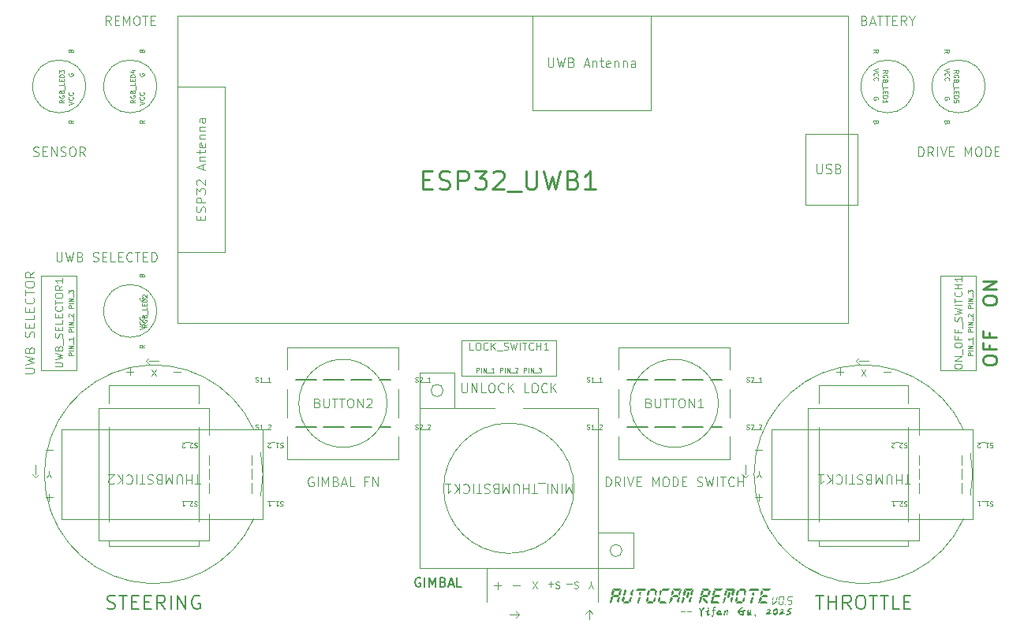
<source format=gto>
%TF.GenerationSoftware,KiCad,Pcbnew,9.0.0*%
%TF.CreationDate,2025-03-19T00:26:51-07:00*%
%TF.ProjectId,remote_v3,72656d6f-7465-45f7-9633-2e6b69636164,v0.5*%
%TF.SameCoordinates,Original*%
%TF.FileFunction,Legend,Top*%
%TF.FilePolarity,Positive*%
%FSLAX46Y46*%
G04 Gerber Fmt 4.6, Leading zero omitted, Abs format (unit mm)*
G04 Created by KiCad (PCBNEW 9.0.0) date 2025-03-19 00:26:51*
%MOMM*%
%LPD*%
G01*
G04 APERTURE LIST*
%ADD10C,0.150000*%
%ADD11C,0.250000*%
%ADD12C,0.062500*%
%ADD13C,0.125000*%
%ADD14C,0.100000*%
%ADD15C,0.187500*%
%ADD16C,0.087500*%
%ADD17C,0.200000*%
G04 APERTURE END LIST*
D10*
G36*
X176149224Y-133951072D02*
G01*
X176112282Y-133986732D01*
X176057572Y-133926953D01*
X176081752Y-133654501D01*
X176183601Y-133558025D01*
X176149224Y-133951072D01*
G37*
G36*
X176095796Y-134091085D02*
G01*
X175755932Y-134403105D01*
X175688460Y-134403105D01*
X175694871Y-134333801D01*
X176033392Y-134021598D01*
X176108496Y-134021109D01*
X176095796Y-134091085D01*
G37*
G36*
X175713922Y-133926953D02*
G01*
X175649014Y-133986732D01*
X175615919Y-133951072D01*
X175650297Y-133558025D01*
X175738102Y-133654745D01*
X175713922Y-133926953D01*
G37*
G36*
X175576474Y-134402922D02*
G01*
X175619766Y-134447069D01*
X175671912Y-134402861D01*
X175699939Y-134082109D01*
X175645168Y-134022391D01*
X175607005Y-134059272D01*
X175576474Y-134402922D01*
G37*
G36*
X176835058Y-133951072D02*
G01*
X176798116Y-133986732D01*
X176743405Y-133926831D01*
X176765021Y-133672452D01*
X176868153Y-133576953D01*
X176835058Y-133951072D01*
G37*
G36*
X176851605Y-133559002D02*
G01*
X176749756Y-133652791D01*
X176440483Y-133652791D01*
X176353960Y-133559002D01*
X176851605Y-133559002D01*
G37*
G36*
X176399756Y-133926831D02*
G01*
X176334848Y-133986732D01*
X176301753Y-133951072D01*
X176334848Y-133576892D01*
X176421432Y-133672330D01*
X176399756Y-133926831D01*
G37*
G36*
X176793048Y-134430460D02*
G01*
X176707746Y-134336610D01*
X176729423Y-134082109D01*
X176794330Y-134022391D01*
X176826143Y-134059211D01*
X176793048Y-134430460D01*
G37*
G36*
X176773936Y-134450000D02*
G01*
X176276291Y-134450000D01*
X176379423Y-134356210D01*
X176688695Y-134356210D01*
X176773936Y-134450000D01*
G37*
G36*
X176364157Y-134336671D02*
G01*
X176259744Y-134432170D01*
X176292838Y-134059211D01*
X176331001Y-134022391D01*
X176385773Y-134082170D01*
X176364157Y-134336671D01*
G37*
G36*
X176944356Y-134450000D02*
G01*
X176953271Y-134356210D01*
X177048709Y-134356210D01*
X177039794Y-134450000D01*
X176944356Y-134450000D01*
G37*
G36*
X177783636Y-133559002D02*
G01*
X177681786Y-133652791D01*
X177372514Y-133652791D01*
X177285991Y-133559002D01*
X177783636Y-133559002D01*
G37*
G36*
X177705967Y-134450000D02*
G01*
X177208322Y-134450000D01*
X177311392Y-134356210D01*
X177620665Y-134356210D01*
X177705967Y-134450000D01*
G37*
G36*
X177233784Y-133951072D02*
G01*
X177266879Y-133576892D01*
X177353463Y-133672330D01*
X177331786Y-133926831D01*
X177266879Y-133986732D01*
X177233784Y-133951072D01*
G37*
G36*
X177758173Y-134059272D02*
G01*
X177725079Y-134430460D01*
X177639777Y-134336610D01*
X177661453Y-134082231D01*
X177726361Y-134022391D01*
X177758173Y-134059272D01*
G37*
G36*
X177666521Y-133957606D02*
G01*
X177711096Y-134004501D01*
X177657606Y-134051395D01*
X177325436Y-134051395D01*
X177283426Y-134004501D01*
X177334351Y-133957606D01*
X177666521Y-133957606D01*
G37*
G36*
X165944880Y-135134139D02*
G01*
X166092525Y-135131514D01*
X166200009Y-135133401D01*
X166239559Y-135137070D01*
X166271738Y-135144764D01*
X166287858Y-135151725D01*
X166306054Y-135163510D01*
X166311670Y-135181116D01*
X166306054Y-135196849D01*
X166301841Y-135208023D01*
X166296223Y-135223288D01*
X166290667Y-135238614D01*
X166281569Y-135251864D01*
X166270223Y-135258565D01*
X166249329Y-135262306D01*
X166131054Y-135263710D01*
X165930836Y-135266519D01*
X165847661Y-135269665D01*
X165830086Y-135267923D01*
X165812500Y-135253630D01*
X165807677Y-135239958D01*
X165802487Y-135225975D01*
X165797118Y-135217463D01*
X165799861Y-135203627D01*
X165799861Y-135172852D01*
X165799067Y-135146352D01*
X165802756Y-135141214D01*
X165810485Y-135139330D01*
X165820927Y-135136093D01*
X165828682Y-135136704D01*
X165846531Y-135138842D01*
X165944880Y-135134139D01*
G37*
G36*
X166572096Y-135134139D02*
G01*
X166719741Y-135131514D01*
X166827225Y-135133401D01*
X166866775Y-135137070D01*
X166898954Y-135144764D01*
X166915074Y-135151725D01*
X166933270Y-135163510D01*
X166938886Y-135181116D01*
X166933270Y-135196849D01*
X166929057Y-135208023D01*
X166923439Y-135223288D01*
X166917883Y-135238614D01*
X166908784Y-135251864D01*
X166897439Y-135258565D01*
X166876544Y-135262306D01*
X166758270Y-135263710D01*
X166558052Y-135266519D01*
X166474877Y-135269665D01*
X166457302Y-135267923D01*
X166439715Y-135253630D01*
X166434892Y-135239958D01*
X166429702Y-135225975D01*
X166424334Y-135217463D01*
X166427077Y-135203627D01*
X166427077Y-135172852D01*
X166426283Y-135146352D01*
X166429972Y-135141214D01*
X166437701Y-135139330D01*
X166448142Y-135136093D01*
X166455897Y-135136704D01*
X166473747Y-135138842D01*
X166572096Y-135134139D01*
G37*
G36*
X168233008Y-134662262D02*
G01*
X168244477Y-134670578D01*
X168258287Y-134690900D01*
X168276544Y-134723750D01*
X168289245Y-134742618D01*
X168311654Y-134779682D01*
X168324355Y-134813876D01*
X168317322Y-134834686D01*
X168290833Y-134860038D01*
X168261174Y-134883714D01*
X168236305Y-134913100D01*
X168220918Y-134927815D01*
X168212553Y-134936913D01*
X168209011Y-134946683D01*
X168202722Y-134952240D01*
X168196494Y-134959262D01*
X168195761Y-134966222D01*
X168198570Y-134969764D01*
X168194418Y-134969031D01*
X168187336Y-134966720D01*
X168184587Y-134977397D01*
X168181778Y-134985823D01*
X168180374Y-134989975D01*
X168181045Y-134991379D01*
X168178969Y-134991379D01*
X168170543Y-134997669D01*
X168164987Y-135008171D01*
X168160834Y-135016598D01*
X168146119Y-135030580D01*
X168135677Y-135037541D01*
X168128655Y-135041755D01*
X168124442Y-135050120D01*
X168126528Y-135052783D01*
X168137082Y-135045907D01*
X168139829Y-135043098D01*
X168146871Y-135036920D01*
X168148256Y-135038946D01*
X168142638Y-135048715D01*
X168132197Y-135054272D01*
X168121023Y-135064103D01*
X168111986Y-135085047D01*
X168106368Y-135096953D01*
X168103559Y-135105990D01*
X168103559Y-135110204D01*
X168100751Y-135111608D01*
X168103559Y-135128400D01*
X168107114Y-135134679D01*
X168110581Y-135135361D01*
X168113390Y-135135361D01*
X168109177Y-135146535D01*
X168107040Y-135160518D01*
X168106368Y-135167540D01*
X168101483Y-135180118D01*
X168099407Y-135191292D01*
X168096660Y-135198253D01*
X168083348Y-135234645D01*
X168075716Y-135268839D01*
X168073579Y-135274457D01*
X168066618Y-135298942D01*
X168060328Y-135328984D01*
X168060328Y-135338021D01*
X168061000Y-135353408D01*
X168060328Y-135371605D01*
X168058252Y-135391877D01*
X168056176Y-135414897D01*
X168052024Y-135421919D01*
X168047811Y-135414897D01*
X168046407Y-135406531D01*
X168043598Y-135414897D01*
X168042926Y-135428941D01*
X168046407Y-135430284D01*
X168052635Y-135426071D01*
X168054039Y-135430284D01*
X168054039Y-135436573D01*
X168054039Y-135446343D01*
X168053143Y-135453577D01*
X168057520Y-135460326D01*
X168058924Y-135463806D01*
X168055383Y-135465943D01*
X168054711Y-135477789D01*
X168052802Y-135489806D01*
X168048422Y-135494581D01*
X168045180Y-135499137D01*
X168043659Y-135511372D01*
X168046407Y-135532316D01*
X168049154Y-135529508D01*
X168051902Y-135522547D01*
X168053306Y-135528836D01*
X168051902Y-135542147D01*
X168047689Y-135550512D01*
X168045552Y-135563091D01*
X168049093Y-135575669D01*
X168050498Y-135565900D01*
X168051057Y-135558062D01*
X168054650Y-135556069D01*
X168058863Y-135561687D01*
X168054711Y-135588248D01*
X168056115Y-135604979D01*
X168058924Y-135615481D01*
X168057520Y-135624579D01*
X168052574Y-135633616D01*
X168054711Y-135642714D01*
X168058924Y-135651140D01*
X168060267Y-135656697D01*
X168063015Y-135660910D01*
X168068633Y-135672084D01*
X168071441Y-135676908D01*
X168067228Y-135680389D01*
X168061672Y-135688021D01*
X168057520Y-135697058D01*
X168054100Y-135703958D01*
X168049948Y-135710186D01*
X168039568Y-135723375D01*
X168030766Y-135731031D01*
X168021616Y-135726184D01*
X168014655Y-135721971D01*
X168001466Y-135723375D01*
X167991293Y-135725031D01*
X167986933Y-135728932D01*
X167985336Y-135735562D01*
X167988338Y-135737236D01*
X167992520Y-135738366D01*
X167991086Y-135741449D01*
X167984125Y-135744197D01*
X167975820Y-135739373D01*
X167968921Y-135734610D01*
X167964768Y-135731985D01*
X167959273Y-135729420D01*
X167951151Y-135726183D01*
X167948160Y-135715437D01*
X167948054Y-135715071D01*
X167958113Y-135715071D01*
X167963669Y-135712262D01*
X167967076Y-135706950D01*
X167965745Y-135703836D01*
X167959517Y-135708049D01*
X167958113Y-135715071D01*
X167948054Y-135715071D01*
X167946442Y-135709521D01*
X167941138Y-135705607D01*
X167930301Y-135689914D01*
X167938512Y-135689914D01*
X167939856Y-135694738D01*
X167944069Y-135694738D01*
X167942664Y-135689853D01*
X167938512Y-135689914D01*
X167930301Y-135689914D01*
X167927644Y-135686067D01*
X167918423Y-135660910D01*
X167914882Y-135651812D01*
X167913534Y-135647452D01*
X167916958Y-135637829D01*
X167922988Y-135629714D01*
X167926789Y-135628731D01*
X167928865Y-135626655D01*
X167932406Y-135618290D01*
X167935886Y-135611794D01*
X167935887Y-135604979D01*
X167959517Y-135604979D01*
X167960189Y-135613405D01*
X167962326Y-135614809D01*
X167965074Y-135606383D01*
X167960922Y-135596613D01*
X167959517Y-135604979D01*
X167935887Y-135604979D01*
X167935887Y-135599056D01*
X167944069Y-135599056D01*
X167946878Y-135604612D01*
X167948282Y-135599056D01*
X167945473Y-135593438D01*
X167944069Y-135599056D01*
X167935887Y-135599056D01*
X167935887Y-135598018D01*
X167934330Y-135575512D01*
X167939927Y-135575512D01*
X167942664Y-135582264D01*
X167945473Y-135580860D01*
X167942664Y-135573899D01*
X167939927Y-135575512D01*
X167934330Y-135575512D01*
X167932406Y-135547704D01*
X167932391Y-135547337D01*
X167939917Y-135547337D01*
X167942664Y-135559916D01*
X167945473Y-135555703D01*
X167942664Y-135544528D01*
X167939917Y-135547337D01*
X167932391Y-135547337D01*
X167931978Y-135537568D01*
X167939917Y-135537568D01*
X167942664Y-135540315D01*
X167945473Y-135538911D01*
X167942664Y-135536163D01*
X167939917Y-135537568D01*
X167931978Y-135537568D01*
X167930650Y-135506121D01*
X167937108Y-135506121D01*
X167939856Y-135509602D01*
X167942664Y-135508197D01*
X167939856Y-135504717D01*
X167937108Y-135506121D01*
X167930650Y-135506121D01*
X167929672Y-135482962D01*
X167939415Y-135482962D01*
X167942603Y-135486215D01*
X167946756Y-135487620D01*
X167950236Y-135491100D01*
X167950969Y-135529508D01*
X167952617Y-135567304D01*
X167957624Y-135582630D01*
X167960922Y-135592400D01*
X167960922Y-135583668D01*
X167979118Y-135583668D01*
X167981865Y-135601803D01*
X167983941Y-135583668D01*
X167981194Y-135565472D01*
X167979118Y-135583668D01*
X167960922Y-135583668D01*
X167960922Y-135580554D01*
X167959700Y-135561687D01*
X167960922Y-135556069D01*
X167963669Y-135551856D01*
X167960433Y-135544895D01*
X167959700Y-135539277D01*
X167959700Y-135514120D01*
X167957197Y-135488963D01*
X167954693Y-135476385D01*
X167950555Y-135474621D01*
X167944008Y-135477789D01*
X167939415Y-135482962D01*
X167929672Y-135482962D01*
X167925384Y-135381374D01*
X167925258Y-135378199D01*
X167934299Y-135378199D01*
X167934299Y-135381008D01*
X167937108Y-135389373D01*
X167939917Y-135382412D01*
X167938044Y-135376795D01*
X168042071Y-135376795D01*
X168044880Y-135379603D01*
X168047689Y-135378199D01*
X168044880Y-135375390D01*
X168042071Y-135376795D01*
X167938044Y-135376795D01*
X167937108Y-135373986D01*
X167934299Y-135378199D01*
X167925258Y-135378199D01*
X167923308Y-135328984D01*
X167917446Y-135328251D01*
X167916042Y-135324099D01*
X167915554Y-135305232D01*
X167915554Y-135267496D01*
X167915554Y-135203871D01*
X167914088Y-135189888D01*
X167912684Y-135184270D01*
X167916214Y-135164463D01*
X167912684Y-135150748D01*
X167881604Y-135110204D01*
X167846189Y-135048044D01*
X167803751Y-134959262D01*
X167788853Y-134915969D01*
X167781844Y-134898105D01*
X167778228Y-134894965D01*
X167767603Y-134879577D01*
X167759849Y-134858633D01*
X167754842Y-134844651D01*
X167749896Y-134818822D01*
X167751961Y-134804493D01*
X167756979Y-134797145D01*
X167769741Y-134790856D01*
X167779632Y-134792932D01*
X167790929Y-134795741D01*
X167813582Y-134803435D01*
X167829153Y-134813876D01*
X167839105Y-134819494D01*
X167854568Y-134829729D01*
X167876597Y-134852344D01*
X167894444Y-134877349D01*
X167898579Y-134890751D01*
X167908287Y-134918717D01*
X167916653Y-134929220D01*
X167920866Y-134936913D01*
X167921599Y-134941065D01*
X167928559Y-134955048D01*
X167936192Y-134969031D01*
X167939001Y-134974649D01*
X167941749Y-134981610D01*
X167944557Y-134980205D01*
X167944557Y-134978129D01*
X167945962Y-134978801D01*
X167943886Y-134985823D01*
X167943886Y-134991379D01*
X167947366Y-134988632D01*
X167948653Y-134985269D01*
X167954327Y-134992784D01*
X167958540Y-135003958D01*
X167963364Y-135013056D01*
X167969653Y-135017941D01*
X167988460Y-135002615D01*
X167998114Y-134989670D01*
X168159674Y-134989670D01*
X168162483Y-134992418D01*
X168166696Y-134989670D01*
X168163887Y-134986861D01*
X168159674Y-134989670D01*
X167998114Y-134989670D01*
X168001256Y-134985457D01*
X168047689Y-134985457D01*
X168049093Y-134986861D01*
X168057520Y-134970069D01*
X168061672Y-134956086D01*
X168047689Y-134985457D01*
X168001256Y-134985457D01*
X168007267Y-134977397D01*
X168024730Y-134953644D01*
X168031827Y-134943508D01*
X168064481Y-134943508D01*
X168065885Y-134946317D01*
X168065885Y-134940699D01*
X168064481Y-134943508D01*
X168031827Y-134943508D01*
X168044269Y-134925739D01*
X168062343Y-134894293D01*
X168069351Y-134879549D01*
X168071441Y-134866999D01*
X168074250Y-134850268D01*
X168086890Y-134827920D01*
X168111436Y-134788047D01*
X168138853Y-134744023D01*
X168173731Y-134690231D01*
X168202111Y-134665743D01*
X168219771Y-134660608D01*
X168233008Y-134662262D01*
G37*
G36*
X167921232Y-135578417D02*
G01*
X167919828Y-135579822D01*
X167918423Y-135572861D01*
X167921232Y-135572861D01*
X167921232Y-135578417D01*
G37*
G36*
X167918362Y-135526699D02*
G01*
X167919862Y-135559819D01*
X167915554Y-135564434D01*
X167914149Y-135536530D01*
X167915554Y-135512777D01*
X167918362Y-135526699D01*
G37*
G36*
X167914149Y-135422896D02*
G01*
X167915554Y-135464173D01*
X167915554Y-135497023D01*
X167911340Y-135429918D01*
X167912745Y-135410317D01*
X167914149Y-135422896D01*
G37*
G36*
X168067289Y-135344677D02*
G01*
X168064481Y-135347424D01*
X168061672Y-135344677D01*
X168064481Y-135341868D01*
X168067289Y-135344677D01*
G37*
G36*
X168116260Y-135189521D02*
G01*
X168113512Y-135193674D01*
X168112108Y-135189521D01*
X168114856Y-135185308D01*
X168116260Y-135189521D01*
G37*
G36*
X168119069Y-135166441D02*
G01*
X168113512Y-135168517D01*
X168113512Y-135162960D01*
X168123282Y-135160151D01*
X168119069Y-135166441D01*
G37*
G36*
X168117664Y-135118935D02*
G01*
X168114917Y-135125225D01*
X168112132Y-135127826D01*
X168107895Y-135121011D01*
X168107162Y-135115455D01*
X168110704Y-135118203D01*
X168114917Y-135118203D01*
X168114917Y-135115455D01*
X168117664Y-135118935D01*
G37*
G36*
X168135189Y-135122416D02*
G01*
X168130304Y-135125225D01*
X168132380Y-135119668D01*
X168137265Y-135116859D01*
X168135189Y-135122416D01*
G37*
G36*
X168130121Y-135090664D02*
G01*
X168121694Y-135101106D01*
X168111192Y-135110204D01*
X168114672Y-135106723D01*
X168118169Y-135102463D01*
X168117542Y-135096221D01*
X168118886Y-135093412D01*
X168123099Y-135093412D01*
X168127282Y-135089142D01*
X168130121Y-135090664D01*
G37*
G36*
X168657746Y-134956086D02*
G01*
X168677044Y-134952613D01*
X168702565Y-134956086D01*
X168727844Y-134963047D01*
X168765763Y-134973550D01*
X168802338Y-134989609D01*
X168813324Y-135006261D01*
X168814409Y-135032177D01*
X168800934Y-135073506D01*
X168787570Y-135105589D01*
X168770648Y-135160151D01*
X168751719Y-135243988D01*
X168748177Y-135262916D01*
X168741949Y-135290211D01*
X168733879Y-135371207D01*
X168737936Y-135427196D01*
X168750314Y-135464905D01*
X168758738Y-135473795D01*
X168776326Y-135480293D01*
X168796392Y-135482040D01*
X168814978Y-135478888D01*
X168829774Y-135468704D01*
X168851492Y-135441153D01*
X168870770Y-135408029D01*
X168886602Y-135372643D01*
X168893685Y-135351699D01*
X168904469Y-135320134D01*
X168911942Y-135285997D01*
X168916155Y-135274823D01*
X168917901Y-135277533D01*
X168914751Y-135294424D01*
X168910538Y-135316222D01*
X168906996Y-135330266D01*
X168904126Y-135340830D01*
X168897837Y-135364033D01*
X168889411Y-135392854D01*
X168878093Y-135426691D01*
X168848500Y-135478583D01*
X168838608Y-135495497D01*
X168832991Y-135510945D01*
X168832991Y-135517967D01*
X168828716Y-135524989D01*
X168825908Y-135530607D01*
X168825908Y-135533476D01*
X168819198Y-135541590D01*
X168813268Y-135560160D01*
X168805452Y-135571456D01*
X168800827Y-135575510D01*
X168799163Y-135582691D01*
X168796586Y-135590856D01*
X168786523Y-135602414D01*
X168765519Y-135619206D01*
X168752207Y-135629036D01*
X168736148Y-135638928D01*
X168726318Y-135643142D01*
X168698352Y-135647355D01*
X168670156Y-135645656D01*
X168652129Y-135636181D01*
X168645168Y-135631967D01*
X168635337Y-135625617D01*
X168629720Y-135616519D01*
X168624163Y-135609558D01*
X168611993Y-135602361D01*
X168614332Y-135598323D01*
X168611523Y-135589958D01*
X168605967Y-135581531D01*
X168601754Y-135575975D01*
X168590519Y-135559183D01*
X168584962Y-135541659D01*
X168578612Y-135526210D01*
X168570185Y-135503801D01*
X168565362Y-135461058D01*
X168562252Y-135403396D01*
X168566766Y-135361652D01*
X168572323Y-135330877D01*
X168579344Y-135294424D01*
X168577940Y-135272015D01*
X168565118Y-135251996D01*
X168549135Y-135240829D01*
X168528969Y-135237027D01*
X168495736Y-135230114D01*
X168467736Y-135209081D01*
X168443545Y-135169921D01*
X168435434Y-135146422D01*
X168435827Y-135131209D01*
X168442141Y-135121011D01*
X168459718Y-135113655D01*
X168481342Y-135122416D01*
X168499750Y-135128705D01*
X168519139Y-135122416D01*
X168548397Y-135094615D01*
X168586366Y-135038579D01*
X168623430Y-134979839D01*
X168638442Y-134966362D01*
X168657746Y-134956086D01*
G37*
G36*
X168645351Y-134757761D02*
G01*
X168662143Y-134756357D01*
X168690109Y-134757761D01*
X168760425Y-134765927D01*
X168781150Y-134773087D01*
X168788111Y-134784323D01*
X168797881Y-134802458D01*
X168808383Y-134819249D01*
X168814734Y-134836041D01*
X168817721Y-134846654D01*
X168815405Y-134854237D01*
X168808502Y-134860333D01*
X168792996Y-134867487D01*
X168776665Y-134875395D01*
X168762893Y-134886355D01*
X168748910Y-134898934D01*
X168740761Y-134896363D01*
X168729310Y-134886355D01*
X168681743Y-134848620D01*
X168654085Y-134828025D01*
X168650908Y-134820654D01*
X168649503Y-134816441D01*
X168642542Y-134807342D01*
X168641138Y-134791284D01*
X168639734Y-134781514D01*
X168637596Y-134769607D01*
X168645351Y-134757761D01*
G37*
G36*
X169154903Y-135775826D02*
G01*
X169150018Y-135777964D01*
X169145133Y-135775826D01*
X169150018Y-135773750D01*
X169154903Y-135775826D01*
G37*
G36*
X169137378Y-135770942D02*
G01*
X169139515Y-135776559D01*
X169133165Y-135770942D01*
X169131089Y-135765385D01*
X169137378Y-135770942D01*
G37*
G36*
X169124128Y-135761172D02*
G01*
X169124800Y-135765385D01*
X169120587Y-135761172D01*
X169119915Y-135756959D01*
X169124128Y-135761172D01*
G37*
G36*
X169152094Y-135754150D02*
G01*
X169157712Y-135759767D01*
X169153498Y-135762576D01*
X169145805Y-135758363D01*
X169144400Y-135752745D01*
X169152094Y-135754150D01*
G37*
G36*
X169461546Y-134627229D02*
G01*
X169482371Y-134641563D01*
X169497698Y-134654141D01*
X169497698Y-134693220D01*
X169495914Y-134729045D01*
X169492141Y-134744938D01*
X169478310Y-134764651D01*
X169459840Y-134778522D01*
X169450070Y-134782002D01*
X169452879Y-134770095D01*
X169458436Y-134736573D01*
X169457031Y-134701646D01*
X169445857Y-134692548D01*
X169437303Y-134691143D01*
X169427600Y-134693953D01*
X169408060Y-134710012D01*
X169390961Y-134735551D01*
X169368860Y-134783407D01*
X169350288Y-134835395D01*
X169338024Y-134881959D01*
X169329659Y-134918961D01*
X169324041Y-134947660D01*
X169323549Y-134966594D01*
X169326850Y-134974893D01*
X169337020Y-134978893D01*
X169374416Y-134981182D01*
X169413350Y-134983720D01*
X169434622Y-134989609D01*
X169451810Y-135000126D01*
X169468266Y-135016048D01*
X169482240Y-135037944D01*
X169475227Y-135042609D01*
X169468083Y-135036320D01*
X169465822Y-135032838D01*
X169461611Y-135034916D01*
X169459474Y-135044808D01*
X169460013Y-135049956D01*
X169455199Y-135057691D01*
X169450575Y-135065228D01*
X169451597Y-135069842D01*
X169450925Y-135079856D01*
X169447323Y-135089199D01*
X169453795Y-135098480D01*
X169457105Y-135102572D01*
X169449521Y-135104159D01*
X169426562Y-135104159D01*
X169370020Y-135107700D01*
X169324957Y-135115394D01*
X169314882Y-135125102D01*
X169312073Y-135231104D01*
X169306455Y-135464050D01*
X169290372Y-135583898D01*
X169275620Y-135637096D01*
X169269941Y-135657308D01*
X169262247Y-135678190D01*
X169260110Y-135687227D01*
X169258706Y-135690036D01*
X169255958Y-135694249D01*
X169251453Y-135702337D01*
X169250096Y-135699684D01*
X169247288Y-135702431D01*
X169248692Y-135705240D01*
X169251275Y-135702656D01*
X169248204Y-135708171D01*
X169230679Y-135730519D01*
X169213094Y-135744441D01*
X169204969Y-135746524D01*
X169201248Y-135744441D01*
X169198570Y-135742083D01*
X169191356Y-135743037D01*
X169178778Y-135744441D01*
X169178778Y-135747250D01*
X169181586Y-135750059D01*
X169188547Y-135755615D01*
X169176030Y-135754211D01*
X169149121Y-135747378D01*
X169146172Y-135745052D01*
X169160520Y-135745052D01*
X169166077Y-135748593D01*
X169169557Y-135747189D01*
X169170290Y-135745785D01*
X169164672Y-135741571D01*
X169160520Y-135745052D01*
X169146172Y-135745052D01*
X169138355Y-135738885D01*
X169135547Y-135744441D01*
X169135547Y-135751463D01*
X169125777Y-135741632D01*
X169102146Y-135713728D01*
X169093781Y-135701088D01*
X169085416Y-135684357D01*
X169082607Y-135680144D01*
X169077050Y-135677336D01*
X169071433Y-135666161D01*
X169070028Y-135660605D01*
X169067220Y-135660605D01*
X169067220Y-135657796D01*
X169071473Y-135656108D01*
X169078394Y-135663353D01*
X169087492Y-135675931D01*
X169095124Y-135687105D01*
X169105566Y-135702493D01*
X169110451Y-135712262D01*
X169120892Y-135727650D01*
X169132738Y-135736076D01*
X169134111Y-135730493D01*
X169130642Y-135726306D01*
X169161925Y-135726306D01*
X169165099Y-135729878D01*
X169181525Y-135731863D01*
X169188486Y-135729054D01*
X169220604Y-135729054D01*
X169223352Y-135730458D01*
X169230374Y-135724902D01*
X169220604Y-135729054D01*
X169188486Y-135729054D01*
X169180243Y-135726306D01*
X169192699Y-135726306D01*
X169198317Y-135723497D01*
X169203202Y-135722093D01*
X169210163Y-135725573D01*
X169216513Y-135723497D01*
X169216513Y-135721360D01*
X169210895Y-135720689D01*
X169203873Y-135720689D01*
X169213704Y-135709515D01*
X169232958Y-135678636D01*
X169248692Y-135622869D01*
X169259194Y-135571823D01*
X169259866Y-135558572D01*
X169257118Y-135558572D01*
X169245212Y-135603269D01*
X169229092Y-135653583D01*
X169224878Y-135672451D01*
X169215780Y-135688571D01*
X169206682Y-135703225D01*
X169198317Y-135716475D01*
X169192699Y-135726306D01*
X169180243Y-135726306D01*
X169180060Y-135726245D01*
X169167481Y-135725573D01*
X169161925Y-135726306D01*
X169130642Y-135726306D01*
X169120220Y-135713728D01*
X169110451Y-135701821D01*
X169110045Y-135701149D01*
X169121625Y-135701149D01*
X169124433Y-135705301D01*
X169125777Y-135702493D01*
X169122530Y-135697247D01*
X169121625Y-135701149D01*
X169110045Y-135701149D01*
X169104955Y-135692723D01*
X169103868Y-135691257D01*
X169111489Y-135691257D01*
X169114297Y-135694066D01*
X169117106Y-135692662D01*
X169114297Y-135689853D01*
X169111489Y-135691257D01*
X169103868Y-135691257D01*
X169089376Y-135671718D01*
X169098910Y-135671718D01*
X169100314Y-135677274D01*
X169104528Y-135682892D01*
X169103123Y-135677274D01*
X169098910Y-135671718D01*
X169089376Y-135671718D01*
X169083487Y-135663777D01*
X169080181Y-135657735D01*
X169094697Y-135657735D01*
X169097506Y-135661215D01*
X169100314Y-135659811D01*
X169097506Y-135656331D01*
X169094697Y-135657735D01*
X169080181Y-135657735D01*
X169074836Y-135647965D01*
X169084927Y-135647965D01*
X169086332Y-135653522D01*
X169089751Y-135654255D01*
X169089079Y-135647965D01*
X169084927Y-135647965D01*
X169074836Y-135647965D01*
X169068690Y-135636730D01*
X169073692Y-135636730D01*
X169077172Y-135639539D01*
X169080714Y-135638135D01*
X169077172Y-135635387D01*
X169073692Y-135636730D01*
X169068690Y-135636730D01*
X169067220Y-135634043D01*
X169062335Y-135623541D01*
X169058854Y-135620732D01*
X169056717Y-135620732D01*
X169057450Y-135617252D01*
X169053237Y-135599117D01*
X169049023Y-135579516D01*
X169051832Y-135582325D01*
X169058854Y-135585806D01*
X169061663Y-135586538D01*
X169058854Y-135589286D01*
X169057450Y-135593499D01*
X169061663Y-135596308D01*
X169063739Y-135597041D01*
X169064472Y-135600460D01*
X169064472Y-135603269D01*
X169067952Y-135604002D01*
X169071433Y-135610291D01*
X169075646Y-135617252D01*
X169075141Y-135615847D01*
X169093720Y-135615847D01*
X169094392Y-135618656D01*
X169097933Y-135622808D01*
X169099338Y-135628426D01*
X169102146Y-135625617D01*
X169102146Y-135622869D01*
X169099840Y-135614672D01*
X169093720Y-135615847D01*
X169075141Y-135615847D01*
X169068624Y-135597712D01*
X169064472Y-135575303D01*
X169068624Y-135582325D01*
X169074181Y-135587882D01*
X169076257Y-135588614D01*
X169075585Y-135590690D01*
X169076942Y-135598633D01*
X169079798Y-135600460D01*
X169081874Y-135601193D01*
X169085416Y-135606078D01*
X169090277Y-135613266D01*
X169095124Y-135611695D01*
X169096529Y-135607482D01*
X169093720Y-135601864D01*
X169090911Y-135598384D01*
X169095124Y-135598384D01*
X169099338Y-135606078D01*
X169104894Y-135615847D01*
X169115334Y-135630226D01*
X169113259Y-135632639D01*
X169111855Y-135635448D01*
X169118816Y-135635448D01*
X169120220Y-135631235D01*
X169125777Y-135635448D01*
X169132066Y-135641004D01*
X169143179Y-135647294D01*
X169159910Y-135654987D01*
X169169100Y-135653891D01*
X169175297Y-135647965D01*
X169183601Y-135636120D01*
X169188486Y-135622137D01*
X169194775Y-135599788D01*
X169198256Y-135581592D01*
X169199660Y-135575303D01*
X169201065Y-135566938D01*
X169201065Y-135559977D01*
X169206621Y-135555764D01*
X169209430Y-135558572D01*
X169209430Y-135566938D01*
X169206621Y-135584462D01*
X169202408Y-135599117D01*
X169196851Y-135614443D01*
X169189097Y-135633982D01*
X169188425Y-135652178D01*
X169190908Y-135654919D01*
X169190501Y-135662681D01*
X169184212Y-135678740D01*
X169181464Y-135687166D01*
X169187689Y-135682728D01*
X169194167Y-135669997D01*
X169200588Y-135669997D01*
X169201065Y-135680144D01*
X169210173Y-135661438D01*
X169226222Y-135607482D01*
X169239187Y-135548848D01*
X169240180Y-135541720D01*
X169262675Y-135541720D01*
X169265484Y-135544528D01*
X169268293Y-135543124D01*
X169265484Y-135540315D01*
X169262675Y-135541720D01*
X169240180Y-135541720D01*
X169241150Y-135534759D01*
X169289297Y-135534759D01*
X169290702Y-135538911D01*
X169290702Y-135533354D01*
X169289297Y-135534759D01*
X169241150Y-135534759D01*
X169242227Y-135527029D01*
X169286103Y-135527029D01*
X169287893Y-135529141D01*
X169292106Y-135517967D01*
X169292751Y-135507454D01*
X169289297Y-135515158D01*
X169286103Y-135527029D01*
X169242227Y-135527029D01*
X169245822Y-135501236D01*
X169246494Y-135489391D01*
X169246494Y-135481697D01*
X169245822Y-135478888D01*
X169243391Y-135486239D01*
X169233244Y-135554359D01*
X169224817Y-135592095D01*
X169214315Y-135629830D01*
X169205217Y-135656392D01*
X169200588Y-135669997D01*
X169194167Y-135669997D01*
X169199660Y-135659200D01*
X169210233Y-135629798D01*
X169219810Y-135585134D01*
X169227565Y-135508197D01*
X169229824Y-135501175D01*
X169232084Y-135493482D01*
X169235869Y-135485116D01*
X169235869Y-135477484D01*
X169235137Y-135467653D01*
X169241182Y-135470462D01*
X169247043Y-135475347D01*
X169247043Y-135467653D01*
X169249852Y-135456479D01*
X169254746Y-135449890D01*
X169249852Y-135448053D01*
X169245639Y-135444572D01*
X169249852Y-135441092D01*
X169254065Y-135436939D01*
X169249852Y-135431322D01*
X169247257Y-135426712D01*
X169245639Y-135404028D01*
X169245639Y-135375329D01*
X169245639Y-135357194D01*
X169242830Y-135340403D01*
X169238739Y-135329228D01*
X169237212Y-135321339D01*
X169234008Y-135319520D01*
X169243074Y-135319520D01*
X169245883Y-135323672D01*
X169246555Y-135319520D01*
X169243746Y-135315307D01*
X169243074Y-135319520D01*
X169234008Y-135319520D01*
X169233793Y-135319398D01*
X169231717Y-135315917D01*
X169234526Y-135309628D01*
X169234526Y-135306819D01*
X169241487Y-135307552D01*
X169247104Y-135308285D01*
X169244296Y-135305476D01*
X169241487Y-135299858D01*
X169242891Y-135298454D01*
X169246590Y-135303018D01*
X169248509Y-135299858D01*
X169248509Y-135294241D01*
X169242891Y-135284471D01*
X169238739Y-135278914D01*
X169244235Y-135277510D01*
X169250524Y-135273297D01*
X169249852Y-135265603D01*
X169245639Y-135211748D01*
X169247491Y-135167148D01*
X169249852Y-135161434D01*
X169251257Y-135160029D01*
X169248448Y-135153068D01*
X169245761Y-135147451D01*
X169243135Y-135151664D01*
X169241639Y-135154408D01*
X169235564Y-135151664D01*
X169234282Y-135147451D01*
X169231778Y-135137681D01*
X169233183Y-135137681D01*
X169238076Y-135140101D01*
X169241487Y-135136277D01*
X169242891Y-135132063D01*
X169244296Y-135137681D01*
X169247043Y-135143237D01*
X169249791Y-135132063D01*
X169248387Y-135123698D01*
X169206621Y-135123698D01*
X169169252Y-135121636D01*
X169159238Y-135118080D01*
X169149595Y-135104685D01*
X169142507Y-135076132D01*
X169136490Y-135058479D01*
X169129868Y-135063553D01*
X169125233Y-135071600D01*
X169124311Y-135069171D01*
X169125655Y-135062271D01*
X169128651Y-135052513D01*
X169126387Y-135043403D01*
X169123579Y-135028016D01*
X169132677Y-135014033D01*
X169143912Y-135006339D01*
X169152277Y-135002126D01*
X169155758Y-135000050D01*
X169156490Y-135006339D01*
X169167603Y-135010491D01*
X169186906Y-135008159D01*
X169199721Y-135002065D01*
X169202360Y-134999055D01*
X169233122Y-134992295D01*
X169245639Y-134988143D01*
X169245881Y-134984052D01*
X169257118Y-134984052D01*
X169258523Y-134988204D01*
X169258523Y-134981243D01*
X169257118Y-134984052D01*
X169245881Y-134984052D01*
X169247043Y-134964391D01*
X169248448Y-134953217D01*
X169254004Y-134949003D01*
X169254004Y-134950408D01*
X169255409Y-134956025D01*
X169258156Y-134968604D01*
X169262309Y-134964391D01*
X169262309Y-134943447D01*
X169259561Y-134930868D01*
X169258156Y-134935081D01*
X169255348Y-134933677D01*
X169256019Y-134926655D01*
X169251806Y-134930868D01*
X169248326Y-134934410D01*
X169249730Y-134928060D01*
X169253943Y-134915481D01*
X169256600Y-134905713D01*
X169258156Y-134869380D01*
X169260904Y-134844223D01*
X169259500Y-134841414D01*
X169255348Y-134854726D01*
X169249791Y-134881959D01*
X169247043Y-134908520D01*
X169246311Y-134916214D01*
X169240082Y-134912672D01*
X169238678Y-134905040D01*
X169241487Y-134888248D01*
X169244967Y-134872189D01*
X169247043Y-134862358D01*
X169249852Y-134858206D01*
X169251196Y-134858878D01*
X169251196Y-134856802D01*
X169252600Y-134850512D01*
X169252600Y-134846299D01*
X169252600Y-134835797D01*
X169256752Y-134827431D01*
X169263713Y-134826027D01*
X169263713Y-134828836D01*
X169262309Y-134837201D01*
X169266461Y-134831645D01*
X169270281Y-134825268D01*
X169267804Y-134821814D01*
X169264673Y-134814862D01*
X169269208Y-134800870D01*
X169271956Y-134788292D01*
X169275038Y-134774512D01*
X169285878Y-134757517D01*
X169288687Y-134756174D01*
X169291590Y-134757867D01*
X169297052Y-134750556D01*
X169301204Y-134742191D01*
X169298457Y-134740786D01*
X169312378Y-134719781D01*
X169317996Y-134710012D01*
X169345107Y-134677894D01*
X169383453Y-134641563D01*
X169397314Y-134631732D01*
X169412701Y-134624771D01*
X169438820Y-134621693D01*
X169461546Y-134627229D01*
G37*
G36*
X169124433Y-135724902D02*
G01*
X169124433Y-135727650D01*
X169118816Y-135720689D01*
X169120220Y-135717880D01*
X169124433Y-135724902D01*
G37*
G36*
X169251501Y-135702431D02*
G01*
X169251275Y-135702656D01*
X169251453Y-135702337D01*
X169251501Y-135702431D01*
G37*
G36*
X169061663Y-135641004D02*
G01*
X169063067Y-135648026D01*
X169065876Y-135656392D01*
X169061663Y-135649431D01*
X169056107Y-135638196D01*
X169057209Y-135634620D01*
X169061663Y-135641004D01*
G37*
G36*
X169054092Y-135615786D02*
G01*
X169051283Y-135617191D01*
X169048474Y-135614443D01*
X169051283Y-135613039D01*
X169054092Y-135615786D01*
G37*
G36*
X169089751Y-135589286D02*
G01*
X169089079Y-135593438D01*
X169086332Y-135589286D01*
X169087003Y-135585073D01*
X169089751Y-135589286D01*
G37*
G36*
X169040109Y-135582264D02*
G01*
X169037300Y-135585073D01*
X169034491Y-135580860D01*
X169037300Y-135578051D01*
X169040109Y-135582264D01*
G37*
G36*
X169079310Y-135571151D02*
G01*
X169081735Y-135578550D01*
X169075096Y-135580921D01*
X169072288Y-135576769D01*
X169074364Y-135569075D01*
X169079310Y-135571151D01*
G37*
G36*
X169035102Y-135532011D02*
G01*
X169035102Y-135540376D01*
X169039315Y-135538972D01*
X169040719Y-135534820D01*
X169042124Y-135537568D01*
X169044932Y-135548742D01*
X169045674Y-135555999D01*
X169042124Y-135565533D01*
X169040719Y-135561381D01*
X169040719Y-135553688D01*
X169035102Y-135552283D01*
X169030888Y-135552955D01*
X169033697Y-135550146D01*
X169035773Y-135546666D01*
X169032293Y-135543185D01*
X169029644Y-135541489D01*
X169032293Y-135527798D01*
X169033697Y-135523585D01*
X169036506Y-135523585D01*
X169035102Y-135532011D01*
G37*
G36*
X169069479Y-135555703D02*
G01*
X169073692Y-135559916D01*
X169072591Y-135562382D01*
X169068074Y-135558511D01*
X169066731Y-135555031D01*
X169069479Y-135555703D01*
G37*
G36*
X169213704Y-135545933D02*
G01*
X169211567Y-135551489D01*
X169208087Y-135545933D01*
X169210163Y-135540315D01*
X169213704Y-135545933D01*
G37*
G36*
X169051283Y-135533354D02*
G01*
X169048474Y-135537506D01*
X169047802Y-135533354D01*
X169050550Y-135529141D01*
X169051283Y-135533354D01*
G37*
G36*
X169213643Y-135522180D02*
G01*
X169209430Y-135529141D01*
X169210834Y-135516563D01*
X169215048Y-135508197D01*
X169213643Y-135522180D01*
G37*
G36*
X169034491Y-135503984D02*
G01*
X169034491Y-135515158D01*
X169031682Y-135506793D01*
X169032354Y-135498428D01*
X169034491Y-135503984D01*
G37*
G36*
X169217185Y-135497695D02*
G01*
X169213704Y-135498428D01*
X169215780Y-135493543D01*
X169219322Y-135492810D01*
X169217185Y-135497695D01*
G37*
G36*
X169045726Y-135488658D02*
G01*
X169042917Y-135490001D01*
X169040109Y-135487254D01*
X169042917Y-135485849D01*
X169045726Y-135488658D01*
G37*
G36*
X169212972Y-135485849D02*
G01*
X169209491Y-135488597D01*
X169208087Y-135485849D01*
X169211567Y-135483040D01*
X169212972Y-135485849D01*
G37*
G36*
X169216513Y-135467653D02*
G01*
X169215109Y-135464844D01*
X169216513Y-135462035D01*
X169216513Y-135467653D01*
G37*
G36*
X169240244Y-135437540D02*
G01*
X169240082Y-135445244D01*
X169236032Y-135449087D01*
X169233060Y-135446587D01*
X169236541Y-135441031D01*
X169235869Y-135438222D01*
X169235869Y-135435413D01*
X169240244Y-135437540D01*
G37*
G36*
X169220665Y-135411782D02*
G01*
X169224146Y-135427170D01*
X169222131Y-135434131D01*
X169219322Y-135431322D01*
X169215109Y-135407569D01*
X169216513Y-135401952D01*
X169220665Y-135411782D01*
G37*
G36*
X169232877Y-135371116D02*
G01*
X169237335Y-135373925D01*
X169237335Y-135375329D01*
X169237335Y-135387908D01*
X169241206Y-135411222D01*
X169238739Y-135422896D01*
X169233854Y-135405432D01*
X169231778Y-135379542D01*
X169231778Y-135369712D01*
X169232877Y-135371116D01*
G37*
G36*
X169219322Y-135383817D02*
G01*
X169216513Y-135386564D01*
X169215780Y-135383817D01*
X169218589Y-135381008D01*
X169219322Y-135383817D01*
G37*
G36*
X169219322Y-135371910D02*
G01*
X169216513Y-135375390D01*
X169213704Y-135371910D01*
X169216513Y-135368429D01*
X169219322Y-135371910D01*
G37*
G36*
X169219322Y-135362812D02*
G01*
X169216513Y-135365621D01*
X169213704Y-135362812D01*
X169216513Y-135360003D01*
X169219322Y-135362812D01*
G37*
G36*
X169241731Y-135251010D02*
G01*
X169240327Y-135248201D01*
X169241731Y-135245392D01*
X169241731Y-135251010D01*
G37*
G36*
X169243074Y-135216816D02*
G01*
X169240266Y-135217487D01*
X169237518Y-135214678D01*
X169240266Y-135214007D01*
X169243074Y-135216816D01*
G37*
G36*
X169220726Y-135197887D02*
G01*
X169217917Y-135203504D01*
X169216513Y-135197887D01*
X169219322Y-135192269D01*
X169220726Y-135197887D01*
G37*
G36*
X169236114Y-135190926D02*
G01*
X169240327Y-135199291D01*
X169236114Y-135196543D01*
X169231900Y-135188117D01*
X169236114Y-135190926D01*
G37*
G36*
X169227565Y-135178225D02*
G01*
X169227565Y-135181034D01*
X169224756Y-135176882D01*
X169227565Y-135178225D01*
G37*
G36*
X169220726Y-135158747D02*
G01*
X169222131Y-135164364D01*
X169224146Y-135171325D01*
X169220726Y-135168517D01*
X169216513Y-135158747D01*
X169217482Y-135155272D01*
X169220726Y-135158747D01*
G37*
G36*
X169960232Y-135037786D02*
G01*
X169993802Y-135055871D01*
X170002792Y-135064225D01*
X170011161Y-135074750D01*
X170019889Y-135076803D01*
X170025506Y-135081017D01*
X170029048Y-135085963D01*
X170036925Y-135085230D01*
X170043947Y-135081017D01*
X170055832Y-135076083D01*
X170070997Y-135083825D01*
X170079229Y-135095129D01*
X170085102Y-135111730D01*
X170090754Y-135148579D01*
X170087910Y-135180118D01*
X170080419Y-135228984D01*
X170080950Y-135268046D01*
X170083802Y-135310972D01*
X170092368Y-135353225D01*
X170105341Y-135390707D01*
X170115327Y-135406226D01*
X170129615Y-135411782D01*
X170147895Y-135404918D01*
X170166580Y-135379446D01*
X170185852Y-135321046D01*
X170188600Y-135312681D01*
X170191347Y-135315490D01*
X170191347Y-135325259D01*
X170192752Y-135337838D01*
X170196675Y-135334495D01*
X170200995Y-135316894D01*
X170204543Y-135309546D01*
X170209421Y-135315490D01*
X170210826Y-135319642D01*
X170211679Y-135342657D01*
X170200995Y-135389495D01*
X170198186Y-135409096D01*
X170191347Y-135432848D01*
X170184508Y-135461486D01*
X170178219Y-135488047D01*
X170171991Y-135503374D01*
X170162588Y-135523585D01*
X170152461Y-135548522D01*
X170156298Y-135552955D01*
X170158797Y-135556299D01*
X170153245Y-135562725D01*
X170153245Y-135571823D01*
X170154956Y-135574954D01*
X170161611Y-135575303D01*
X170166496Y-135575364D01*
X170155993Y-135586538D01*
X170141500Y-135597298D01*
X170128333Y-135600460D01*
X170112477Y-135597816D01*
X170081255Y-135586721D01*
X170063381Y-135575302D01*
X170045962Y-135555580D01*
X170032299Y-135531868D01*
X170025296Y-135512411D01*
X170156115Y-135512411D01*
X170158094Y-135514304D01*
X170163748Y-135507587D01*
X170170098Y-135493604D01*
X170175655Y-135477484D01*
X170179868Y-135463501D01*
X170172907Y-135470523D01*
X170156933Y-135500540D01*
X170156115Y-135512411D01*
X170025296Y-135512411D01*
X170023186Y-135506549D01*
X170013009Y-135485304D01*
X169995526Y-135478888D01*
X169982275Y-135495619D01*
X169969697Y-135510945D01*
X169967621Y-135513754D01*
X169956508Y-135533293D01*
X169932975Y-135557126D01*
X169904973Y-135572311D01*
X169885494Y-135581409D01*
X169859727Y-135592583D01*
X169836768Y-135601559D01*
X169808924Y-135604368D01*
X169769906Y-135600155D01*
X169742085Y-135591446D01*
X169709334Y-135574387D01*
X169680021Y-135553224D01*
X169664149Y-135535980D01*
X169643402Y-135498917D01*
X169632092Y-135470401D01*
X169620918Y-135428513D01*
X169616043Y-135402901D01*
X169614718Y-135373986D01*
X169797628Y-135373986D01*
X169799717Y-135403783D01*
X169804589Y-135420148D01*
X169824098Y-135446079D01*
X169843029Y-135451807D01*
X169865772Y-135441092D01*
X169882738Y-135424493D01*
X169908941Y-135389373D01*
X169949303Y-135319520D01*
X169975920Y-135252707D01*
X169981298Y-135228661D01*
X169974460Y-135199291D01*
X169964713Y-135170965D01*
X169966094Y-135143360D01*
X169971120Y-135115701D01*
X169968903Y-135107028D01*
X169950951Y-135101472D01*
X169935075Y-135102876D01*
X169924023Y-135107761D01*
X169905339Y-135115455D01*
X169876335Y-135146901D01*
X169848736Y-135190926D01*
X169834875Y-135214678D01*
X169827303Y-135234279D01*
X169816984Y-135260779D01*
X169803238Y-135303658D01*
X169797628Y-135373986D01*
X169614718Y-135373986D01*
X169613957Y-135357377D01*
X169616712Y-135310842D01*
X169623849Y-135277815D01*
X169636234Y-135242142D01*
X169656333Y-135198253D01*
X169680040Y-135156987D01*
X169715623Y-135110997D01*
X169755087Y-135071195D01*
X169772437Y-135059523D01*
X169964934Y-135059523D01*
X169971956Y-135063736D01*
X169982459Y-135067889D01*
X169987343Y-135067889D01*
X169977574Y-135062332D01*
X169964934Y-135059523D01*
X169772437Y-135059523D01*
X169782057Y-135053051D01*
X169856918Y-135022398D01*
X169895020Y-135018185D01*
X169921886Y-135018185D01*
X169960232Y-135037786D01*
G37*
G36*
X170829187Y-135022093D02*
G01*
X170849384Y-135036173D01*
X170859290Y-135054211D01*
X170861368Y-135072548D01*
X170859290Y-135109471D01*
X170849460Y-135164670D01*
X170836881Y-135192575D01*
X170826379Y-135215655D01*
X170821494Y-135221945D01*
X170820761Y-135224754D01*
X170818685Y-135240141D01*
X170800606Y-135298904D01*
X170790658Y-135346325D01*
X170785102Y-135400853D01*
X170782965Y-135410683D01*
X170782293Y-135420453D01*
X170787910Y-135474919D01*
X170800790Y-135496202D01*
X170820089Y-135512655D01*
X170829859Y-135522486D01*
X170812396Y-135515525D01*
X170789254Y-135500137D01*
X170781560Y-135489635D01*
X170778080Y-135484017D01*
X170775943Y-135480537D01*
X170777754Y-135478670D01*
X170776675Y-135468691D01*
X170774538Y-135453304D01*
X170773866Y-135423201D01*
X170771058Y-135399448D01*
X170769714Y-135406470D01*
X170768310Y-135410622D01*
X170764097Y-135413431D01*
X170766906Y-135420453D01*
X170764768Y-135423201D01*
X170759884Y-135426742D01*
X170764768Y-135433703D01*
X170769714Y-135448358D01*
X170768310Y-135458860D01*
X170764097Y-135460936D01*
X170760555Y-135464478D01*
X170765501Y-135468691D01*
X170768403Y-135469822D01*
X170769714Y-135476324D01*
X170773091Y-135493530D01*
X170783697Y-135509907D01*
X170802777Y-135525093D01*
X170835477Y-135537812D01*
X170848055Y-135544834D01*
X170830592Y-135540682D01*
X170815876Y-135535797D01*
X170796276Y-135526638D01*
X170772981Y-135512065D01*
X170768310Y-135504289D01*
X170761288Y-135490307D01*
X170755670Y-135484750D01*
X170758479Y-135495924D01*
X170766829Y-135516582D01*
X170789447Y-135535467D01*
X170834072Y-135552650D01*
X170881639Y-135557412D01*
X170934884Y-135556008D01*
X170946058Y-135556008D01*
X170950271Y-135561625D01*
X170958668Y-135562617D01*
X170976893Y-135556008D01*
X170985259Y-135553199D01*
X170989472Y-135551123D01*
X170998570Y-135545566D01*
X171014690Y-135541353D01*
X171021712Y-135543429D01*
X171017499Y-135544162D01*
X171013286Y-135546238D01*
X171008340Y-135551795D01*
X171003455Y-135549047D01*
X171000646Y-135546971D01*
X170999303Y-135552527D01*
X170995089Y-135557412D01*
X170986663Y-135556008D01*
X170985259Y-135556741D01*
X170985259Y-135558817D01*
X170982450Y-135561625D01*
X170974756Y-135565106D01*
X170964254Y-135569319D01*
X170953080Y-135572800D01*
X170944714Y-135574204D01*
X170939097Y-135577013D01*
X170932746Y-135579760D01*
X170918031Y-135585378D01*
X170908261Y-135589591D01*
X170890798Y-135592400D01*
X170857275Y-135596552D01*
X170839812Y-135599361D01*
X170843964Y-135602109D01*
X170847445Y-135604246D01*
X170845369Y-135609131D01*
X170842621Y-135607726D01*
X170837003Y-135607726D01*
X170801283Y-135607726D01*
X170768493Y-135606322D01*
X170762981Y-135606525D01*
X170747488Y-135599361D01*
X170747065Y-135599056D01*
X170825035Y-135599056D01*
X170830592Y-135601803D01*
X170836209Y-135599056D01*
X170830592Y-135596247D01*
X170825035Y-135599056D01*
X170747065Y-135599056D01*
X170722270Y-135581165D01*
X170715827Y-135571090D01*
X170924442Y-135571090D01*
X170929999Y-135570418D01*
X170941173Y-135566877D01*
X170948195Y-135564068D01*
X170944043Y-135562663D01*
X170932808Y-135565472D01*
X170924442Y-135571090D01*
X170715827Y-135571090D01*
X170707022Y-135557321D01*
X170695993Y-135517687D01*
X170691557Y-135455380D01*
X170693821Y-135397210D01*
X170699983Y-135350539D01*
X170707005Y-135312803D01*
X170712562Y-135294668D01*
X170733320Y-135243816D01*
X170734971Y-135233119D01*
X170743397Y-135203810D01*
X170764789Y-135137801D01*
X170770437Y-135099702D01*
X170767211Y-135079368D01*
X170758046Y-135071109D01*
X170736375Y-135069598D01*
X170716103Y-135075216D01*
X170696503Y-135084986D01*
X170690213Y-135091946D01*
X170688076Y-135097564D01*
X170686733Y-135094755D01*
X170686061Y-135091946D01*
X170679833Y-135095488D01*
X170679161Y-135101777D01*
X170675009Y-135103121D01*
X170670857Y-135103121D01*
X170668781Y-135103853D01*
X170669514Y-135104525D01*
X170656996Y-135119912D01*
X170610773Y-135175844D01*
X170593277Y-135205024D01*
X170589341Y-135219136D01*
X170587204Y-135231043D01*
X170580915Y-135251315D01*
X170568613Y-135298978D01*
X170550140Y-135350539D01*
X170534753Y-135391083D01*
X170501108Y-135472172D01*
X170498299Y-135480537D01*
X170492682Y-135490368D01*
X170489201Y-135502946D01*
X170488530Y-135511983D01*
X170484317Y-135525233D01*
X170482912Y-135532988D01*
X170478699Y-135535064D01*
X170475951Y-135540682D01*
X170474592Y-135546767D01*
X170466120Y-135553260D01*
X170452138Y-135564434D01*
X170445787Y-135569991D01*
X170443711Y-135574204D01*
X170440902Y-135583974D01*
X170436750Y-135584645D01*
X170433209Y-135579760D01*
X170423439Y-135586782D01*
X170415745Y-135599361D01*
X170411532Y-135597957D01*
X170407319Y-135593743D01*
X170403106Y-135597957D01*
X170390527Y-135608459D01*
X170380758Y-135610535D01*
X170375812Y-135600765D01*
X170372357Y-135594690D01*
X170366714Y-135593743D01*
X170359020Y-135591667D01*
X170352731Y-135574204D01*
X170343633Y-135564434D01*
X170338062Y-135558548D01*
X170335939Y-135547643D01*
X170340152Y-135525233D01*
X170344304Y-135514059D01*
X170339420Y-135518944D01*
X170333130Y-135524562D01*
X170331726Y-135518272D01*
X170328917Y-135508503D01*
X170326527Y-135505034D01*
X170326780Y-135491711D01*
X170328917Y-135475652D01*
X170337282Y-135471439D01*
X170345709Y-135463073D01*
X170350594Y-135449823D01*
X170356944Y-135428818D01*
X170361096Y-135416240D01*
X170376544Y-135407875D01*
X170394679Y-135399448D01*
X170404449Y-135368735D01*
X170421241Y-135322573D01*
X170435399Y-135277119D01*
X170435285Y-135268107D01*
X170433148Y-135267435D01*
X170432476Y-135270854D01*
X170424050Y-135298820D01*
X170412876Y-135326114D01*
X170411471Y-135324038D01*
X170418432Y-135300286D01*
X170436689Y-135245697D01*
X170456156Y-135172728D01*
X170457694Y-135146474D01*
X170449268Y-135138841D01*
X170433880Y-135140917D01*
X170419738Y-135145900D01*
X170412876Y-135143665D01*
X170418432Y-135134628D01*
X170422645Y-135126263D01*
X170421974Y-135117165D01*
X170421974Y-135104586D01*
X170427591Y-135084986D01*
X170436670Y-135071688D01*
X170447131Y-135064042D01*
X170456509Y-135057971D01*
X170457694Y-135054211D01*
X170456961Y-135049387D01*
X170460442Y-135050059D01*
X170482401Y-135053505D01*
X170494086Y-135050059D01*
X170513534Y-135044803D01*
X170540187Y-135051463D01*
X170559966Y-135066887D01*
X170577984Y-135094755D01*
X170585633Y-135109027D01*
X170590623Y-135112951D01*
X170599721Y-135110875D01*
X170628359Y-135087794D01*
X170680172Y-135050023D01*
X170727856Y-135026580D01*
X170772462Y-135015071D01*
X170803438Y-135014836D01*
X170829187Y-135022093D01*
G37*
G36*
X170862832Y-135604612D02*
G01*
X170857214Y-135601803D01*
X170863504Y-135600460D01*
X170862832Y-135604612D01*
G37*
G36*
X170879624Y-135601864D02*
G01*
X170874006Y-135604612D01*
X170871197Y-135601864D01*
X170876815Y-135599056D01*
X170879624Y-135601864D01*
G37*
G36*
X170911803Y-135594842D02*
G01*
X170902705Y-135599056D01*
X170897087Y-135601803D01*
X170899224Y-135597651D01*
X170910398Y-135593438D01*
X170915283Y-135593438D01*
X170911803Y-135594842D01*
G37*
G36*
X170967795Y-135582264D02*
G01*
X170964987Y-135585073D01*
X170963643Y-135582264D01*
X170966391Y-135579455D01*
X170967795Y-135582264D01*
G37*
G36*
X170869793Y-135547337D02*
G01*
X170866984Y-135550085D01*
X170862832Y-135547337D01*
X170865580Y-135544528D01*
X170869793Y-135547337D01*
G37*
G36*
X170970604Y-135547337D02*
G01*
X170966391Y-135550085D01*
X170964987Y-135547337D01*
X170969200Y-135544528D01*
X170970604Y-135547337D01*
G37*
G36*
X171000035Y-135536163D02*
G01*
X170994418Y-135537506D01*
X170981107Y-135545261D01*
X170977626Y-135545933D01*
X170985320Y-135538239D01*
X170998631Y-135533354D01*
X171000035Y-135536163D01*
G37*
G36*
X170856482Y-135529446D02*
G01*
X170863504Y-135533660D01*
X170855077Y-135532255D01*
X170843903Y-135528042D01*
X170843903Y-135525233D01*
X170856482Y-135529446D01*
G37*
G36*
X171009072Y-135530546D02*
G01*
X171009805Y-135527737D01*
X171016827Y-135527737D01*
X171009072Y-135530546D01*
G37*
G36*
X171046869Y-135525661D02*
G01*
X171043388Y-135526393D01*
X171044793Y-135521509D01*
X171048273Y-135520776D01*
X171046869Y-135525661D01*
G37*
G36*
X171037099Y-135520776D02*
G01*
X171032214Y-135520776D01*
X171033619Y-135516563D01*
X171040641Y-135516563D01*
X171037099Y-135520776D01*
G37*
G36*
X171071415Y-135503984D02*
G01*
X171063722Y-135512411D01*
X171053219Y-135519371D01*
X171058837Y-135511006D01*
X171069615Y-135502375D01*
X171071415Y-135503984D01*
G37*
G36*
X171086803Y-135483040D02*
G01*
X171083994Y-135485849D01*
X171086803Y-135488597D01*
X171091016Y-135484445D01*
X171093825Y-135483040D01*
X171088879Y-135489330D01*
X171081185Y-135492810D01*
X171083994Y-135480964D01*
X171091016Y-135474675D01*
X171086803Y-135483040D01*
G37*
G36*
X170347602Y-135434131D02*
G01*
X170344793Y-135436878D01*
X170341984Y-135434131D01*
X170344793Y-135431322D01*
X170347602Y-135434131D01*
G37*
G36*
X170399442Y-135358599D02*
G01*
X170399442Y-135362812D01*
X170395229Y-135368429D01*
X170395229Y-135362812D01*
X170397991Y-135356646D01*
X170399442Y-135358599D01*
G37*
G36*
X172138329Y-135368429D02*
G01*
X172141810Y-135375390D01*
X172134116Y-135371238D01*
X172130635Y-135364216D01*
X172138329Y-135368429D01*
G37*
G36*
X172034709Y-134963780D02*
G01*
X172020726Y-134988937D01*
X172008819Y-135004996D01*
X172005339Y-135003592D01*
X172024939Y-134971474D01*
X172030557Y-134960300D01*
X172037518Y-134954682D01*
X172034709Y-134963780D01*
G37*
G36*
X172414934Y-134701341D02*
G01*
X172443633Y-134717461D01*
X172461157Y-134732116D01*
X172473736Y-134746099D01*
X172491207Y-134764476D01*
X172499483Y-134782302D01*
X172500358Y-134800565D01*
X172490037Y-134832953D01*
X172472331Y-134853688D01*
X172456211Y-134864862D01*
X172440824Y-134869075D01*
X172426169Y-134874631D01*
X172423361Y-134876036D01*
X172427574Y-134857901D01*
X172434864Y-134825656D01*
X172433130Y-134811739D01*
X172426108Y-134826454D01*
X172418415Y-134841109D01*
X172416339Y-134836957D01*
X172419819Y-134819494D01*
X172419871Y-134808898D01*
X172416339Y-134803374D01*
X172407261Y-134800742D01*
X172386236Y-134804045D01*
X172342150Y-134822913D01*
X172312719Y-134839705D01*
X172292115Y-134850212D01*
X172259535Y-134874021D01*
X172231169Y-134900115D01*
X172225951Y-134909680D01*
X172220334Y-134915237D01*
X172210007Y-134923214D01*
X172195177Y-134946011D01*
X172177652Y-134970497D01*
X172157319Y-134996386D01*
X172140527Y-135025757D01*
X172126097Y-135061643D01*
X172125140Y-135081627D01*
X172133566Y-135092801D01*
X172145357Y-135095656D01*
X172178324Y-135093534D01*
X172251169Y-135076071D01*
X172312047Y-135057203D01*
X172340745Y-135049509D01*
X172410721Y-135031313D01*
X172511977Y-135012902D01*
X172594134Y-135006127D01*
X172660298Y-135008687D01*
X172713277Y-135018735D01*
X172742103Y-135031716D01*
X172746860Y-135036931D01*
X172736358Y-135034855D01*
X172728039Y-135033648D01*
X172722375Y-135036931D01*
X172711872Y-135041083D01*
X172709064Y-135041144D01*
X172710468Y-135046700D01*
X172714681Y-135053661D01*
X172723718Y-135062759D01*
X172728664Y-135073934D01*
X172723718Y-135083032D01*
X172716086Y-135084436D01*
X172709064Y-135085840D01*
X172704850Y-135094267D01*
X172702713Y-135099823D01*
X172689402Y-135106845D01*
X172682461Y-135114095D01*
X172682441Y-135119424D01*
X172683846Y-135127850D01*
X172686654Y-135132735D01*
X172690868Y-135138353D01*
X172681037Y-135146718D01*
X172668458Y-135149527D01*
X172665649Y-135150198D01*
X172666634Y-135154845D01*
X172675480Y-135165586D01*
X172682109Y-135175959D01*
X172681037Y-135180240D01*
X172677046Y-135181501D01*
X172672671Y-135178164D01*
X172662841Y-135175355D01*
X172662108Y-135183721D01*
X172657223Y-135185858D01*
X172653071Y-135180973D01*
X172648125Y-135179569D01*
X172629257Y-135182316D01*
X172585958Y-135185110D01*
X172576073Y-135189705D01*
X172568544Y-135192456D01*
X172540841Y-135194040D01*
X172513855Y-135196180D01*
X172508479Y-135199658D01*
X172509151Y-135203199D01*
X172512570Y-135202466D01*
X172517333Y-135203871D01*
X172515318Y-135206618D01*
X172512222Y-135208857D01*
X172516661Y-135219258D01*
X172530969Y-135242910D01*
X172541330Y-135269633D01*
X172548169Y-135294912D01*
X172551851Y-135318775D01*
X172553664Y-135377527D01*
X172551317Y-135436062D01*
X172546642Y-135458738D01*
X172545299Y-135467103D01*
X172549451Y-135461486D01*
X172556473Y-135453121D01*
X172560686Y-135455929D01*
X172559282Y-135469912D01*
X172555069Y-135492993D01*
X172555069Y-135496474D01*
X172555740Y-135501359D01*
X172552260Y-135510457D01*
X172548047Y-135517418D01*
X172538948Y-135534942D01*
X172538541Y-135546346D01*
X172539437Y-135544528D01*
X172541574Y-135541048D01*
X172543650Y-135533354D01*
X172547802Y-135527737D01*
X172548535Y-135533354D01*
X172544040Y-135543888D01*
X172538484Y-135547925D01*
X172538277Y-135553749D01*
X172538277Y-135560771D01*
X172536872Y-135564984D01*
X172534064Y-135567732D01*
X172520691Y-135584523D01*
X172510189Y-135605467D01*
X172515806Y-135603391D01*
X172523561Y-135600582D01*
X172520752Y-135606200D01*
X172515806Y-135612489D01*
X172510189Y-135613893D01*
X172502495Y-135617374D01*
X172489184Y-135630624D01*
X172478010Y-135643203D01*
X172472548Y-135652883D01*
X172442289Y-135680266D01*
X172409481Y-135703451D01*
X172402295Y-135704691D01*
X172405103Y-135700539D01*
X172406569Y-135694921D01*
X172406569Y-135693517D01*
X172410721Y-135693517D01*
X172427574Y-135687960D01*
X172444365Y-135669764D01*
X172448518Y-135665551D01*
X172456272Y-135657185D01*
X172464699Y-135648087D01*
X172469584Y-135641798D01*
X172466836Y-135640394D01*
X172470988Y-135634837D01*
X172478010Y-135625739D01*
X172487780Y-135608276D01*
X172498977Y-135590436D01*
X172497610Y-135588736D01*
X172482223Y-135601315D01*
X172426108Y-135658590D01*
X172391059Y-135687960D01*
X172379352Y-135687636D01*
X172377077Y-135685151D01*
X172378481Y-135682342D01*
X172379885Y-135674649D01*
X172377077Y-135664146D01*
X172369322Y-135652972D01*
X172361628Y-135643203D01*
X172360224Y-135640394D01*
X172353202Y-135647416D01*
X172349050Y-135647416D01*
X172351797Y-135643203D01*
X172358819Y-135634837D01*
X172363033Y-135632028D01*
X172361628Y-135628487D01*
X172356011Y-135627815D01*
X172350393Y-135626411D01*
X172349721Y-135618778D01*
X172349721Y-135611817D01*
X172346119Y-135612489D01*
X172332197Y-135613161D01*
X172326418Y-135608751D01*
X172325663Y-135603391D01*
X172325142Y-135598201D01*
X172320534Y-135595026D01*
X172316525Y-135592007D01*
X172317603Y-135587332D01*
X172318336Y-135578234D01*
X172315405Y-135543307D01*
X172317305Y-135514993D01*
X172321023Y-135504839D01*
X172328383Y-135490828D01*
X172322427Y-135482491D01*
X172312436Y-135483721D01*
X172278952Y-135499282D01*
X172256873Y-135509811D01*
X172239690Y-135514609D01*
X172234805Y-135516746D01*
X172228516Y-135518822D01*
X172222399Y-135520058D01*
X172224303Y-135523035D01*
X172231325Y-135527187D01*
X172239690Y-135529996D01*
X172230329Y-135534270D01*
X172158418Y-135539766D01*
X172139489Y-135538422D01*
X172128987Y-135534942D01*
X172106578Y-135530729D01*
X172093999Y-135525111D01*
X172085573Y-135519555D01*
X172066644Y-135504839D01*
X172048387Y-135492260D01*
X172040693Y-135486704D01*
X172036741Y-135479682D01*
X172283165Y-135479682D01*
X172285974Y-135483895D01*
X172292996Y-135482491D01*
X172298614Y-135479682D01*
X172290187Y-135478278D01*
X172283165Y-135479682D01*
X172036741Y-135479682D01*
X172034404Y-135475530D01*
X172023901Y-135469912D01*
X172021093Y-135468508D01*
X172025306Y-135464295D01*
X172029519Y-135465699D01*
X172032328Y-135468508D01*
X172035795Y-135467270D01*
X172032328Y-135462890D01*
X172200489Y-135462890D01*
X172217281Y-135461486D01*
X172261366Y-135452449D01*
X172268646Y-135449457D01*
X172359552Y-135449457D01*
X172362624Y-135449854D01*
X172369322Y-135443900D01*
X172384709Y-135420148D01*
X172398753Y-135389373D01*
X172405775Y-135367697D01*
X172404371Y-135367025D01*
X172389655Y-135399143D01*
X172367246Y-135436207D01*
X172359552Y-135449457D01*
X172268646Y-135449457D01*
X172293607Y-135439199D01*
X172306857Y-135430772D01*
X172313879Y-135425155D01*
X172311211Y-135423523D01*
X172294278Y-135432177D01*
X172265609Y-135446286D01*
X172220089Y-135458738D01*
X172200489Y-135462890D01*
X172032328Y-135462890D01*
X172025306Y-135460143D01*
X172012727Y-135448907D01*
X172005207Y-135439132D01*
X172000088Y-135437733D01*
X171996546Y-135443351D01*
X171988120Y-135441275D01*
X171983235Y-135433581D01*
X171977617Y-135424483D01*
X171974970Y-135420148D01*
X171999782Y-135420148D01*
X172002530Y-135424300D01*
X172005339Y-135422224D01*
X172002530Y-135418072D01*
X171999782Y-135420148D01*
X171974970Y-135420148D01*
X171972061Y-135415385D01*
X171969252Y-135411172D01*
X171967848Y-135418194D01*
X171970656Y-135423750D01*
X171964978Y-135418194D01*
X171959360Y-135398593D01*
X171950873Y-135373436D01*
X171946599Y-135358782D01*
X171945927Y-135349745D01*
X171941714Y-135340647D01*
X171940309Y-135337105D01*
X171938905Y-135315490D01*
X171935363Y-135292409D01*
X171932555Y-135299370D01*
X171936829Y-135351088D01*
X171939638Y-135370689D01*
X171938233Y-135369956D01*
X171933959Y-135365071D01*
X171928280Y-135359453D01*
X171917717Y-135346875D01*
X171915641Y-135340586D01*
X171909962Y-135325931D01*
X171908558Y-135317566D01*
X171914175Y-135320375D01*
X171918388Y-135323122D01*
X171917656Y-135318970D01*
X171916984Y-135311948D01*
X171919793Y-135303583D01*
X171912771Y-135293813D01*
X171911366Y-135282578D01*
X171914245Y-135277220D01*
X171918388Y-135286791D01*
X171921197Y-135293813D01*
X171926754Y-135309139D01*
X171928158Y-135302178D01*
X171928158Y-135291004D01*
X171926021Y-135269328D01*
X171923945Y-135264443D01*
X171921197Y-135268656D01*
X171919408Y-135272400D01*
X171912771Y-135270000D01*
X171910000Y-135265186D01*
X171908558Y-135249788D01*
X171907221Y-135234850D01*
X171905077Y-135232325D01*
X171907153Y-135228845D01*
X171907982Y-135227187D01*
X172091844Y-135227187D01*
X172092106Y-135252170D01*
X172101204Y-135309139D01*
X172118729Y-135355301D01*
X172131959Y-135381007D01*
X172137596Y-135387419D01*
X172143286Y-135391319D01*
X172144618Y-135388824D01*
X172144618Y-135386015D01*
X172144618Y-135380458D01*
X172149660Y-135384206D01*
X172157197Y-135397250D01*
X172170705Y-135415898D01*
X172186628Y-135425155D01*
X172203237Y-135426700D01*
X172237003Y-135422407D01*
X172312596Y-135402807D01*
X172321023Y-135399998D01*
X172331739Y-135394559D01*
X172365902Y-135363667D01*
X172389430Y-135333998D01*
X172402356Y-135303583D01*
X172407912Y-135287524D01*
X172410721Y-135261634D01*
X172409257Y-135242675D01*
X172406080Y-135234035D01*
X172399752Y-135229235D01*
X172386907Y-135227257D01*
X172373535Y-135229333D01*
X172365902Y-135252109D01*
X172360285Y-135271404D01*
X172358880Y-135258886D01*
X172355339Y-135242889D01*
X172346241Y-135239408D01*
X172332930Y-135247712D01*
X172323832Y-135260169D01*
X172322427Y-135254612D01*
X172321023Y-135244842D01*
X172291653Y-135244842D01*
X172247281Y-135239954D01*
X172209037Y-135225853D01*
X172179536Y-135206771D01*
X172141810Y-135174134D01*
X172117963Y-135154493D01*
X172108898Y-135151114D01*
X172102907Y-135155847D01*
X172095648Y-135176943D01*
X172094915Y-135200696D01*
X172094243Y-135218892D01*
X172091844Y-135227187D01*
X171907982Y-135227187D01*
X171910634Y-135221884D01*
X171912771Y-135211381D01*
X171916251Y-135201612D01*
X171911366Y-135195994D01*
X171910634Y-135189766D01*
X171912479Y-135161408D01*
X171969758Y-135161408D01*
X171970351Y-135174134D01*
X171972786Y-135176298D01*
X171975236Y-135171325D01*
X171978778Y-135150382D01*
X171998317Y-135086085D01*
X172023535Y-135024596D01*
X172034770Y-135004996D01*
X172061264Y-134959074D01*
X172096380Y-134908581D01*
X172110302Y-134889713D01*
X172114577Y-134880615D01*
X172108240Y-134885801D01*
X172078856Y-134922564D01*
X172036175Y-134985457D01*
X172027748Y-134996631D01*
X172023535Y-135004996D01*
X172009552Y-135035771D01*
X171994115Y-135072536D01*
X171979449Y-135118264D01*
X171969758Y-135161408D01*
X171912479Y-135161408D01*
X171912771Y-135156915D01*
X171915821Y-135112054D01*
X171920281Y-135105258D01*
X171923273Y-135101106D01*
X171924006Y-135099030D01*
X171925472Y-135098297D01*
X171927731Y-135096221D01*
X171930784Y-135091275D01*
X171936829Y-135076010D01*
X171936925Y-135075560D01*
X171972530Y-135075560D01*
X171974564Y-135081505D01*
X171982930Y-135074544D01*
X171985738Y-135068927D01*
X171996241Y-135042426D01*
X172010957Y-135013728D01*
X172017978Y-135003225D01*
X172044540Y-134959262D01*
X172082336Y-134908215D01*
X172093572Y-134891423D01*
X172081665Y-134903330D01*
X172059927Y-134931296D01*
X172045944Y-134950163D01*
X172041731Y-134951507D01*
X172042288Y-134946731D01*
X172055775Y-134925006D01*
X172061696Y-134910055D01*
X172057179Y-134906810D01*
X172043135Y-134922869D01*
X172030557Y-134944546D01*
X172024207Y-134955048D01*
X172010224Y-134978129D01*
X171994836Y-135006095D01*
X171988547Y-135021421D01*
X171978778Y-135050792D01*
X171972530Y-135075560D01*
X171936925Y-135075560D01*
X171939821Y-135062027D01*
X171937012Y-135046639D01*
X171938416Y-135040350D01*
X171941427Y-135039308D01*
X171946843Y-135043831D01*
X171952460Y-135050853D01*
X171952460Y-135038274D01*
X171953132Y-135025696D01*
X171955269Y-135022887D01*
X171957531Y-135010842D01*
X171966443Y-134990708D01*
X171970849Y-134995066D01*
X171979083Y-134980938D01*
X171992419Y-134954289D01*
X172002896Y-134940394D01*
X172009186Y-134932028D01*
X172023901Y-134913161D01*
X172037884Y-134897041D01*
X172061759Y-134874631D01*
X172092595Y-134846727D01*
X172117080Y-134827187D01*
X172131857Y-134815952D01*
X172176675Y-134785910D01*
X172236942Y-134751655D01*
X172266186Y-134736589D01*
X172270587Y-134732116D01*
X172275276Y-134726883D01*
X172303498Y-134713920D01*
X172335075Y-134703620D01*
X172356072Y-134699937D01*
X172395024Y-134698291D01*
X172414934Y-134701341D01*
G37*
G36*
X172437221Y-135695471D02*
G01*
X172431604Y-135699684D01*
X172430932Y-135695471D01*
X172436550Y-135691257D01*
X172437221Y-135695471D01*
G37*
G36*
X172372131Y-135673122D02*
G01*
X172370726Y-135677336D01*
X172369383Y-135685701D01*
X172366574Y-135678679D01*
X172369383Y-135670314D01*
X172372131Y-135673122D01*
G37*
G36*
X172478559Y-135663292D02*
G01*
X172474346Y-135666100D01*
X172472942Y-135663292D01*
X172477155Y-135660544D01*
X172478559Y-135663292D01*
G37*
G36*
X172530339Y-135583668D02*
G01*
X172525454Y-135589958D01*
X172523378Y-135590629D01*
X172526126Y-135582264D01*
X172531743Y-135575303D01*
X172530339Y-135583668D01*
G37*
G36*
X172258008Y-135527737D02*
G01*
X172248910Y-135529141D01*
X172244758Y-135526332D01*
X172247567Y-135525661D01*
X172255932Y-135523585D01*
X172265763Y-135523585D01*
X172258008Y-135527737D01*
G37*
G36*
X172565327Y-135478827D02*
G01*
X172563922Y-135480232D01*
X172565327Y-135476018D01*
X172568135Y-135472538D01*
X172565327Y-135478827D01*
G37*
G36*
X172007415Y-135455075D02*
G01*
X172010957Y-135466249D01*
X172006011Y-135464173D01*
X171999721Y-135455746D01*
X171998378Y-135449457D01*
X172001126Y-135445305D01*
X172007415Y-135455075D01*
G37*
G36*
X172570944Y-135459288D02*
G01*
X172569540Y-135456479D01*
X172570944Y-135452266D01*
X172570944Y-135459288D01*
G37*
G36*
X171975969Y-135452266D02*
G01*
X171974564Y-135456479D01*
X171971756Y-135452266D01*
X171973160Y-135448053D01*
X171975969Y-135452266D01*
G37*
G36*
X171964734Y-135428513D02*
G01*
X171967542Y-135436878D01*
X171967542Y-135439687D01*
X171963329Y-135434131D01*
X171957773Y-135422896D01*
X171958855Y-135421115D01*
X171964734Y-135428513D01*
G37*
G36*
X171949652Y-135394441D02*
G01*
X171952460Y-135401402D01*
X171956674Y-135416789D01*
X171956674Y-135418927D01*
X171952460Y-135419598D01*
X171945438Y-135416789D01*
X171946843Y-135409829D01*
X171946843Y-135404944D01*
X171944034Y-135395846D01*
X171945450Y-135388500D01*
X171949652Y-135394441D01*
G37*
G36*
X173320831Y-134958162D02*
G01*
X173333409Y-134967932D01*
X173346402Y-134982123D01*
X173353010Y-135004446D01*
X173351505Y-135020218D01*
X173341836Y-135049387D01*
X173319283Y-135108814D01*
X173307506Y-135155743D01*
X173304039Y-135192575D01*
X173301902Y-135256933D01*
X173304039Y-135297416D01*
X173305932Y-135328129D01*
X173309107Y-135358171D01*
X173308436Y-135363056D01*
X173309107Y-135374230D01*
X173316679Y-135405005D01*
X173320321Y-135432849D01*
X173333409Y-135472172D01*
X173339027Y-135488230D01*
X173341775Y-135495191D01*
X173345988Y-135505694D01*
X173352277Y-135515525D01*
X173364123Y-135516868D01*
X173372165Y-135507932D01*
X173380854Y-135484750D01*
X173385067Y-135466554D01*
X173385067Y-135490307D01*
X173383662Y-135516196D01*
X173386593Y-135521753D01*
X173387998Y-135525233D01*
X173385067Y-135528042D01*
X173388547Y-135529446D01*
X173392089Y-135523890D01*
X173389158Y-135518272D01*
X173391478Y-135512716D01*
X173396790Y-135500809D01*
X173397773Y-135496184D01*
X173400271Y-135498000D01*
X173401675Y-135505694D01*
X173402408Y-135509907D01*
X173406560Y-135504289D01*
X173406560Y-135501481D01*
X173412178Y-135493115D01*
X173412849Y-135499405D01*
X173409369Y-135512716D01*
X173406560Y-135525294D01*
X173403812Y-135537812D01*
X173402408Y-135547643D01*
X173400271Y-135544834D01*
X173398195Y-135544834D01*
X173398195Y-135550390D01*
X173396790Y-135562297D01*
X173377251Y-135583974D01*
X173352974Y-135603502D01*
X173324800Y-135617496D01*
X173296217Y-135623855D01*
X173276623Y-135620305D01*
X173250781Y-135603053D01*
X173249212Y-135601132D01*
X173329868Y-135601132D01*
X173336157Y-135597651D01*
X173338966Y-135593438D01*
X173331944Y-135596247D01*
X173329868Y-135601132D01*
X173249212Y-135601132D01*
X173225180Y-135571712D01*
X173205207Y-135531950D01*
X173393554Y-135531950D01*
X173394959Y-135536163D01*
X173396363Y-135530546D01*
X173393554Y-135531950D01*
X173205207Y-135531950D01*
X173199747Y-135521081D01*
X173185032Y-135488963D01*
X173175934Y-135483346D01*
X173162745Y-135490368D01*
X173153647Y-135500076D01*
X173135451Y-135530851D01*
X173106080Y-135572800D01*
X173098802Y-135584847D01*
X173098387Y-135590996D01*
X173098439Y-135595134D01*
X173094235Y-135596552D01*
X173089752Y-135598656D01*
X173087945Y-135606322D01*
X173085808Y-135616092D01*
X173078115Y-135624518D01*
X173057699Y-135652166D01*
X173037387Y-135666406D01*
X173008057Y-135673011D01*
X172985485Y-135665001D01*
X172960939Y-135639844D01*
X172959197Y-135636791D01*
X173053385Y-135636791D01*
X173059674Y-135631174D01*
X173063155Y-135622808D01*
X173056865Y-135628365D01*
X173053385Y-135636791D01*
X172959197Y-135636791D01*
X172943415Y-135609131D01*
X172937125Y-135594476D01*
X172933584Y-135581898D01*
X172925890Y-135566510D01*
X172921677Y-135556741D01*
X172917464Y-135546910D01*
X172911846Y-135538545D01*
X172919601Y-135535064D01*
X172927966Y-135532255D01*
X172920944Y-135530851D01*
X172912579Y-135525233D01*
X172912396Y-135523890D01*
X172915388Y-135523890D01*
X172920944Y-135522486D01*
X172915388Y-135511311D01*
X172909037Y-135500809D01*
X172905557Y-135490368D01*
X172907328Y-135486154D01*
X172904641Y-135476385D01*
X172898535Y-135460997D01*
X172898535Y-135429551D01*
X172899924Y-135406959D01*
X172901893Y-135403661D01*
X172902565Y-135399448D01*
X172900665Y-135388939D01*
X172902565Y-135344921D01*
X172913495Y-135251254D01*
X172915318Y-135230865D01*
X172912823Y-135221945D01*
X172905978Y-135217047D01*
X172890658Y-135214923D01*
X172875498Y-135212777D01*
X172869104Y-135207901D01*
X172864616Y-135194086D01*
X172867699Y-135174378D01*
X172876951Y-135158629D01*
X172887300Y-135156182D01*
X172894554Y-135154752D01*
X172907328Y-135145008D01*
X172932607Y-135112890D01*
X172941935Y-135093005D01*
X172942565Y-135086085D01*
X173068772Y-135086085D01*
X173070177Y-135090237D01*
X173074329Y-135087489D01*
X173072924Y-135083276D01*
X173068772Y-135086085D01*
X172942565Y-135086085D01*
X172942804Y-135083459D01*
X172943476Y-135068804D01*
X172946223Y-135047861D01*
X172948732Y-135035001D01*
X172955444Y-135027588D01*
X172965396Y-135015682D01*
X172968058Y-135010453D01*
X172976082Y-135005912D01*
X172987500Y-134999623D01*
X172987500Y-134997547D01*
X172984631Y-134998218D01*
X172981761Y-134996814D01*
X172983640Y-134994782D01*
X172993179Y-134996814D01*
X173044409Y-135001027D01*
X173073901Y-135003836D01*
X173079458Y-135022826D01*
X173079458Y-135045907D01*
X173075977Y-135063492D01*
X173072497Y-135069781D01*
X173072497Y-135076742D01*
X173075306Y-135079551D01*
X173078869Y-135083392D01*
X173078725Y-135090115D01*
X173075245Y-135106235D01*
X173071093Y-135121622D01*
X173068284Y-135134262D01*
X173065475Y-135166441D01*
X173059857Y-135188972D01*
X173059857Y-135187506D01*
X173057049Y-135180484D01*
X173057049Y-135187506D01*
X173055464Y-135194103D01*
X173051492Y-135195933D01*
X173048683Y-135195933D01*
X173051492Y-135198742D01*
X173054779Y-135202210D01*
X173053568Y-135207168D01*
X173052164Y-135214923D01*
X173051492Y-135219747D01*
X173045813Y-135238736D01*
X173045813Y-135248121D01*
X173046363Y-135247041D01*
X173051248Y-135244965D01*
X173053385Y-135248445D01*
X173049172Y-135252658D01*
X173045813Y-135251675D01*
X173045813Y-135256200D01*
X173047279Y-135261817D01*
X173044409Y-135261817D01*
X173040135Y-135263222D01*
X173043676Y-135267435D01*
X173041539Y-135274457D01*
X173036532Y-135292714D01*
X173037265Y-135308101D01*
X173037937Y-135324954D01*
X173035128Y-135343150D01*
X173036593Y-135350172D01*
X173037265Y-135356461D01*
X173035189Y-135360675D01*
X173037998Y-135389434D01*
X173044409Y-135439870D01*
X173048683Y-135474919D01*
X173047279Y-135469363D01*
X173040305Y-135442022D01*
X173034700Y-135402257D01*
X173030487Y-135377039D01*
X173029083Y-135374230D01*
X173029083Y-135381252D01*
X173027678Y-135400853D01*
X173027678Y-135412759D01*
X173031892Y-135433032D01*
X173038359Y-135477849D01*
X173048683Y-135516868D01*
X173053568Y-135530851D01*
X173057049Y-135539949D01*
X173059857Y-135544162D01*
X173062666Y-135543429D01*
X173062666Y-135536468D01*
X173057049Y-135516196D01*
X173052896Y-135495924D01*
X173052896Y-135491711D01*
X173057781Y-135502213D01*
X173065475Y-135519005D01*
X173071817Y-135525240D01*
X173078115Y-135525233D01*
X173113224Y-135480537D01*
X173151754Y-135417583D01*
X173164841Y-135389224D01*
X173166530Y-135379848D01*
X173167935Y-135375635D01*
X173172148Y-135377039D01*
X173172148Y-135368674D01*
X173167935Y-135366598D01*
X173165126Y-135365865D01*
X173163722Y-135351210D01*
X173165126Y-135340708D01*
X173167935Y-135349073D01*
X173168607Y-135356095D01*
X173172148Y-135356095D01*
X173174224Y-135352615D01*
X173170744Y-135346997D01*
X173173491Y-135340708D01*
X173173491Y-135329534D01*
X173172087Y-135314879D01*
X173170683Y-135309933D01*
X173167935Y-135321168D01*
X173165126Y-135333686D01*
X173162317Y-135319764D01*
X173163722Y-135298759D01*
X173165963Y-135278304D01*
X173167935Y-135278304D01*
X173167935Y-135296439D01*
X173169339Y-135304132D01*
X173171415Y-135287341D01*
X173172820Y-135264260D01*
X173172087Y-135257971D01*
X173169339Y-135259375D01*
X173167935Y-135278304D01*
X173165963Y-135278304D01*
X173173009Y-135213998D01*
X173191810Y-135136643D01*
X173204388Y-135093351D01*
X173200175Y-135080711D01*
X173200175Y-135079307D01*
X173204388Y-135077964D01*
X173205793Y-135070942D01*
X173220651Y-135026500D01*
X173244566Y-134991929D01*
X173267342Y-134976420D01*
X173290178Y-134969337D01*
X173297616Y-134967352D01*
X173304039Y-134960971D01*
X173313537Y-134953223D01*
X173320831Y-134958162D01*
G37*
G36*
X173413155Y-135526332D02*
G01*
X173411750Y-135522180D01*
X173413155Y-135517967D01*
X173413155Y-135526332D01*
G37*
G36*
X173399843Y-135476079D02*
G01*
X173398439Y-135483040D01*
X173395630Y-135485849D01*
X173392821Y-135482308D01*
X173395630Y-135473942D01*
X173399843Y-135470462D01*
X173399843Y-135476079D01*
G37*
G36*
X173043066Y-135302972D02*
G01*
X173041661Y-135302972D01*
X173043066Y-135291798D01*
X173044470Y-135291798D01*
X173043066Y-135302972D01*
G37*
G36*
X173056133Y-135237027D02*
G01*
X173053324Y-135238431D01*
X173050576Y-135235622D01*
X173053324Y-135234218D01*
X173056133Y-135237027D01*
G37*
G36*
X173198221Y-135088161D02*
G01*
X173197549Y-135093046D01*
X173193336Y-135097259D01*
X173191932Y-135104220D01*
X173189184Y-135105624D01*
X173188451Y-135100739D01*
X173191932Y-135090969D01*
X173194741Y-135086085D01*
X173198221Y-135088161D01*
G37*
G36*
X173711314Y-135479316D02*
G01*
X173732319Y-135479316D01*
X173754728Y-135483224D01*
X173767307Y-135487131D01*
X173796677Y-135493482D01*
X173820491Y-135503984D01*
X173834535Y-135512411D01*
X173845618Y-135522316D01*
X173856883Y-135541964D01*
X173864271Y-135564809D01*
X173866714Y-135588248D01*
X173863671Y-135602675D01*
X173850594Y-135631784D01*
X173833315Y-135660528D01*
X173816339Y-135680938D01*
X173769528Y-135717512D01*
X173714123Y-135746945D01*
X173694208Y-135754086D01*
X173666496Y-135756775D01*
X173631508Y-135758180D01*
X173648299Y-135748410D01*
X173678419Y-135731297D01*
X173702155Y-135712140D01*
X173723236Y-135688562D01*
X173747706Y-135653583D01*
X173761689Y-135627815D01*
X173759405Y-135623530D01*
X173749111Y-135617374D01*
X173728106Y-135604124D01*
X173711986Y-135591545D01*
X173702888Y-135579699D01*
X173693790Y-135558084D01*
X173689149Y-135542276D01*
X173690309Y-135521142D01*
X173698671Y-135491368D01*
X173711314Y-135479316D01*
G37*
G36*
X175280208Y-134865717D02*
G01*
X175310966Y-134877669D01*
X175339803Y-134897224D01*
X175364570Y-134922246D01*
X175383950Y-134951018D01*
X175395185Y-134980389D01*
X175397994Y-134991502D01*
X175403713Y-135012865D01*
X175406421Y-135061416D01*
X175403893Y-135110669D01*
X175398116Y-135136887D01*
X175392560Y-135156488D01*
X175384317Y-135176027D01*
X175377417Y-135189338D01*
X175373997Y-135194895D01*
X175353969Y-135222128D01*
X175334479Y-135248424D01*
X175320875Y-135261268D01*
X175318515Y-135265086D01*
X175326492Y-135270549D01*
X175332110Y-135273236D01*
X175367159Y-135278548D01*
X175372715Y-135279220D01*
X175372715Y-135283860D01*
X175367627Y-135286419D01*
X175349634Y-135287829D01*
X175332221Y-135289360D01*
X175329301Y-135291798D01*
X175336606Y-135295676D01*
X175392377Y-135304926D01*
X175404147Y-135307426D01*
X175406421Y-135310116D01*
X175399399Y-135311460D01*
X175393781Y-135312864D01*
X175405016Y-135317077D01*
X175414786Y-135315001D01*
X175418266Y-135311460D01*
X175419671Y-135314269D01*
X175422480Y-135319214D01*
X175428769Y-135317810D01*
X175432982Y-135314269D01*
X175433654Y-135317077D01*
X175435058Y-135319886D01*
X175438600Y-135317077D01*
X175441408Y-135314269D01*
X175442813Y-135317077D01*
X175443484Y-135319214D01*
X175448369Y-135321290D01*
X175453987Y-135323367D01*
X175460276Y-135324771D01*
X175465222Y-135325443D01*
X175470779Y-135320558D01*
X175473900Y-135317483D01*
X175483418Y-135317077D01*
X175497729Y-135319071D01*
X175500210Y-135317077D01*
X175494592Y-135314269D01*
X175488975Y-135310177D01*
X175480548Y-135306453D01*
X175470779Y-135307735D01*
X175461009Y-135308346D01*
X175456283Y-135304703D01*
X175456796Y-135301324D01*
X175460374Y-135298942D01*
X175474992Y-135297599D01*
X175509025Y-135301386D01*
X175525428Y-135310055D01*
X175533060Y-135318482D01*
X175528176Y-135321229D01*
X175522934Y-135326018D01*
X175529580Y-135329534D01*
X175542891Y-135338571D01*
X175545028Y-135347547D01*
X175544967Y-135360064D01*
X175545700Y-135368368D01*
X175542220Y-135376001D01*
X175542730Y-135382924D01*
X175547104Y-135388518D01*
X175550424Y-135392332D01*
X175547776Y-135393342D01*
X175542834Y-135396335D01*
X175543624Y-135408607D01*
X175542220Y-135418316D01*
X175540815Y-135422529D01*
X175546433Y-135425216D01*
X175550000Y-135429040D01*
X175549852Y-135435657D01*
X175546433Y-135444694D01*
X175537862Y-135447145D01*
X175511384Y-135443290D01*
X175475144Y-135437368D01*
X175456735Y-135441885D01*
X175446965Y-135446099D01*
X175451117Y-135441885D01*
X175451117Y-135440542D01*
X175427303Y-135444694D01*
X175404894Y-135447503D01*
X175387370Y-135444694D01*
X175366365Y-135444023D01*
X175348108Y-135446099D01*
X175331316Y-135448846D01*
X175328507Y-135448846D01*
X175325698Y-135446099D01*
X175320813Y-135449579D01*
X175315196Y-135454342D01*
X175303622Y-135455928D01*
X175301213Y-135452998D01*
X175296671Y-135450352D01*
X175267569Y-135457151D01*
X175250044Y-135459227D01*
X175243022Y-135460631D01*
X175208645Y-135470950D01*
X175117542Y-135494459D01*
X175091373Y-135505638D01*
X175072663Y-135517967D01*
X175052268Y-135526210D01*
X175029126Y-135533232D01*
X174998411Y-135543837D01*
X174977286Y-135538789D01*
X174966733Y-135529345D01*
X174950602Y-135503190D01*
X174938500Y-135474999D01*
X174936619Y-135461913D01*
X174933811Y-135449396D01*
X174928445Y-135432238D01*
X175449774Y-135432238D01*
X175455391Y-135436390D01*
X175458200Y-135433642D01*
X175451207Y-135430435D01*
X175449774Y-135432238D01*
X174928445Y-135432238D01*
X174925707Y-135423483D01*
X174927397Y-135405989D01*
X174936619Y-135393525D01*
X174939428Y-135375329D01*
X174942909Y-135340586D01*
X174947633Y-135328006D01*
X174952007Y-135325259D01*
X174956643Y-135323040D01*
X174961166Y-135314146D01*
X174964294Y-135309689D01*
X175374730Y-135309689D01*
X175375463Y-135312498D01*
X175380348Y-135309689D01*
X175374730Y-135309689D01*
X174964294Y-135309689D01*
X174970936Y-135300225D01*
X174977286Y-135294668D01*
X174986384Y-135284288D01*
X175003908Y-135275190D01*
X175078952Y-135241667D01*
X175172253Y-135194162D01*
X175229558Y-135154256D01*
X175268069Y-135112946D01*
X175291443Y-135069781D01*
X175297000Y-135032046D01*
X175291443Y-134992906D01*
X175276067Y-134968526D01*
X175253586Y-134955170D01*
X175235417Y-134951936D01*
X175210049Y-134953094D01*
X175184576Y-134958318D01*
X175163765Y-134966345D01*
X175144987Y-134979761D01*
X175125236Y-134999928D01*
X175108918Y-135022911D01*
X175099285Y-135044624D01*
X175088050Y-135073323D01*
X175083837Y-135087978D01*
X175081761Y-135095671D01*
X175073334Y-135097747D01*
X175068450Y-135093595D01*
X175059962Y-135087978D01*
X175047901Y-135076791D01*
X175043170Y-135053051D01*
X175048301Y-135021608D01*
X175066312Y-134980389D01*
X175092396Y-134941548D01*
X175123099Y-134910474D01*
X175167307Y-134878356D01*
X175203027Y-134865717D01*
X175245300Y-134861538D01*
X175280208Y-134865717D01*
G37*
G36*
X175514418Y-135453181D02*
G01*
X175509125Y-135456479D01*
X175506377Y-135455075D01*
X175510529Y-135452266D01*
X175514418Y-135453181D01*
G37*
G36*
X175465772Y-135318115D02*
G01*
X175460826Y-135320191D01*
X175451728Y-135318115D01*
X175451728Y-135315307D01*
X175460154Y-135312498D01*
X175465772Y-135318115D01*
G37*
G36*
X175446171Y-135309689D02*
G01*
X175439149Y-135309689D01*
X175443362Y-135308285D01*
X175446171Y-135309689D01*
G37*
G36*
X175432127Y-135292958D02*
G01*
X175428647Y-135295034D01*
X175425166Y-135291554D01*
X175430051Y-135290150D01*
X175432127Y-135292958D01*
G37*
G36*
X175408375Y-135290638D02*
G01*
X175401353Y-135293447D01*
X175394331Y-135290638D01*
X175401353Y-135287829D01*
X175408375Y-135290638D01*
G37*
G36*
X175420953Y-135291554D02*
G01*
X175415335Y-135291554D01*
X175419549Y-135290150D01*
X175420953Y-135291554D01*
G37*
G36*
X175384561Y-135288745D02*
G01*
X175378943Y-135288745D01*
X175381752Y-135287341D01*
X175384561Y-135288745D01*
G37*
G36*
X176007776Y-134831267D02*
G01*
X176053847Y-134839949D01*
X176087359Y-134850682D01*
X176119365Y-134869319D01*
X176159727Y-134906383D01*
X176181545Y-134931058D01*
X176189036Y-134943386D01*
X176203270Y-134983587D01*
X176214132Y-135052440D01*
X176213399Y-135118874D01*
X176208514Y-135162960D01*
X176205134Y-135208346D01*
X176194348Y-135259436D01*
X176184395Y-135297965D01*
X176177312Y-135319642D01*
X176168153Y-135340647D01*
X176163207Y-135354630D01*
X176143362Y-135396578D01*
X176143362Y-135400730D01*
X176147575Y-135400730D01*
X176143362Y-135403539D01*
X176134081Y-135409157D01*
X176129135Y-135418988D01*
X176124922Y-135432971D01*
X176120648Y-135442740D01*
X176117839Y-135434375D01*
X176113626Y-135425949D01*
X176106665Y-135437001D01*
X176096834Y-135454281D01*
X176092621Y-135460509D01*
X176089812Y-135467470D01*
X176086284Y-135474556D01*
X176068929Y-135489635D01*
X176042307Y-135510396D01*
X176038094Y-135520104D01*
X176033941Y-135524195D01*
X176024172Y-135530484D01*
X176021363Y-135536652D01*
X176018554Y-135538056D01*
X176012265Y-135538117D01*
X175986375Y-135547093D01*
X175957738Y-135558878D01*
X175950044Y-135562358D01*
X175945098Y-135563763D01*
X175931848Y-135569380D01*
X175923950Y-135569514D01*
X175922078Y-135566571D01*
X175926291Y-135564434D01*
X175936061Y-135562358D01*
X175945831Y-135557473D01*
X175933313Y-135557473D01*
X175894112Y-135557473D01*
X175866818Y-135560282D01*
X175859437Y-135560621D01*
X175823465Y-135553260D01*
X175769671Y-135536530D01*
X175751592Y-135523794D01*
X175727722Y-135500076D01*
X175698770Y-135458467D01*
X175681560Y-135418988D01*
X175666173Y-135364399D01*
X175663364Y-135319703D01*
X175664970Y-135270278D01*
X175801070Y-135270278D01*
X175807284Y-135296927D01*
X175808689Y-135313719D01*
X175809360Y-135325626D01*
X175816993Y-135333258D01*
X175821509Y-135337114D01*
X175821145Y-135343089D01*
X175821257Y-135354875D01*
X175828106Y-135372459D01*
X175839054Y-135388381D01*
X175850393Y-135397555D01*
X175877047Y-135403060D01*
X175911409Y-135396691D01*
X175957371Y-135373803D01*
X175973822Y-135359344D01*
X175996328Y-135331182D01*
X176016214Y-135299454D01*
X176029667Y-135270366D01*
X176041050Y-135232177D01*
X176063067Y-135132002D01*
X176065876Y-135091519D01*
X176064796Y-135074849D01*
X176190929Y-135074849D01*
X176193860Y-135151786D01*
X176196790Y-135154534D01*
X176202652Y-135091580D01*
X176200666Y-135066645D01*
X176196790Y-135058058D01*
X176190929Y-135052440D01*
X176190929Y-135074849D01*
X176064796Y-135074849D01*
X176063067Y-135048166D01*
X176051893Y-135013911D01*
X176026736Y-134988021D01*
X175997366Y-134967077D01*
X175995833Y-134966467D01*
X176176946Y-134966467D01*
X176178350Y-134980450D01*
X176182563Y-134989487D01*
X176188271Y-134998109D01*
X176190929Y-135020261D01*
X176193860Y-135034244D01*
X176195325Y-135039862D01*
X176198195Y-135044014D01*
X176201187Y-135038457D01*
X176196790Y-135018857D01*
X176187509Y-134980450D01*
X176178350Y-134958773D01*
X176176946Y-134966467D01*
X175995833Y-134966467D01*
X175987506Y-134963154D01*
X175970133Y-134961521D01*
X175937221Y-134967077D01*
X175923238Y-134975821D01*
X175902295Y-134996448D01*
X175871336Y-135035579D01*
X175843615Y-135083093D01*
X175819863Y-135129193D01*
X175811497Y-135147390D01*
X175811497Y-135159968D01*
X175813419Y-135164388D01*
X175810765Y-135177431D01*
X175805880Y-135224937D01*
X175803071Y-135260596D01*
X175801070Y-135270278D01*
X175664970Y-135270278D01*
X175665514Y-135253554D01*
X175670386Y-135218892D01*
X175671729Y-135205642D01*
X175672462Y-135201489D01*
X175675210Y-135177676D01*
X175678690Y-135153190D01*
X175681499Y-135144764D01*
X175683373Y-135132082D01*
X175687056Y-135129377D01*
X175688460Y-135139207D01*
X175688460Y-135147573D01*
X175689864Y-135144764D01*
X175691269Y-135130109D01*
X175692673Y-135121011D01*
X175694078Y-135114050D01*
X175695152Y-135099996D01*
X175708060Y-135065019D01*
X175716487Y-135044808D01*
X175723387Y-135038518D01*
X175725463Y-135037847D01*
X175724791Y-135035710D01*
X175726751Y-135028347D01*
X175744392Y-134995104D01*
X175757031Y-134981121D01*
X175757031Y-134986739D01*
X175757031Y-134992295D01*
X175762588Y-134983930D01*
X175772357Y-134969947D01*
X175777975Y-134957369D01*
X175780723Y-134950347D01*
X175791836Y-134941310D01*
X175800201Y-134929403D01*
X175816969Y-134911329D01*
X175990588Y-134911329D01*
X176003167Y-134914870D01*
X176029057Y-134913466D01*
X176043772Y-134908581D01*
X176037483Y-134902292D01*
X176023439Y-134899483D01*
X176003839Y-134904368D01*
X175990588Y-134911329D01*
X175816969Y-134911329D01*
X175819008Y-134909131D01*
X175842028Y-134888859D01*
X175849050Y-134884706D01*
X175852671Y-134880080D01*
X175874817Y-134865839D01*
X175907546Y-134851123D01*
X175924276Y-134845566D01*
X175949250Y-134836674D01*
X175988390Y-134830179D01*
X176007776Y-134831267D01*
G37*
G36*
X176138966Y-135413370D02*
G01*
X176136157Y-135414103D01*
X176137562Y-135411966D01*
X176144584Y-135409218D01*
X176138966Y-135413370D01*
G37*
G36*
X176685093Y-134865717D02*
G01*
X176715851Y-134877669D01*
X176744688Y-134897224D01*
X176769455Y-134922246D01*
X176788835Y-134951018D01*
X176800070Y-134980389D01*
X176802879Y-134991502D01*
X176808598Y-135012865D01*
X176811305Y-135061416D01*
X176808777Y-135110669D01*
X176803001Y-135136887D01*
X176797445Y-135156488D01*
X176789201Y-135176027D01*
X176782302Y-135189338D01*
X176778882Y-135194895D01*
X176758854Y-135222128D01*
X176739364Y-135248424D01*
X176725759Y-135261268D01*
X176723400Y-135265086D01*
X176731377Y-135270549D01*
X176736995Y-135273236D01*
X176772043Y-135278548D01*
X176777600Y-135279220D01*
X176777600Y-135283860D01*
X176772512Y-135286419D01*
X176754519Y-135287829D01*
X176737106Y-135289360D01*
X176734186Y-135291798D01*
X176741491Y-135295676D01*
X176797261Y-135304926D01*
X176809032Y-135307426D01*
X176811305Y-135310116D01*
X176804283Y-135311460D01*
X176798666Y-135312864D01*
X176809901Y-135317077D01*
X176819671Y-135315001D01*
X176823151Y-135311460D01*
X176824556Y-135314269D01*
X176827364Y-135319214D01*
X176833654Y-135317810D01*
X176837867Y-135314269D01*
X176838538Y-135317077D01*
X176839943Y-135319886D01*
X176843484Y-135317077D01*
X176846293Y-135314269D01*
X176847698Y-135317077D01*
X176848369Y-135319214D01*
X176853254Y-135321290D01*
X176858872Y-135323367D01*
X176865161Y-135324771D01*
X176870107Y-135325443D01*
X176875663Y-135320558D01*
X176878785Y-135317483D01*
X176888303Y-135317077D01*
X176902614Y-135319071D01*
X176905095Y-135317077D01*
X176899477Y-135314269D01*
X176893860Y-135310177D01*
X176885433Y-135306453D01*
X176875663Y-135307735D01*
X176865894Y-135308346D01*
X176861168Y-135304703D01*
X176861681Y-135301324D01*
X176865259Y-135298942D01*
X176879877Y-135297599D01*
X176913910Y-135301386D01*
X176930313Y-135310055D01*
X176937945Y-135318482D01*
X176933060Y-135321229D01*
X176927819Y-135326018D01*
X176934465Y-135329534D01*
X176947776Y-135338571D01*
X176949913Y-135347547D01*
X176949852Y-135360064D01*
X176950585Y-135368368D01*
X176947104Y-135376001D01*
X176947615Y-135382924D01*
X176951989Y-135388518D01*
X176955309Y-135392332D01*
X176952661Y-135393342D01*
X176947719Y-135396335D01*
X176948509Y-135408607D01*
X176947104Y-135418316D01*
X176945700Y-135422529D01*
X176951318Y-135425216D01*
X176954885Y-135429040D01*
X176954737Y-135435657D01*
X176951318Y-135444694D01*
X176942746Y-135447145D01*
X176916269Y-135443290D01*
X176880029Y-135437368D01*
X176861619Y-135441885D01*
X176851850Y-135446099D01*
X176856002Y-135441885D01*
X176856002Y-135440542D01*
X176832188Y-135444694D01*
X176809779Y-135447503D01*
X176792254Y-135444694D01*
X176771250Y-135444023D01*
X176752992Y-135446099D01*
X176736201Y-135448846D01*
X176733392Y-135448846D01*
X176730583Y-135446099D01*
X176725698Y-135449579D01*
X176720081Y-135454342D01*
X176708507Y-135455928D01*
X176706098Y-135452998D01*
X176701556Y-135450352D01*
X176672453Y-135457151D01*
X176654929Y-135459227D01*
X176647907Y-135460631D01*
X176613530Y-135470950D01*
X176522427Y-135494459D01*
X176496258Y-135505638D01*
X176477548Y-135517967D01*
X176457153Y-135526210D01*
X176434011Y-135533232D01*
X176403296Y-135543837D01*
X176382171Y-135538789D01*
X176371618Y-135529345D01*
X176355487Y-135503190D01*
X176343385Y-135474999D01*
X176341504Y-135461913D01*
X176338696Y-135449396D01*
X176333330Y-135432238D01*
X176854659Y-135432238D01*
X176860276Y-135436390D01*
X176863085Y-135433642D01*
X176856091Y-135430435D01*
X176854659Y-135432238D01*
X176333330Y-135432238D01*
X176330592Y-135423483D01*
X176332282Y-135405989D01*
X176341504Y-135393525D01*
X176344313Y-135375329D01*
X176347794Y-135340586D01*
X176352518Y-135328006D01*
X176356892Y-135325259D01*
X176361528Y-135323040D01*
X176366051Y-135314146D01*
X176369179Y-135309689D01*
X176779615Y-135309689D01*
X176780348Y-135312498D01*
X176785232Y-135309689D01*
X176779615Y-135309689D01*
X176369179Y-135309689D01*
X176375820Y-135300225D01*
X176382171Y-135294668D01*
X176391269Y-135284288D01*
X176408793Y-135275190D01*
X176483837Y-135241667D01*
X176577138Y-135194162D01*
X176634443Y-135154256D01*
X176672954Y-135112946D01*
X176696328Y-135069781D01*
X176701885Y-135032046D01*
X176696328Y-134992906D01*
X176680951Y-134968526D01*
X176658470Y-134955170D01*
X176640302Y-134951936D01*
X176614934Y-134953094D01*
X176589461Y-134958318D01*
X176568650Y-134966345D01*
X176549872Y-134979761D01*
X176530121Y-134999928D01*
X176513803Y-135022911D01*
X176504170Y-135044624D01*
X176492935Y-135073323D01*
X176488722Y-135087978D01*
X176486646Y-135095671D01*
X176478219Y-135097747D01*
X176473334Y-135093595D01*
X176464847Y-135087978D01*
X176452786Y-135076791D01*
X176448055Y-135053051D01*
X176453185Y-135021608D01*
X176471197Y-134980389D01*
X176497281Y-134941548D01*
X176527984Y-134910474D01*
X176572192Y-134878356D01*
X176607912Y-134865717D01*
X176650185Y-134861538D01*
X176685093Y-134865717D01*
G37*
G36*
X176919303Y-135453181D02*
G01*
X176914010Y-135456479D01*
X176911262Y-135455075D01*
X176915414Y-135452266D01*
X176919303Y-135453181D01*
G37*
G36*
X176870656Y-135318115D02*
G01*
X176865711Y-135320191D01*
X176856612Y-135318115D01*
X176856612Y-135315307D01*
X176865039Y-135312498D01*
X176870656Y-135318115D01*
G37*
G36*
X176851056Y-135309689D02*
G01*
X176844034Y-135309689D01*
X176848247Y-135308285D01*
X176851056Y-135309689D01*
G37*
G36*
X176837012Y-135292958D02*
G01*
X176833532Y-135295034D01*
X176830051Y-135291554D01*
X176834936Y-135290150D01*
X176837012Y-135292958D01*
G37*
G36*
X176813259Y-135290638D02*
G01*
X176806237Y-135293447D01*
X176799215Y-135290638D01*
X176806237Y-135287829D01*
X176813259Y-135290638D01*
G37*
G36*
X176825838Y-135291554D02*
G01*
X176820220Y-135291554D01*
X176824433Y-135290150D01*
X176825838Y-135291554D01*
G37*
G36*
X176789446Y-135288745D02*
G01*
X176783828Y-135288745D01*
X176786637Y-135287341D01*
X176789446Y-135288745D01*
G37*
G36*
X177151841Y-135602048D02*
G01*
X177149765Y-135604856D01*
X177137858Y-135606261D01*
X177134317Y-135606994D01*
X177137858Y-135603452D01*
X177144923Y-135600314D01*
X177151841Y-135602048D01*
G37*
G36*
X177666094Y-134796046D02*
G01*
X177679653Y-134798289D01*
X177689908Y-134804656D01*
X177715798Y-134820348D01*
X177729109Y-134824684D01*
X177735398Y-134829691D01*
X177736070Y-134834698D01*
X177731185Y-134840376D01*
X177726917Y-134846149D01*
X177728376Y-134850451D01*
X177732589Y-134869014D01*
X177734666Y-134889042D01*
X177734255Y-134894101D01*
X177727644Y-134899727D01*
X177712867Y-134904734D01*
X177707249Y-134907604D01*
X177694549Y-134914748D01*
X177666339Y-134920488D01*
X177609191Y-134924713D01*
X177554191Y-134937303D01*
X177500742Y-134958407D01*
X177476867Y-134968237D01*
X177453054Y-134978007D01*
X177433392Y-134989975D01*
X177417944Y-135010369D01*
X177401144Y-135041651D01*
X177396878Y-135060928D01*
X177403346Y-135074855D01*
X177429118Y-135088954D01*
X177486864Y-135118432D01*
X177534070Y-135159251D01*
X177572000Y-135212602D01*
X177590413Y-135255667D01*
X177595813Y-135290516D01*
X177590235Y-135325840D01*
X177570595Y-135372643D01*
X177544706Y-135412027D01*
X177522296Y-135437306D01*
X177496346Y-135454159D01*
X177476579Y-135466945D01*
X177468380Y-135469607D01*
X177455069Y-135474492D01*
X177452992Y-135485055D01*
X177449451Y-135492016D01*
X177438948Y-135496229D01*
X177433565Y-135495002D01*
X177434735Y-135492016D01*
X177441757Y-135487742D01*
X177447375Y-135484994D01*
X177434735Y-135487742D01*
X177422882Y-135493376D01*
X177423500Y-135498977D01*
X177427774Y-135500382D01*
X177429179Y-135497634D01*
X177431988Y-135497634D01*
X177435407Y-135503190D01*
X177424966Y-135508808D01*
X177413730Y-135515830D01*
X177408113Y-135518639D01*
X177401807Y-135516726D01*
X177408113Y-135510212D01*
X177412326Y-135508808D01*
X177420691Y-135498977D01*
X177405976Y-135505266D01*
X177391321Y-135512960D01*
X177381490Y-135515769D01*
X177377277Y-135519310D01*
X177359753Y-135528469D01*
X177342289Y-135535430D01*
X177344365Y-135538178D01*
X177349983Y-135537506D01*
X177356333Y-135534026D01*
X177368851Y-135529813D01*
X177381490Y-135525600D01*
X177392396Y-135522446D01*
X177401091Y-135524195D01*
X177389856Y-135534698D01*
X177375812Y-135540987D01*
X177371660Y-135543796D01*
X177341496Y-135560587D01*
X177301440Y-135578784D01*
X177272720Y-135586988D01*
X177259369Y-135587210D01*
X177255217Y-135586538D01*
X177259369Y-135590751D01*
X177262849Y-135594232D01*
X177258026Y-135595636D01*
X177246729Y-135589958D01*
X177243921Y-135587210D01*
X177245325Y-135591423D01*
X177243921Y-135596369D01*
X177224259Y-135597041D01*
X177201850Y-135595636D01*
X177217298Y-135592827D01*
X177234151Y-135590080D01*
X177243249Y-135585195D01*
X177252408Y-135580249D01*
X177254484Y-135578845D01*
X177260773Y-135576036D01*
X177262254Y-135572099D01*
X177254423Y-135570418D01*
X177207467Y-135578845D01*
X177179440Y-135582386D01*
X177151414Y-135587271D01*
X177136974Y-135587086D01*
X177128943Y-135578845D01*
X177123326Y-135569014D01*
X177113495Y-135578173D01*
X177105393Y-135584718D01*
X177101588Y-135584462D01*
X177099512Y-135569014D01*
X177099512Y-135566393D01*
X177267489Y-135566393D01*
X177268040Y-135571090D01*
X177277138Y-135575303D01*
X177284831Y-135571090D01*
X177291120Y-135566877D01*
X177298142Y-135563396D01*
X177304432Y-135559916D01*
X177310049Y-135557107D01*
X177310721Y-135552222D01*
X177290449Y-135558511D01*
X177282022Y-135560648D01*
X177271520Y-135563396D01*
X177267489Y-135566393D01*
X177099512Y-135566393D01*
X177099512Y-135557840D01*
X177091086Y-135553627D01*
X177074294Y-135551489D01*
X177065868Y-135550146D01*
X177070081Y-135538178D01*
X177075453Y-135525745D01*
X177079911Y-135498977D01*
X177086872Y-135474492D01*
X177100184Y-135453487D01*
X177110686Y-135434558D01*
X177117024Y-135421150D01*
X177121921Y-135424788D01*
X177130287Y-135427597D01*
X177137370Y-135429734D01*
X177149276Y-135431810D01*
X177161183Y-135433886D01*
X177166068Y-135435963D01*
X177179379Y-135433886D01*
X177194828Y-135429002D01*
X177213543Y-135422379D01*
X177206002Y-135427597D01*
X177196232Y-135433215D01*
X177204597Y-135431810D01*
X177236899Y-135419232D01*
X177256560Y-135410806D01*
X177253751Y-135415019D01*
X177241112Y-135421980D01*
X177236960Y-135424788D01*
X177241844Y-135425521D01*
X177250210Y-135422712D01*
X177256560Y-135419232D01*
X177263582Y-135416423D01*
X177278969Y-135412210D01*
X177321101Y-135392609D01*
X177328123Y-135384183D01*
X177333680Y-135378627D01*
X177341373Y-135376550D01*
X177347052Y-135375146D01*
X177362500Y-135364644D01*
X177380758Y-135352004D01*
X177392664Y-135346325D01*
X177396878Y-135343578D01*
X177394069Y-135350600D01*
X177392664Y-135353408D01*
X177399686Y-135349195D01*
X177401091Y-135342173D01*
X177405304Y-135337960D01*
X177414402Y-135333075D01*
X177429118Y-135321168D01*
X177457206Y-135297294D01*
X177476435Y-135271499D01*
X177482485Y-135244049D01*
X177477719Y-135228017D01*
X177460014Y-135207657D01*
X177438948Y-135196482D01*
X177417944Y-135189460D01*
X177400807Y-135195329D01*
X177371660Y-135220174D01*
X177351998Y-135239774D01*
X177332398Y-135241179D01*
X177311460Y-135239736D01*
X177280435Y-135231348D01*
X177236898Y-135213448D01*
X177221511Y-135202039D01*
X177206329Y-135182152D01*
X177203254Y-135174073D01*
X177200360Y-135157417D01*
X177192080Y-135144764D01*
X177176382Y-135122725D01*
X177172418Y-135108494D01*
X177178483Y-135086553D01*
X177197637Y-135069415D01*
X177212595Y-135059859D01*
X177222122Y-135049265D01*
X177238242Y-135027588D01*
X177294296Y-134960666D01*
X177329045Y-134919787D01*
X177361462Y-134874082D01*
X177395046Y-134828042D01*
X177416051Y-134814120D01*
X177438460Y-134807159D01*
X177455984Y-134812777D01*
X177467952Y-134825294D01*
X177477722Y-134830912D01*
X177617734Y-134795375D01*
X177636663Y-134794703D01*
X177666094Y-134796046D01*
G37*
G36*
X177155321Y-135424361D02*
G01*
X177150437Y-135428513D01*
X177151841Y-135422896D01*
X177156054Y-135418743D01*
X177155321Y-135424361D01*
G37*
D11*
G36*
X159413390Y-132710203D02*
G01*
X159130593Y-132949366D01*
X158691396Y-132949366D01*
X158508067Y-132710203D01*
X159413390Y-132710203D01*
G37*
G36*
X158488723Y-133708509D02*
G01*
X158412995Y-134073188D01*
X158130968Y-134308724D01*
X158268025Y-133649708D01*
X158373758Y-133561341D01*
X158488723Y-133708509D01*
G37*
G36*
X158324519Y-133377792D02*
G01*
X158454211Y-132753947D01*
X158637430Y-132993220D01*
X158569946Y-133317892D01*
X158392772Y-133469896D01*
X158324519Y-133377792D01*
G37*
G36*
X159260616Y-133650257D02*
G01*
X159122570Y-134314000D01*
X158938801Y-134076815D01*
X159015079Y-133709608D01*
X159191593Y-133561341D01*
X159260616Y-133650257D01*
G37*
G36*
X159096411Y-133318661D02*
G01*
X159163566Y-132995418D01*
X159446472Y-132756145D01*
X159317109Y-133378122D01*
X159210607Y-133469896D01*
X159096411Y-133318661D01*
G37*
G36*
X159067615Y-133392520D02*
G01*
X159159280Y-133512101D01*
X159017936Y-133631683D01*
X158520487Y-133631683D01*
X158428822Y-133512101D01*
X158570166Y-133392520D01*
X159067615Y-133392520D01*
G37*
G36*
X160462913Y-134033071D02*
G01*
X160321570Y-134152213D01*
X160229796Y-134033071D01*
X160296950Y-133710158D01*
X160473575Y-133561341D01*
X160542488Y-133650697D01*
X160462913Y-134033071D01*
G37*
G36*
X159689702Y-134314000D02*
G01*
X159598037Y-134194418D01*
X159739381Y-134074837D01*
X160178578Y-134074837D01*
X160270243Y-134194418D01*
X160128899Y-134314000D01*
X159689702Y-134314000D01*
G37*
G36*
X160599201Y-133377902D02*
G01*
X160492589Y-133469896D01*
X160378503Y-133318112D01*
X160455000Y-132950025D01*
X160738346Y-132708445D01*
X160599201Y-133377902D01*
G37*
G36*
X159745206Y-132710313D02*
G01*
X159928205Y-132951234D01*
X159851818Y-133318441D01*
X159674754Y-133469896D01*
X159606390Y-133378122D01*
X159745206Y-132710313D01*
G37*
G36*
X159470872Y-134029884D02*
G01*
X159562647Y-134149026D01*
X159703880Y-134029884D01*
X159771035Y-133706861D01*
X159656399Y-133558043D01*
X159550447Y-133647290D01*
X159470872Y-134029884D01*
G37*
G36*
X161329988Y-134207168D02*
G01*
X161188644Y-134326309D01*
X161096870Y-134207168D01*
X161200185Y-133710158D01*
X161376809Y-133561341D01*
X161445722Y-133650697D01*
X161329988Y-134207168D01*
G37*
G36*
X161502435Y-133377572D02*
G01*
X161395823Y-133469896D01*
X161281848Y-133317452D01*
X161320206Y-133132804D01*
X161461769Y-133012674D01*
X161553323Y-133132804D01*
X161502435Y-133377572D01*
G37*
G36*
X162049124Y-132828685D02*
G01*
X161905143Y-132949366D01*
X161042465Y-132949366D01*
X160951131Y-132828685D01*
X161092254Y-132710203D01*
X161954932Y-132710203D01*
X162049124Y-132828685D01*
G37*
G36*
X163163055Y-133378232D02*
G01*
X163056553Y-133469896D01*
X162942357Y-133318661D01*
X163009512Y-132995638D01*
X163150745Y-132876496D01*
X163242629Y-132995638D01*
X163163055Y-133378232D01*
G37*
G36*
X163118212Y-132828685D02*
G01*
X162976539Y-132949366D01*
X162537341Y-132949366D01*
X162446007Y-132828685D01*
X162587130Y-132710203D01*
X163026328Y-132710203D01*
X163118212Y-132828685D01*
G37*
G36*
X163026877Y-134033071D02*
G01*
X162885534Y-134152213D01*
X162793760Y-134033071D01*
X162860914Y-133710158D01*
X163037538Y-133561341D01*
X163106452Y-133650697D01*
X163026877Y-134033071D01*
G37*
G36*
X162415782Y-133318661D02*
G01*
X162238718Y-133469896D01*
X162170354Y-133378232D01*
X162249928Y-132995638D01*
X162391162Y-132876496D01*
X162482936Y-132995638D01*
X162415782Y-133318661D01*
G37*
G36*
X162253665Y-134314000D02*
G01*
X162162001Y-134194418D01*
X162303344Y-134074837D01*
X162742542Y-134074837D01*
X162834206Y-134194418D01*
X162692863Y-134314000D01*
X162253665Y-134314000D01*
G37*
G36*
X162034836Y-134029884D02*
G01*
X162126610Y-134149026D01*
X162267844Y-134029884D01*
X162334998Y-133706861D01*
X162220363Y-133558043D01*
X162114410Y-133647290D01*
X162034836Y-134029884D01*
G37*
G36*
X163535647Y-134314000D02*
G01*
X163443983Y-134194418D01*
X163585326Y-134074837D01*
X164067059Y-134074837D01*
X164250497Y-134314000D01*
X163535647Y-134314000D01*
G37*
G36*
X164583962Y-132710203D02*
G01*
X164301056Y-132949366D01*
X163819323Y-132949366D01*
X163727989Y-132828685D01*
X163869112Y-132710203D01*
X164583962Y-132710203D01*
G37*
G36*
X163697983Y-133317452D02*
G01*
X163520919Y-133468687D01*
X163452556Y-133377023D01*
X163532130Y-132994429D01*
X163673364Y-132875287D01*
X163765138Y-132994429D01*
X163697983Y-133317452D01*
G37*
G36*
X163316158Y-134033071D02*
G01*
X163407933Y-134152213D01*
X163549166Y-134033071D01*
X163616321Y-133710048D01*
X163501685Y-133561231D01*
X163395733Y-133650477D01*
X163316158Y-134033071D01*
G37*
G36*
X165823299Y-132710203D02*
G01*
X165540502Y-132949366D01*
X165101305Y-132949366D01*
X164917976Y-132710203D01*
X165823299Y-132710203D01*
G37*
G36*
X164898632Y-133708509D02*
G01*
X164822905Y-134073188D01*
X164540878Y-134308724D01*
X164677934Y-133649708D01*
X164783667Y-133561341D01*
X164898632Y-133708509D01*
G37*
G36*
X164734428Y-133377792D02*
G01*
X164864121Y-132753947D01*
X165047340Y-132993220D01*
X164979855Y-133317892D01*
X164802681Y-133469896D01*
X164734428Y-133377792D01*
G37*
G36*
X165670525Y-133650257D02*
G01*
X165532479Y-134314000D01*
X165348711Y-134076815D01*
X165424988Y-133709608D01*
X165601502Y-133561341D01*
X165670525Y-133650257D01*
G37*
G36*
X165506321Y-133318661D02*
G01*
X165573475Y-132995418D01*
X165856382Y-132756145D01*
X165727019Y-133378122D01*
X165620516Y-133469896D01*
X165506321Y-133318661D01*
G37*
G36*
X165477524Y-133392520D02*
G01*
X165569189Y-133512101D01*
X165427845Y-133631683D01*
X164930396Y-133631683D01*
X164838732Y-133512101D01*
X164980075Y-133392520D01*
X165477524Y-133392520D01*
G37*
G36*
X167105281Y-132710203D02*
G01*
X166822484Y-132949366D01*
X166383287Y-132949366D01*
X166199958Y-132710203D01*
X167105281Y-132710203D01*
G37*
G36*
X166180614Y-133708509D02*
G01*
X166104887Y-134073188D01*
X165822859Y-134308724D01*
X165959916Y-133649708D01*
X166065649Y-133561341D01*
X166180614Y-133708509D01*
G37*
G36*
X166016410Y-133377792D02*
G01*
X166146103Y-132753947D01*
X166329321Y-132993220D01*
X166261837Y-133317892D01*
X166084663Y-133469896D01*
X166016410Y-133377792D01*
G37*
G36*
X166952507Y-133650257D02*
G01*
X166814461Y-134314000D01*
X166630693Y-134076815D01*
X166706970Y-133709608D01*
X166883484Y-133561341D01*
X166952507Y-133650257D01*
G37*
G36*
X166788303Y-133318661D02*
G01*
X166855457Y-132995418D01*
X167138364Y-132756145D01*
X167009000Y-133378122D01*
X166902498Y-133469896D01*
X166788303Y-133318661D01*
G37*
G36*
X166456596Y-133124781D02*
G01*
X166600138Y-133005639D01*
X166691802Y-133124781D01*
X166594203Y-133594643D01*
X166452420Y-133716093D01*
X166358997Y-133594643D01*
X166456596Y-133124781D01*
G37*
G36*
X168131724Y-133855788D02*
G01*
X168166565Y-133687956D01*
X168334616Y-133688726D01*
X168687865Y-134144519D01*
X168652584Y-134314000D01*
X168484642Y-134314000D01*
X168131724Y-133855788D01*
G37*
G36*
X168056766Y-133709608D02*
G01*
X167980489Y-134076815D01*
X167698132Y-134314000D01*
X167836178Y-133650257D01*
X167942020Y-133561341D01*
X168056766Y-133709608D01*
G37*
G36*
X167892781Y-133377792D02*
G01*
X168022474Y-132753947D01*
X168205693Y-132993220D01*
X168138208Y-133317892D01*
X167961035Y-133469896D01*
X167892781Y-133377792D01*
G37*
G36*
X168635878Y-133392520D02*
G01*
X168727542Y-133512101D01*
X168586199Y-133631683D01*
X168088749Y-133631683D01*
X167997085Y-133512101D01*
X168138428Y-133392520D01*
X168635878Y-133392520D01*
G37*
G36*
X168885372Y-133378232D02*
G01*
X168778870Y-133469896D01*
X168664674Y-133318661D01*
X168731828Y-132995638D01*
X168873062Y-132876496D01*
X168964946Y-132995638D01*
X168885372Y-133378232D01*
G37*
G36*
X168840529Y-132828685D02*
G01*
X168698856Y-132949366D01*
X168259658Y-132949366D01*
X168076329Y-132710203D01*
X168748644Y-132710203D01*
X168840529Y-132828685D01*
G37*
G36*
X170306279Y-132710203D02*
G01*
X170023372Y-132949366D01*
X169541640Y-132949366D01*
X169358311Y-132710203D01*
X170306279Y-132710203D01*
G37*
G36*
X169972814Y-134314000D02*
G01*
X169024847Y-134314000D01*
X169307643Y-134074837D01*
X169789375Y-134074837D01*
X169972814Y-134314000D01*
G37*
G36*
X169338747Y-133709608D02*
G01*
X169271923Y-134031093D01*
X168989236Y-134270256D01*
X169118050Y-133650477D01*
X169224002Y-133561341D01*
X169338747Y-133709608D01*
G37*
G36*
X169174763Y-133377792D02*
G01*
X169304456Y-132753947D01*
X169487674Y-132993220D01*
X169420190Y-133317892D01*
X169243016Y-133469896D01*
X169174763Y-133377792D01*
G37*
G36*
X169917859Y-133392520D02*
G01*
X170009524Y-133512101D01*
X169868180Y-133631683D01*
X169370731Y-133631683D01*
X169279067Y-133512101D01*
X169420410Y-133392520D01*
X169917859Y-133392520D01*
G37*
G36*
X171545616Y-132710203D02*
G01*
X171262819Y-132949366D01*
X170823622Y-132949366D01*
X170640293Y-132710203D01*
X171545616Y-132710203D01*
G37*
G36*
X170620949Y-133708509D02*
G01*
X170545222Y-134073188D01*
X170263194Y-134308724D01*
X170400251Y-133649708D01*
X170505984Y-133561341D01*
X170620949Y-133708509D01*
G37*
G36*
X170456745Y-133377792D02*
G01*
X170586438Y-132753947D01*
X170769656Y-132993220D01*
X170702172Y-133317892D01*
X170524998Y-133469896D01*
X170456745Y-133377792D01*
G37*
G36*
X171392842Y-133650257D02*
G01*
X171254796Y-134314000D01*
X171071028Y-134076815D01*
X171147305Y-133709608D01*
X171323819Y-133561341D01*
X171392842Y-133650257D01*
G37*
G36*
X171228637Y-133318661D02*
G01*
X171295792Y-132995418D01*
X171578699Y-132756145D01*
X171449335Y-133378122D01*
X171342833Y-133469896D01*
X171228637Y-133318661D01*
G37*
G36*
X170896931Y-133124781D02*
G01*
X171040473Y-133005639D01*
X171132137Y-133124781D01*
X171034538Y-133594643D01*
X170892755Y-133716093D01*
X170799332Y-133594643D01*
X170896931Y-133124781D01*
G37*
G36*
X172731317Y-133378232D02*
G01*
X172624815Y-133469896D01*
X172510619Y-133318661D01*
X172577774Y-132995638D01*
X172719007Y-132876496D01*
X172810892Y-132995638D01*
X172731317Y-133378232D01*
G37*
G36*
X172686474Y-132828685D02*
G01*
X172544801Y-132949366D01*
X172105604Y-132949366D01*
X172014269Y-132828685D01*
X172155393Y-132710203D01*
X172594590Y-132710203D01*
X172686474Y-132828685D01*
G37*
G36*
X172595140Y-134033071D02*
G01*
X172453796Y-134152213D01*
X172362022Y-134033071D01*
X172429177Y-133710158D01*
X172605801Y-133561341D01*
X172674714Y-133650697D01*
X172595140Y-134033071D01*
G37*
G36*
X171984044Y-133318661D02*
G01*
X171806980Y-133469896D01*
X171738617Y-133378232D01*
X171818191Y-132995638D01*
X171959424Y-132876496D01*
X172051199Y-132995638D01*
X171984044Y-133318661D01*
G37*
G36*
X171821928Y-134314000D02*
G01*
X171730263Y-134194418D01*
X171871607Y-134074837D01*
X172310804Y-134074837D01*
X172402469Y-134194418D01*
X172261125Y-134314000D01*
X171821928Y-134314000D01*
G37*
G36*
X171603098Y-134029884D02*
G01*
X171694873Y-134149026D01*
X171836106Y-134029884D01*
X171903261Y-133706861D01*
X171788625Y-133558043D01*
X171682673Y-133647290D01*
X171603098Y-134029884D01*
G37*
G36*
X173462214Y-134207168D02*
G01*
X173320871Y-134326309D01*
X173229096Y-134207168D01*
X173332411Y-133710158D01*
X173509035Y-133561341D01*
X173577948Y-133650697D01*
X173462214Y-134207168D01*
G37*
G36*
X173634662Y-133377572D02*
G01*
X173528050Y-133469896D01*
X173414074Y-133317452D01*
X173452432Y-133132804D01*
X173593995Y-133012674D01*
X173685550Y-133132804D01*
X173634662Y-133377572D01*
G37*
G36*
X174181350Y-132828685D02*
G01*
X174037369Y-132949366D01*
X173174691Y-132949366D01*
X173083357Y-132828685D01*
X173224480Y-132710203D01*
X174087158Y-132710203D01*
X174181350Y-132828685D01*
G37*
G36*
X175434206Y-132710203D02*
G01*
X175151300Y-132949366D01*
X174669567Y-132949366D01*
X174486239Y-132710203D01*
X175434206Y-132710203D01*
G37*
G36*
X175100741Y-134314000D02*
G01*
X174152774Y-134314000D01*
X174435571Y-134074837D01*
X174917303Y-134074837D01*
X175100741Y-134314000D01*
G37*
G36*
X174466675Y-133709608D02*
G01*
X174399850Y-134031093D01*
X174117163Y-134270256D01*
X174245977Y-133650477D01*
X174351930Y-133561341D01*
X174466675Y-133709608D01*
G37*
G36*
X174302690Y-133377792D02*
G01*
X174432383Y-132753947D01*
X174615602Y-132993220D01*
X174548118Y-133317892D01*
X174370944Y-133469896D01*
X174302690Y-133377792D01*
G37*
G36*
X175045787Y-133392520D02*
G01*
X175137451Y-133512101D01*
X174996108Y-133631683D01*
X174498658Y-133631683D01*
X174406994Y-133512101D01*
X174548337Y-133392520D01*
X175045787Y-133392520D01*
G37*
D12*
X107200559Y-80192380D02*
X106962464Y-80359046D01*
X107200559Y-80478094D02*
X106700559Y-80478094D01*
X106700559Y-80478094D02*
X106700559Y-80287618D01*
X106700559Y-80287618D02*
X106724369Y-80239999D01*
X106724369Y-80239999D02*
X106748178Y-80216189D01*
X106748178Y-80216189D02*
X106795797Y-80192380D01*
X106795797Y-80192380D02*
X106867226Y-80192380D01*
X106867226Y-80192380D02*
X106914845Y-80216189D01*
X106914845Y-80216189D02*
X106938654Y-80239999D01*
X106938654Y-80239999D02*
X106962464Y-80287618D01*
X106962464Y-80287618D02*
X106962464Y-80478094D01*
X106724369Y-79716189D02*
X106700559Y-79763808D01*
X106700559Y-79763808D02*
X106700559Y-79835237D01*
X106700559Y-79835237D02*
X106724369Y-79906665D01*
X106724369Y-79906665D02*
X106771988Y-79954284D01*
X106771988Y-79954284D02*
X106819607Y-79978094D01*
X106819607Y-79978094D02*
X106914845Y-80001903D01*
X106914845Y-80001903D02*
X106986273Y-80001903D01*
X106986273Y-80001903D02*
X107081511Y-79978094D01*
X107081511Y-79978094D02*
X107129130Y-79954284D01*
X107129130Y-79954284D02*
X107176750Y-79906665D01*
X107176750Y-79906665D02*
X107200559Y-79835237D01*
X107200559Y-79835237D02*
X107200559Y-79787618D01*
X107200559Y-79787618D02*
X107176750Y-79716189D01*
X107176750Y-79716189D02*
X107152940Y-79692380D01*
X107152940Y-79692380D02*
X106986273Y-79692380D01*
X106986273Y-79692380D02*
X106986273Y-79787618D01*
X106938654Y-79311427D02*
X106962464Y-79239999D01*
X106962464Y-79239999D02*
X106986273Y-79216189D01*
X106986273Y-79216189D02*
X107033892Y-79192380D01*
X107033892Y-79192380D02*
X107105321Y-79192380D01*
X107105321Y-79192380D02*
X107152940Y-79216189D01*
X107152940Y-79216189D02*
X107176750Y-79239999D01*
X107176750Y-79239999D02*
X107200559Y-79287618D01*
X107200559Y-79287618D02*
X107200559Y-79478094D01*
X107200559Y-79478094D02*
X106700559Y-79478094D01*
X106700559Y-79478094D02*
X106700559Y-79311427D01*
X106700559Y-79311427D02*
X106724369Y-79263808D01*
X106724369Y-79263808D02*
X106748178Y-79239999D01*
X106748178Y-79239999D02*
X106795797Y-79216189D01*
X106795797Y-79216189D02*
X106843416Y-79216189D01*
X106843416Y-79216189D02*
X106891035Y-79239999D01*
X106891035Y-79239999D02*
X106914845Y-79263808D01*
X106914845Y-79263808D02*
X106938654Y-79311427D01*
X106938654Y-79311427D02*
X106938654Y-79478094D01*
X107248178Y-79097142D02*
X107248178Y-78716189D01*
X107200559Y-78359047D02*
X107200559Y-78597142D01*
X107200559Y-78597142D02*
X106700559Y-78597142D01*
X106938654Y-78192380D02*
X106938654Y-78025713D01*
X107200559Y-77954285D02*
X107200559Y-78192380D01*
X107200559Y-78192380D02*
X106700559Y-78192380D01*
X106700559Y-78192380D02*
X106700559Y-77954285D01*
X107200559Y-77739999D02*
X106700559Y-77739999D01*
X106700559Y-77739999D02*
X106700559Y-77620951D01*
X106700559Y-77620951D02*
X106724369Y-77549523D01*
X106724369Y-77549523D02*
X106771988Y-77501904D01*
X106771988Y-77501904D02*
X106819607Y-77478094D01*
X106819607Y-77478094D02*
X106914845Y-77454285D01*
X106914845Y-77454285D02*
X106986273Y-77454285D01*
X106986273Y-77454285D02*
X107081511Y-77478094D01*
X107081511Y-77478094D02*
X107129130Y-77501904D01*
X107129130Y-77501904D02*
X107176750Y-77549523D01*
X107176750Y-77549523D02*
X107200559Y-77620951D01*
X107200559Y-77620951D02*
X107200559Y-77739999D01*
X106867226Y-77025713D02*
X107200559Y-77025713D01*
X106676750Y-77144761D02*
X107033892Y-77263808D01*
X107033892Y-77263808D02*
X107033892Y-76954285D01*
D13*
X104608571Y-72161119D02*
X104275238Y-71684928D01*
X104037143Y-72161119D02*
X104037143Y-71161119D01*
X104037143Y-71161119D02*
X104418095Y-71161119D01*
X104418095Y-71161119D02*
X104513333Y-71208738D01*
X104513333Y-71208738D02*
X104560952Y-71256357D01*
X104560952Y-71256357D02*
X104608571Y-71351595D01*
X104608571Y-71351595D02*
X104608571Y-71494452D01*
X104608571Y-71494452D02*
X104560952Y-71589690D01*
X104560952Y-71589690D02*
X104513333Y-71637309D01*
X104513333Y-71637309D02*
X104418095Y-71684928D01*
X104418095Y-71684928D02*
X104037143Y-71684928D01*
X105037143Y-71637309D02*
X105370476Y-71637309D01*
X105513333Y-72161119D02*
X105037143Y-72161119D01*
X105037143Y-72161119D02*
X105037143Y-71161119D01*
X105037143Y-71161119D02*
X105513333Y-71161119D01*
X105941905Y-72161119D02*
X105941905Y-71161119D01*
X105941905Y-71161119D02*
X106275238Y-71875404D01*
X106275238Y-71875404D02*
X106608571Y-71161119D01*
X106608571Y-71161119D02*
X106608571Y-72161119D01*
X107275238Y-71161119D02*
X107465714Y-71161119D01*
X107465714Y-71161119D02*
X107560952Y-71208738D01*
X107560952Y-71208738D02*
X107656190Y-71303976D01*
X107656190Y-71303976D02*
X107703809Y-71494452D01*
X107703809Y-71494452D02*
X107703809Y-71827785D01*
X107703809Y-71827785D02*
X107656190Y-72018261D01*
X107656190Y-72018261D02*
X107560952Y-72113500D01*
X107560952Y-72113500D02*
X107465714Y-72161119D01*
X107465714Y-72161119D02*
X107275238Y-72161119D01*
X107275238Y-72161119D02*
X107180000Y-72113500D01*
X107180000Y-72113500D02*
X107084762Y-72018261D01*
X107084762Y-72018261D02*
X107037143Y-71827785D01*
X107037143Y-71827785D02*
X107037143Y-71494452D01*
X107037143Y-71494452D02*
X107084762Y-71303976D01*
X107084762Y-71303976D02*
X107180000Y-71208738D01*
X107180000Y-71208738D02*
X107275238Y-71161119D01*
X107989524Y-71161119D02*
X108560952Y-71161119D01*
X108275238Y-72161119D02*
X108275238Y-71161119D01*
X108894286Y-71637309D02*
X109227619Y-71637309D01*
X109370476Y-72161119D02*
X108894286Y-72161119D01*
X108894286Y-72161119D02*
X108894286Y-71161119D01*
X108894286Y-71161119D02*
X109370476Y-71161119D01*
D12*
X107701869Y-77339047D02*
X107678059Y-77386666D01*
X107678059Y-77386666D02*
X107678059Y-77458095D01*
X107678059Y-77458095D02*
X107701869Y-77529523D01*
X107701869Y-77529523D02*
X107749488Y-77577142D01*
X107749488Y-77577142D02*
X107797107Y-77600952D01*
X107797107Y-77600952D02*
X107892345Y-77624761D01*
X107892345Y-77624761D02*
X107963773Y-77624761D01*
X107963773Y-77624761D02*
X108059011Y-77600952D01*
X108059011Y-77600952D02*
X108106630Y-77577142D01*
X108106630Y-77577142D02*
X108154250Y-77529523D01*
X108154250Y-77529523D02*
X108178059Y-77458095D01*
X108178059Y-77458095D02*
X108178059Y-77410476D01*
X108178059Y-77410476D02*
X108154250Y-77339047D01*
X108154250Y-77339047D02*
X108130440Y-77315238D01*
X108130440Y-77315238D02*
X107963773Y-77315238D01*
X107963773Y-77315238D02*
X107963773Y-77410476D01*
X108178059Y-82395238D02*
X107939964Y-82561904D01*
X108178059Y-82680952D02*
X107678059Y-82680952D01*
X107678059Y-82680952D02*
X107678059Y-82490476D01*
X107678059Y-82490476D02*
X107701869Y-82442857D01*
X107701869Y-82442857D02*
X107725678Y-82419047D01*
X107725678Y-82419047D02*
X107773297Y-82395238D01*
X107773297Y-82395238D02*
X107844726Y-82395238D01*
X107844726Y-82395238D02*
X107892345Y-82419047D01*
X107892345Y-82419047D02*
X107916154Y-82442857D01*
X107916154Y-82442857D02*
X107939964Y-82490476D01*
X107939964Y-82490476D02*
X107939964Y-82680952D01*
X107678059Y-80676665D02*
X108178059Y-80509999D01*
X108178059Y-80509999D02*
X107678059Y-80343332D01*
X108130440Y-79890952D02*
X108154250Y-79914761D01*
X108154250Y-79914761D02*
X108178059Y-79986190D01*
X108178059Y-79986190D02*
X108178059Y-80033809D01*
X108178059Y-80033809D02*
X108154250Y-80105237D01*
X108154250Y-80105237D02*
X108106630Y-80152856D01*
X108106630Y-80152856D02*
X108059011Y-80176666D01*
X108059011Y-80176666D02*
X107963773Y-80200475D01*
X107963773Y-80200475D02*
X107892345Y-80200475D01*
X107892345Y-80200475D02*
X107797107Y-80176666D01*
X107797107Y-80176666D02*
X107749488Y-80152856D01*
X107749488Y-80152856D02*
X107701869Y-80105237D01*
X107701869Y-80105237D02*
X107678059Y-80033809D01*
X107678059Y-80033809D02*
X107678059Y-79986190D01*
X107678059Y-79986190D02*
X107701869Y-79914761D01*
X107701869Y-79914761D02*
X107725678Y-79890952D01*
X108130440Y-79390952D02*
X108154250Y-79414761D01*
X108154250Y-79414761D02*
X108178059Y-79486190D01*
X108178059Y-79486190D02*
X108178059Y-79533809D01*
X108178059Y-79533809D02*
X108154250Y-79605237D01*
X108154250Y-79605237D02*
X108106630Y-79652856D01*
X108106630Y-79652856D02*
X108059011Y-79676666D01*
X108059011Y-79676666D02*
X107963773Y-79700475D01*
X107963773Y-79700475D02*
X107892345Y-79700475D01*
X107892345Y-79700475D02*
X107797107Y-79676666D01*
X107797107Y-79676666D02*
X107749488Y-79652856D01*
X107749488Y-79652856D02*
X107701869Y-79605237D01*
X107701869Y-79605237D02*
X107678059Y-79533809D01*
X107678059Y-79533809D02*
X107678059Y-79486190D01*
X107678059Y-79486190D02*
X107701869Y-79414761D01*
X107701869Y-79414761D02*
X107725678Y-79390952D01*
X107916154Y-74894285D02*
X107939964Y-74822857D01*
X107939964Y-74822857D02*
X107963773Y-74799047D01*
X107963773Y-74799047D02*
X108011392Y-74775238D01*
X108011392Y-74775238D02*
X108082821Y-74775238D01*
X108082821Y-74775238D02*
X108130440Y-74799047D01*
X108130440Y-74799047D02*
X108154250Y-74822857D01*
X108154250Y-74822857D02*
X108178059Y-74870476D01*
X108178059Y-74870476D02*
X108178059Y-75060952D01*
X108178059Y-75060952D02*
X107678059Y-75060952D01*
X107678059Y-75060952D02*
X107678059Y-74894285D01*
X107678059Y-74894285D02*
X107701869Y-74846666D01*
X107701869Y-74846666D02*
X107725678Y-74822857D01*
X107725678Y-74822857D02*
X107773297Y-74799047D01*
X107773297Y-74799047D02*
X107820916Y-74799047D01*
X107820916Y-74799047D02*
X107868535Y-74822857D01*
X107868535Y-74822857D02*
X107892345Y-74846666D01*
X107892345Y-74846666D02*
X107916154Y-74894285D01*
X107916154Y-74894285D02*
X107916154Y-75060952D01*
D14*
X190366189Y-121462638D02*
X189794761Y-121462638D01*
X190080475Y-120462638D02*
X190080475Y-121462638D01*
X189461427Y-120462638D02*
X189461427Y-121462638D01*
X189461427Y-120986448D02*
X188889999Y-120986448D01*
X188889999Y-120462638D02*
X188889999Y-121462638D01*
X188413808Y-121462638D02*
X188413808Y-120653115D01*
X188413808Y-120653115D02*
X188366189Y-120557877D01*
X188366189Y-120557877D02*
X188318570Y-120510258D01*
X188318570Y-120510258D02*
X188223332Y-120462638D01*
X188223332Y-120462638D02*
X188032856Y-120462638D01*
X188032856Y-120462638D02*
X187937618Y-120510258D01*
X187937618Y-120510258D02*
X187889999Y-120557877D01*
X187889999Y-120557877D02*
X187842380Y-120653115D01*
X187842380Y-120653115D02*
X187842380Y-121462638D01*
X187366189Y-120462638D02*
X187366189Y-121462638D01*
X187366189Y-121462638D02*
X187032856Y-120748353D01*
X187032856Y-120748353D02*
X186699523Y-121462638D01*
X186699523Y-121462638D02*
X186699523Y-120462638D01*
X185889999Y-120986448D02*
X185747142Y-120938829D01*
X185747142Y-120938829D02*
X185699523Y-120891210D01*
X185699523Y-120891210D02*
X185651904Y-120795972D01*
X185651904Y-120795972D02*
X185651904Y-120653115D01*
X185651904Y-120653115D02*
X185699523Y-120557877D01*
X185699523Y-120557877D02*
X185747142Y-120510258D01*
X185747142Y-120510258D02*
X185842380Y-120462638D01*
X185842380Y-120462638D02*
X186223332Y-120462638D01*
X186223332Y-120462638D02*
X186223332Y-121462638D01*
X186223332Y-121462638D02*
X185889999Y-121462638D01*
X185889999Y-121462638D02*
X185794761Y-121415019D01*
X185794761Y-121415019D02*
X185747142Y-121367400D01*
X185747142Y-121367400D02*
X185699523Y-121272162D01*
X185699523Y-121272162D02*
X185699523Y-121176924D01*
X185699523Y-121176924D02*
X185747142Y-121081686D01*
X185747142Y-121081686D02*
X185794761Y-121034067D01*
X185794761Y-121034067D02*
X185889999Y-120986448D01*
X185889999Y-120986448D02*
X186223332Y-120986448D01*
X185270951Y-120510258D02*
X185128094Y-120462638D01*
X185128094Y-120462638D02*
X184889999Y-120462638D01*
X184889999Y-120462638D02*
X184794761Y-120510258D01*
X184794761Y-120510258D02*
X184747142Y-120557877D01*
X184747142Y-120557877D02*
X184699523Y-120653115D01*
X184699523Y-120653115D02*
X184699523Y-120748353D01*
X184699523Y-120748353D02*
X184747142Y-120843591D01*
X184747142Y-120843591D02*
X184794761Y-120891210D01*
X184794761Y-120891210D02*
X184889999Y-120938829D01*
X184889999Y-120938829D02*
X185080475Y-120986448D01*
X185080475Y-120986448D02*
X185175713Y-121034067D01*
X185175713Y-121034067D02*
X185223332Y-121081686D01*
X185223332Y-121081686D02*
X185270951Y-121176924D01*
X185270951Y-121176924D02*
X185270951Y-121272162D01*
X185270951Y-121272162D02*
X185223332Y-121367400D01*
X185223332Y-121367400D02*
X185175713Y-121415019D01*
X185175713Y-121415019D02*
X185080475Y-121462638D01*
X185080475Y-121462638D02*
X184842380Y-121462638D01*
X184842380Y-121462638D02*
X184699523Y-121415019D01*
X184413808Y-121462638D02*
X183842380Y-121462638D01*
X184128094Y-120462638D02*
X184128094Y-121462638D01*
X183509046Y-120462638D02*
X183509046Y-121462638D01*
X182461428Y-120557877D02*
X182509047Y-120510258D01*
X182509047Y-120510258D02*
X182651904Y-120462638D01*
X182651904Y-120462638D02*
X182747142Y-120462638D01*
X182747142Y-120462638D02*
X182889999Y-120510258D01*
X182889999Y-120510258D02*
X182985237Y-120605496D01*
X182985237Y-120605496D02*
X183032856Y-120700734D01*
X183032856Y-120700734D02*
X183080475Y-120891210D01*
X183080475Y-120891210D02*
X183080475Y-121034067D01*
X183080475Y-121034067D02*
X183032856Y-121224543D01*
X183032856Y-121224543D02*
X182985237Y-121319781D01*
X182985237Y-121319781D02*
X182889999Y-121415019D01*
X182889999Y-121415019D02*
X182747142Y-121462638D01*
X182747142Y-121462638D02*
X182651904Y-121462638D01*
X182651904Y-121462638D02*
X182509047Y-121415019D01*
X182509047Y-121415019D02*
X182461428Y-121367400D01*
X182032856Y-120462638D02*
X182032856Y-121462638D01*
X181461428Y-120462638D02*
X181889999Y-121034067D01*
X181461428Y-121462638D02*
X182032856Y-120891210D01*
X180509047Y-120462638D02*
X181080475Y-120462638D01*
X180794761Y-120462638D02*
X180794761Y-121462638D01*
X180794761Y-121462638D02*
X180889999Y-121319781D01*
X180889999Y-121319781D02*
X180985237Y-121224543D01*
X180985237Y-121224543D02*
X181080475Y-121176924D01*
D15*
X180241428Y-133430678D02*
X181098571Y-133430678D01*
X180669999Y-134930678D02*
X180669999Y-133430678D01*
X181598570Y-134930678D02*
X181598570Y-133430678D01*
X181598570Y-134144964D02*
X182455713Y-134144964D01*
X182455713Y-134930678D02*
X182455713Y-133430678D01*
X184027142Y-134930678D02*
X183527142Y-134216392D01*
X183169999Y-134930678D02*
X183169999Y-133430678D01*
X183169999Y-133430678D02*
X183741428Y-133430678D01*
X183741428Y-133430678D02*
X183884285Y-133502107D01*
X183884285Y-133502107D02*
X183955714Y-133573535D01*
X183955714Y-133573535D02*
X184027142Y-133716392D01*
X184027142Y-133716392D02*
X184027142Y-133930678D01*
X184027142Y-133930678D02*
X183955714Y-134073535D01*
X183955714Y-134073535D02*
X183884285Y-134144964D01*
X183884285Y-134144964D02*
X183741428Y-134216392D01*
X183741428Y-134216392D02*
X183169999Y-134216392D01*
X184955714Y-133430678D02*
X185241428Y-133430678D01*
X185241428Y-133430678D02*
X185384285Y-133502107D01*
X185384285Y-133502107D02*
X185527142Y-133644964D01*
X185527142Y-133644964D02*
X185598571Y-133930678D01*
X185598571Y-133930678D02*
X185598571Y-134430678D01*
X185598571Y-134430678D02*
X185527142Y-134716392D01*
X185527142Y-134716392D02*
X185384285Y-134859250D01*
X185384285Y-134859250D02*
X185241428Y-134930678D01*
X185241428Y-134930678D02*
X184955714Y-134930678D01*
X184955714Y-134930678D02*
X184812857Y-134859250D01*
X184812857Y-134859250D02*
X184669999Y-134716392D01*
X184669999Y-134716392D02*
X184598571Y-134430678D01*
X184598571Y-134430678D02*
X184598571Y-133930678D01*
X184598571Y-133930678D02*
X184669999Y-133644964D01*
X184669999Y-133644964D02*
X184812857Y-133502107D01*
X184812857Y-133502107D02*
X184955714Y-133430678D01*
X186027143Y-133430678D02*
X186884286Y-133430678D01*
X186455714Y-134930678D02*
X186455714Y-133430678D01*
X187170000Y-133430678D02*
X188027143Y-133430678D01*
X187598571Y-134930678D02*
X187598571Y-133430678D01*
X189241428Y-134930678D02*
X188527142Y-134930678D01*
X188527142Y-134930678D02*
X188527142Y-133430678D01*
X189741428Y-134144964D02*
X190241428Y-134144964D01*
X190455714Y-134930678D02*
X189741428Y-134930678D01*
X189741428Y-134930678D02*
X189741428Y-133430678D01*
X189741428Y-133430678D02*
X190455714Y-133430678D01*
D14*
X185623333Y-109861424D02*
X185156666Y-109161424D01*
X185156666Y-109861424D02*
X185623333Y-109161424D01*
D12*
X190025401Y-123365808D02*
X189953973Y-123341998D01*
X189953973Y-123341998D02*
X189834925Y-123341998D01*
X189834925Y-123341998D02*
X189787306Y-123365808D01*
X189787306Y-123365808D02*
X189763497Y-123389617D01*
X189763497Y-123389617D02*
X189739687Y-123437236D01*
X189739687Y-123437236D02*
X189739687Y-123484855D01*
X189739687Y-123484855D02*
X189763497Y-123532474D01*
X189763497Y-123532474D02*
X189787306Y-123556284D01*
X189787306Y-123556284D02*
X189834925Y-123580093D01*
X189834925Y-123580093D02*
X189930163Y-123603903D01*
X189930163Y-123603903D02*
X189977782Y-123627712D01*
X189977782Y-123627712D02*
X190001592Y-123651522D01*
X190001592Y-123651522D02*
X190025401Y-123699141D01*
X190025401Y-123699141D02*
X190025401Y-123746760D01*
X190025401Y-123746760D02*
X190001592Y-123794379D01*
X190001592Y-123794379D02*
X189977782Y-123818188D01*
X189977782Y-123818188D02*
X189930163Y-123841998D01*
X189930163Y-123841998D02*
X189811116Y-123841998D01*
X189811116Y-123841998D02*
X189739687Y-123818188D01*
X189549211Y-123794379D02*
X189525402Y-123818188D01*
X189525402Y-123818188D02*
X189477783Y-123841998D01*
X189477783Y-123841998D02*
X189358735Y-123841998D01*
X189358735Y-123841998D02*
X189311116Y-123818188D01*
X189311116Y-123818188D02*
X189287307Y-123794379D01*
X189287307Y-123794379D02*
X189263497Y-123746760D01*
X189263497Y-123746760D02*
X189263497Y-123699141D01*
X189263497Y-123699141D02*
X189287307Y-123627712D01*
X189287307Y-123627712D02*
X189573021Y-123341998D01*
X189573021Y-123341998D02*
X189263497Y-123341998D01*
X189168260Y-123294379D02*
X188787307Y-123294379D01*
X188406355Y-123341998D02*
X188692069Y-123341998D01*
X188549212Y-123341998D02*
X188549212Y-123841998D01*
X188549212Y-123841998D02*
X188596831Y-123770569D01*
X188596831Y-123770569D02*
X188644450Y-123722950D01*
X188644450Y-123722950D02*
X188692069Y-123699141D01*
X190025401Y-117065808D02*
X189953973Y-117041998D01*
X189953973Y-117041998D02*
X189834925Y-117041998D01*
X189834925Y-117041998D02*
X189787306Y-117065808D01*
X189787306Y-117065808D02*
X189763497Y-117089617D01*
X189763497Y-117089617D02*
X189739687Y-117137236D01*
X189739687Y-117137236D02*
X189739687Y-117184855D01*
X189739687Y-117184855D02*
X189763497Y-117232474D01*
X189763497Y-117232474D02*
X189787306Y-117256284D01*
X189787306Y-117256284D02*
X189834925Y-117280093D01*
X189834925Y-117280093D02*
X189930163Y-117303903D01*
X189930163Y-117303903D02*
X189977782Y-117327712D01*
X189977782Y-117327712D02*
X190001592Y-117351522D01*
X190001592Y-117351522D02*
X190025401Y-117399141D01*
X190025401Y-117399141D02*
X190025401Y-117446760D01*
X190025401Y-117446760D02*
X190001592Y-117494379D01*
X190001592Y-117494379D02*
X189977782Y-117518188D01*
X189977782Y-117518188D02*
X189930163Y-117541998D01*
X189930163Y-117541998D02*
X189811116Y-117541998D01*
X189811116Y-117541998D02*
X189739687Y-117518188D01*
X189549211Y-117494379D02*
X189525402Y-117518188D01*
X189525402Y-117518188D02*
X189477783Y-117541998D01*
X189477783Y-117541998D02*
X189358735Y-117541998D01*
X189358735Y-117541998D02*
X189311116Y-117518188D01*
X189311116Y-117518188D02*
X189287307Y-117494379D01*
X189287307Y-117494379D02*
X189263497Y-117446760D01*
X189263497Y-117446760D02*
X189263497Y-117399141D01*
X189263497Y-117399141D02*
X189287307Y-117327712D01*
X189287307Y-117327712D02*
X189573021Y-117041998D01*
X189573021Y-117041998D02*
X189263497Y-117041998D01*
X189168260Y-116994379D02*
X188787307Y-116994379D01*
X188692069Y-117494379D02*
X188668260Y-117518188D01*
X188668260Y-117518188D02*
X188620641Y-117541998D01*
X188620641Y-117541998D02*
X188501593Y-117541998D01*
X188501593Y-117541998D02*
X188453974Y-117518188D01*
X188453974Y-117518188D02*
X188430165Y-117494379D01*
X188430165Y-117494379D02*
X188406355Y-117446760D01*
X188406355Y-117446760D02*
X188406355Y-117399141D01*
X188406355Y-117399141D02*
X188430165Y-117327712D01*
X188430165Y-117327712D02*
X188715879Y-117041998D01*
X188715879Y-117041998D02*
X188406355Y-117041998D01*
X199239522Y-117065808D02*
X199168094Y-117041998D01*
X199168094Y-117041998D02*
X199049046Y-117041998D01*
X199049046Y-117041998D02*
X199001427Y-117065808D01*
X199001427Y-117065808D02*
X198977618Y-117089617D01*
X198977618Y-117089617D02*
X198953808Y-117137236D01*
X198953808Y-117137236D02*
X198953808Y-117184855D01*
X198953808Y-117184855D02*
X198977618Y-117232474D01*
X198977618Y-117232474D02*
X199001427Y-117256284D01*
X199001427Y-117256284D02*
X199049046Y-117280093D01*
X199049046Y-117280093D02*
X199144284Y-117303903D01*
X199144284Y-117303903D02*
X199191903Y-117327712D01*
X199191903Y-117327712D02*
X199215713Y-117351522D01*
X199215713Y-117351522D02*
X199239522Y-117399141D01*
X199239522Y-117399141D02*
X199239522Y-117446760D01*
X199239522Y-117446760D02*
X199215713Y-117494379D01*
X199215713Y-117494379D02*
X199191903Y-117518188D01*
X199191903Y-117518188D02*
X199144284Y-117541998D01*
X199144284Y-117541998D02*
X199025237Y-117541998D01*
X199025237Y-117541998D02*
X198953808Y-117518188D01*
X198477618Y-117041998D02*
X198763332Y-117041998D01*
X198620475Y-117041998D02*
X198620475Y-117541998D01*
X198620475Y-117541998D02*
X198668094Y-117470569D01*
X198668094Y-117470569D02*
X198715713Y-117422950D01*
X198715713Y-117422950D02*
X198763332Y-117399141D01*
X198382381Y-116994379D02*
X198001428Y-116994379D01*
X197906190Y-117494379D02*
X197882381Y-117518188D01*
X197882381Y-117518188D02*
X197834762Y-117541998D01*
X197834762Y-117541998D02*
X197715714Y-117541998D01*
X197715714Y-117541998D02*
X197668095Y-117518188D01*
X197668095Y-117518188D02*
X197644286Y-117494379D01*
X197644286Y-117494379D02*
X197620476Y-117446760D01*
X197620476Y-117446760D02*
X197620476Y-117399141D01*
X197620476Y-117399141D02*
X197644286Y-117327712D01*
X197644286Y-117327712D02*
X197930000Y-117041998D01*
X197930000Y-117041998D02*
X197620476Y-117041998D01*
D14*
X174530951Y-117803591D02*
X173769047Y-117803591D01*
D12*
X199239522Y-123365808D02*
X199168094Y-123341998D01*
X199168094Y-123341998D02*
X199049046Y-123341998D01*
X199049046Y-123341998D02*
X199001427Y-123365808D01*
X199001427Y-123365808D02*
X198977618Y-123389617D01*
X198977618Y-123389617D02*
X198953808Y-123437236D01*
X198953808Y-123437236D02*
X198953808Y-123484855D01*
X198953808Y-123484855D02*
X198977618Y-123532474D01*
X198977618Y-123532474D02*
X199001427Y-123556284D01*
X199001427Y-123556284D02*
X199049046Y-123580093D01*
X199049046Y-123580093D02*
X199144284Y-123603903D01*
X199144284Y-123603903D02*
X199191903Y-123627712D01*
X199191903Y-123627712D02*
X199215713Y-123651522D01*
X199215713Y-123651522D02*
X199239522Y-123699141D01*
X199239522Y-123699141D02*
X199239522Y-123746760D01*
X199239522Y-123746760D02*
X199215713Y-123794379D01*
X199215713Y-123794379D02*
X199191903Y-123818188D01*
X199191903Y-123818188D02*
X199144284Y-123841998D01*
X199144284Y-123841998D02*
X199025237Y-123841998D01*
X199025237Y-123841998D02*
X198953808Y-123818188D01*
X198477618Y-123341998D02*
X198763332Y-123341998D01*
X198620475Y-123341998D02*
X198620475Y-123841998D01*
X198620475Y-123841998D02*
X198668094Y-123770569D01*
X198668094Y-123770569D02*
X198715713Y-123722950D01*
X198715713Y-123722950D02*
X198763332Y-123699141D01*
X198382381Y-123294379D02*
X198001428Y-123294379D01*
X197620476Y-123341998D02*
X197906190Y-123341998D01*
X197763333Y-123341998D02*
X197763333Y-123841998D01*
X197763333Y-123841998D02*
X197810952Y-123770569D01*
X197810952Y-123770569D02*
X197858571Y-123722950D01*
X197858571Y-123722950D02*
X197906190Y-123699141D01*
D14*
X174150000Y-120434758D02*
X174150000Y-120101424D01*
X174383333Y-120801424D02*
X174150000Y-120434758D01*
X174150000Y-120434758D02*
X173916666Y-120801424D01*
X188310951Y-109403591D02*
X187549047Y-109403591D01*
X183230951Y-109403591D02*
X182469047Y-109403591D01*
X182849999Y-109022638D02*
X182849999Y-109784543D01*
X174530951Y-122883591D02*
X173769047Y-122883591D01*
X174149999Y-122502638D02*
X174149999Y-123264543D01*
D11*
X138129523Y-88764619D02*
X138796190Y-88764619D01*
X139081904Y-89812238D02*
X138129523Y-89812238D01*
X138129523Y-89812238D02*
X138129523Y-87812238D01*
X138129523Y-87812238D02*
X139081904Y-87812238D01*
X139843809Y-89717000D02*
X140129523Y-89812238D01*
X140129523Y-89812238D02*
X140605714Y-89812238D01*
X140605714Y-89812238D02*
X140796190Y-89717000D01*
X140796190Y-89717000D02*
X140891428Y-89621761D01*
X140891428Y-89621761D02*
X140986666Y-89431285D01*
X140986666Y-89431285D02*
X140986666Y-89240809D01*
X140986666Y-89240809D02*
X140891428Y-89050333D01*
X140891428Y-89050333D02*
X140796190Y-88955095D01*
X140796190Y-88955095D02*
X140605714Y-88859857D01*
X140605714Y-88859857D02*
X140224761Y-88764619D01*
X140224761Y-88764619D02*
X140034285Y-88669380D01*
X140034285Y-88669380D02*
X139939047Y-88574142D01*
X139939047Y-88574142D02*
X139843809Y-88383666D01*
X139843809Y-88383666D02*
X139843809Y-88193190D01*
X139843809Y-88193190D02*
X139939047Y-88002714D01*
X139939047Y-88002714D02*
X140034285Y-87907476D01*
X140034285Y-87907476D02*
X140224761Y-87812238D01*
X140224761Y-87812238D02*
X140700952Y-87812238D01*
X140700952Y-87812238D02*
X140986666Y-87907476D01*
X141843809Y-89812238D02*
X141843809Y-87812238D01*
X141843809Y-87812238D02*
X142605714Y-87812238D01*
X142605714Y-87812238D02*
X142796190Y-87907476D01*
X142796190Y-87907476D02*
X142891428Y-88002714D01*
X142891428Y-88002714D02*
X142986666Y-88193190D01*
X142986666Y-88193190D02*
X142986666Y-88478904D01*
X142986666Y-88478904D02*
X142891428Y-88669380D01*
X142891428Y-88669380D02*
X142796190Y-88764619D01*
X142796190Y-88764619D02*
X142605714Y-88859857D01*
X142605714Y-88859857D02*
X141843809Y-88859857D01*
X143653333Y-87812238D02*
X144891428Y-87812238D01*
X144891428Y-87812238D02*
X144224761Y-88574142D01*
X144224761Y-88574142D02*
X144510476Y-88574142D01*
X144510476Y-88574142D02*
X144700952Y-88669380D01*
X144700952Y-88669380D02*
X144796190Y-88764619D01*
X144796190Y-88764619D02*
X144891428Y-88955095D01*
X144891428Y-88955095D02*
X144891428Y-89431285D01*
X144891428Y-89431285D02*
X144796190Y-89621761D01*
X144796190Y-89621761D02*
X144700952Y-89717000D01*
X144700952Y-89717000D02*
X144510476Y-89812238D01*
X144510476Y-89812238D02*
X143939047Y-89812238D01*
X143939047Y-89812238D02*
X143748571Y-89717000D01*
X143748571Y-89717000D02*
X143653333Y-89621761D01*
X145653333Y-88002714D02*
X145748571Y-87907476D01*
X145748571Y-87907476D02*
X145939047Y-87812238D01*
X145939047Y-87812238D02*
X146415238Y-87812238D01*
X146415238Y-87812238D02*
X146605714Y-87907476D01*
X146605714Y-87907476D02*
X146700952Y-88002714D01*
X146700952Y-88002714D02*
X146796190Y-88193190D01*
X146796190Y-88193190D02*
X146796190Y-88383666D01*
X146796190Y-88383666D02*
X146700952Y-88669380D01*
X146700952Y-88669380D02*
X145558095Y-89812238D01*
X145558095Y-89812238D02*
X146796190Y-89812238D01*
X147177143Y-90002714D02*
X148700952Y-90002714D01*
X149177143Y-87812238D02*
X149177143Y-89431285D01*
X149177143Y-89431285D02*
X149272381Y-89621761D01*
X149272381Y-89621761D02*
X149367619Y-89717000D01*
X149367619Y-89717000D02*
X149558095Y-89812238D01*
X149558095Y-89812238D02*
X149939048Y-89812238D01*
X149939048Y-89812238D02*
X150129524Y-89717000D01*
X150129524Y-89717000D02*
X150224762Y-89621761D01*
X150224762Y-89621761D02*
X150320000Y-89431285D01*
X150320000Y-89431285D02*
X150320000Y-87812238D01*
X151081905Y-87812238D02*
X151558095Y-89812238D01*
X151558095Y-89812238D02*
X151939048Y-88383666D01*
X151939048Y-88383666D02*
X152320000Y-89812238D01*
X152320000Y-89812238D02*
X152796191Y-87812238D01*
X154224762Y-88764619D02*
X154510476Y-88859857D01*
X154510476Y-88859857D02*
X154605714Y-88955095D01*
X154605714Y-88955095D02*
X154700952Y-89145571D01*
X154700952Y-89145571D02*
X154700952Y-89431285D01*
X154700952Y-89431285D02*
X154605714Y-89621761D01*
X154605714Y-89621761D02*
X154510476Y-89717000D01*
X154510476Y-89717000D02*
X154320000Y-89812238D01*
X154320000Y-89812238D02*
X153558095Y-89812238D01*
X153558095Y-89812238D02*
X153558095Y-87812238D01*
X153558095Y-87812238D02*
X154224762Y-87812238D01*
X154224762Y-87812238D02*
X154415238Y-87907476D01*
X154415238Y-87907476D02*
X154510476Y-88002714D01*
X154510476Y-88002714D02*
X154605714Y-88193190D01*
X154605714Y-88193190D02*
X154605714Y-88383666D01*
X154605714Y-88383666D02*
X154510476Y-88574142D01*
X154510476Y-88574142D02*
X154415238Y-88669380D01*
X154415238Y-88669380D02*
X154224762Y-88764619D01*
X154224762Y-88764619D02*
X153558095Y-88764619D01*
X156605714Y-89812238D02*
X155462857Y-89812238D01*
X156034285Y-89812238D02*
X156034285Y-87812238D01*
X156034285Y-87812238D02*
X155843809Y-88097952D01*
X155843809Y-88097952D02*
X155653333Y-88288428D01*
X155653333Y-88288428D02*
X155462857Y-88383666D01*
D14*
X151519523Y-75657419D02*
X151519523Y-76466942D01*
X151519523Y-76466942D02*
X151567142Y-76562180D01*
X151567142Y-76562180D02*
X151614761Y-76609800D01*
X151614761Y-76609800D02*
X151709999Y-76657419D01*
X151709999Y-76657419D02*
X151900475Y-76657419D01*
X151900475Y-76657419D02*
X151995713Y-76609800D01*
X151995713Y-76609800D02*
X152043332Y-76562180D01*
X152043332Y-76562180D02*
X152090951Y-76466942D01*
X152090951Y-76466942D02*
X152090951Y-75657419D01*
X152471904Y-75657419D02*
X152709999Y-76657419D01*
X152709999Y-76657419D02*
X152900475Y-75943133D01*
X152900475Y-75943133D02*
X153090951Y-76657419D01*
X153090951Y-76657419D02*
X153329047Y-75657419D01*
X154043332Y-76133609D02*
X154186189Y-76181228D01*
X154186189Y-76181228D02*
X154233808Y-76228847D01*
X154233808Y-76228847D02*
X154281427Y-76324085D01*
X154281427Y-76324085D02*
X154281427Y-76466942D01*
X154281427Y-76466942D02*
X154233808Y-76562180D01*
X154233808Y-76562180D02*
X154186189Y-76609800D01*
X154186189Y-76609800D02*
X154090951Y-76657419D01*
X154090951Y-76657419D02*
X153709999Y-76657419D01*
X153709999Y-76657419D02*
X153709999Y-75657419D01*
X153709999Y-75657419D02*
X154043332Y-75657419D01*
X154043332Y-75657419D02*
X154138570Y-75705038D01*
X154138570Y-75705038D02*
X154186189Y-75752657D01*
X154186189Y-75752657D02*
X154233808Y-75847895D01*
X154233808Y-75847895D02*
X154233808Y-75943133D01*
X154233808Y-75943133D02*
X154186189Y-76038371D01*
X154186189Y-76038371D02*
X154138570Y-76085990D01*
X154138570Y-76085990D02*
X154043332Y-76133609D01*
X154043332Y-76133609D02*
X153709999Y-76133609D01*
X155424285Y-76371704D02*
X155900475Y-76371704D01*
X155329047Y-76657419D02*
X155662380Y-75657419D01*
X155662380Y-75657419D02*
X155995713Y-76657419D01*
X156329047Y-75990752D02*
X156329047Y-76657419D01*
X156329047Y-76085990D02*
X156376666Y-76038371D01*
X156376666Y-76038371D02*
X156471904Y-75990752D01*
X156471904Y-75990752D02*
X156614761Y-75990752D01*
X156614761Y-75990752D02*
X156709999Y-76038371D01*
X156709999Y-76038371D02*
X156757618Y-76133609D01*
X156757618Y-76133609D02*
X156757618Y-76657419D01*
X157090952Y-75990752D02*
X157471904Y-75990752D01*
X157233809Y-75657419D02*
X157233809Y-76514561D01*
X157233809Y-76514561D02*
X157281428Y-76609800D01*
X157281428Y-76609800D02*
X157376666Y-76657419D01*
X157376666Y-76657419D02*
X157471904Y-76657419D01*
X158186190Y-76609800D02*
X158090952Y-76657419D01*
X158090952Y-76657419D02*
X157900476Y-76657419D01*
X157900476Y-76657419D02*
X157805238Y-76609800D01*
X157805238Y-76609800D02*
X157757619Y-76514561D01*
X157757619Y-76514561D02*
X157757619Y-76133609D01*
X157757619Y-76133609D02*
X157805238Y-76038371D01*
X157805238Y-76038371D02*
X157900476Y-75990752D01*
X157900476Y-75990752D02*
X158090952Y-75990752D01*
X158090952Y-75990752D02*
X158186190Y-76038371D01*
X158186190Y-76038371D02*
X158233809Y-76133609D01*
X158233809Y-76133609D02*
X158233809Y-76228847D01*
X158233809Y-76228847D02*
X157757619Y-76324085D01*
X158662381Y-75990752D02*
X158662381Y-76657419D01*
X158662381Y-76085990D02*
X158710000Y-76038371D01*
X158710000Y-76038371D02*
X158805238Y-75990752D01*
X158805238Y-75990752D02*
X158948095Y-75990752D01*
X158948095Y-75990752D02*
X159043333Y-76038371D01*
X159043333Y-76038371D02*
X159090952Y-76133609D01*
X159090952Y-76133609D02*
X159090952Y-76657419D01*
X159567143Y-75990752D02*
X159567143Y-76657419D01*
X159567143Y-76085990D02*
X159614762Y-76038371D01*
X159614762Y-76038371D02*
X159710000Y-75990752D01*
X159710000Y-75990752D02*
X159852857Y-75990752D01*
X159852857Y-75990752D02*
X159948095Y-76038371D01*
X159948095Y-76038371D02*
X159995714Y-76133609D01*
X159995714Y-76133609D02*
X159995714Y-76657419D01*
X160900476Y-76657419D02*
X160900476Y-76133609D01*
X160900476Y-76133609D02*
X160852857Y-76038371D01*
X160852857Y-76038371D02*
X160757619Y-75990752D01*
X160757619Y-75990752D02*
X160567143Y-75990752D01*
X160567143Y-75990752D02*
X160471905Y-76038371D01*
X160900476Y-76609800D02*
X160805238Y-76657419D01*
X160805238Y-76657419D02*
X160567143Y-76657419D01*
X160567143Y-76657419D02*
X160471905Y-76609800D01*
X160471905Y-76609800D02*
X160424286Y-76514561D01*
X160424286Y-76514561D02*
X160424286Y-76419323D01*
X160424286Y-76419323D02*
X160471905Y-76324085D01*
X160471905Y-76324085D02*
X160567143Y-76276466D01*
X160567143Y-76276466D02*
X160805238Y-76276466D01*
X160805238Y-76276466D02*
X160900476Y-76228847D01*
X114233609Y-93106190D02*
X114233609Y-92772857D01*
X114757419Y-92630000D02*
X114757419Y-93106190D01*
X114757419Y-93106190D02*
X113757419Y-93106190D01*
X113757419Y-93106190D02*
X113757419Y-92630000D01*
X114709800Y-92249047D02*
X114757419Y-92106190D01*
X114757419Y-92106190D02*
X114757419Y-91868095D01*
X114757419Y-91868095D02*
X114709800Y-91772857D01*
X114709800Y-91772857D02*
X114662180Y-91725238D01*
X114662180Y-91725238D02*
X114566942Y-91677619D01*
X114566942Y-91677619D02*
X114471704Y-91677619D01*
X114471704Y-91677619D02*
X114376466Y-91725238D01*
X114376466Y-91725238D02*
X114328847Y-91772857D01*
X114328847Y-91772857D02*
X114281228Y-91868095D01*
X114281228Y-91868095D02*
X114233609Y-92058571D01*
X114233609Y-92058571D02*
X114185990Y-92153809D01*
X114185990Y-92153809D02*
X114138371Y-92201428D01*
X114138371Y-92201428D02*
X114043133Y-92249047D01*
X114043133Y-92249047D02*
X113947895Y-92249047D01*
X113947895Y-92249047D02*
X113852657Y-92201428D01*
X113852657Y-92201428D02*
X113805038Y-92153809D01*
X113805038Y-92153809D02*
X113757419Y-92058571D01*
X113757419Y-92058571D02*
X113757419Y-91820476D01*
X113757419Y-91820476D02*
X113805038Y-91677619D01*
X114757419Y-91249047D02*
X113757419Y-91249047D01*
X113757419Y-91249047D02*
X113757419Y-90868095D01*
X113757419Y-90868095D02*
X113805038Y-90772857D01*
X113805038Y-90772857D02*
X113852657Y-90725238D01*
X113852657Y-90725238D02*
X113947895Y-90677619D01*
X113947895Y-90677619D02*
X114090752Y-90677619D01*
X114090752Y-90677619D02*
X114185990Y-90725238D01*
X114185990Y-90725238D02*
X114233609Y-90772857D01*
X114233609Y-90772857D02*
X114281228Y-90868095D01*
X114281228Y-90868095D02*
X114281228Y-91249047D01*
X113757419Y-90344285D02*
X113757419Y-89725238D01*
X113757419Y-89725238D02*
X114138371Y-90058571D01*
X114138371Y-90058571D02*
X114138371Y-89915714D01*
X114138371Y-89915714D02*
X114185990Y-89820476D01*
X114185990Y-89820476D02*
X114233609Y-89772857D01*
X114233609Y-89772857D02*
X114328847Y-89725238D01*
X114328847Y-89725238D02*
X114566942Y-89725238D01*
X114566942Y-89725238D02*
X114662180Y-89772857D01*
X114662180Y-89772857D02*
X114709800Y-89820476D01*
X114709800Y-89820476D02*
X114757419Y-89915714D01*
X114757419Y-89915714D02*
X114757419Y-90201428D01*
X114757419Y-90201428D02*
X114709800Y-90296666D01*
X114709800Y-90296666D02*
X114662180Y-90344285D01*
X113852657Y-89344285D02*
X113805038Y-89296666D01*
X113805038Y-89296666D02*
X113757419Y-89201428D01*
X113757419Y-89201428D02*
X113757419Y-88963333D01*
X113757419Y-88963333D02*
X113805038Y-88868095D01*
X113805038Y-88868095D02*
X113852657Y-88820476D01*
X113852657Y-88820476D02*
X113947895Y-88772857D01*
X113947895Y-88772857D02*
X114043133Y-88772857D01*
X114043133Y-88772857D02*
X114185990Y-88820476D01*
X114185990Y-88820476D02*
X114757419Y-89391904D01*
X114757419Y-89391904D02*
X114757419Y-88772857D01*
X114471704Y-87629999D02*
X114471704Y-87153809D01*
X114757419Y-87725237D02*
X113757419Y-87391904D01*
X113757419Y-87391904D02*
X114757419Y-87058571D01*
X114090752Y-86725237D02*
X114757419Y-86725237D01*
X114185990Y-86725237D02*
X114138371Y-86677618D01*
X114138371Y-86677618D02*
X114090752Y-86582380D01*
X114090752Y-86582380D02*
X114090752Y-86439523D01*
X114090752Y-86439523D02*
X114138371Y-86344285D01*
X114138371Y-86344285D02*
X114233609Y-86296666D01*
X114233609Y-86296666D02*
X114757419Y-86296666D01*
X114090752Y-85963332D02*
X114090752Y-85582380D01*
X113757419Y-85820475D02*
X114614561Y-85820475D01*
X114614561Y-85820475D02*
X114709800Y-85772856D01*
X114709800Y-85772856D02*
X114757419Y-85677618D01*
X114757419Y-85677618D02*
X114757419Y-85582380D01*
X114709800Y-84868094D02*
X114757419Y-84963332D01*
X114757419Y-84963332D02*
X114757419Y-85153808D01*
X114757419Y-85153808D02*
X114709800Y-85249046D01*
X114709800Y-85249046D02*
X114614561Y-85296665D01*
X114614561Y-85296665D02*
X114233609Y-85296665D01*
X114233609Y-85296665D02*
X114138371Y-85249046D01*
X114138371Y-85249046D02*
X114090752Y-85153808D01*
X114090752Y-85153808D02*
X114090752Y-84963332D01*
X114090752Y-84963332D02*
X114138371Y-84868094D01*
X114138371Y-84868094D02*
X114233609Y-84820475D01*
X114233609Y-84820475D02*
X114328847Y-84820475D01*
X114328847Y-84820475D02*
X114424085Y-85296665D01*
X114090752Y-84391903D02*
X114757419Y-84391903D01*
X114185990Y-84391903D02*
X114138371Y-84344284D01*
X114138371Y-84344284D02*
X114090752Y-84249046D01*
X114090752Y-84249046D02*
X114090752Y-84106189D01*
X114090752Y-84106189D02*
X114138371Y-84010951D01*
X114138371Y-84010951D02*
X114233609Y-83963332D01*
X114233609Y-83963332D02*
X114757419Y-83963332D01*
X114090752Y-83487141D02*
X114757419Y-83487141D01*
X114185990Y-83487141D02*
X114138371Y-83439522D01*
X114138371Y-83439522D02*
X114090752Y-83344284D01*
X114090752Y-83344284D02*
X114090752Y-83201427D01*
X114090752Y-83201427D02*
X114138371Y-83106189D01*
X114138371Y-83106189D02*
X114233609Y-83058570D01*
X114233609Y-83058570D02*
X114757419Y-83058570D01*
X114757419Y-82153808D02*
X114233609Y-82153808D01*
X114233609Y-82153808D02*
X114138371Y-82201427D01*
X114138371Y-82201427D02*
X114090752Y-82296665D01*
X114090752Y-82296665D02*
X114090752Y-82487141D01*
X114090752Y-82487141D02*
X114138371Y-82582379D01*
X114709800Y-82153808D02*
X114757419Y-82249046D01*
X114757419Y-82249046D02*
X114757419Y-82487141D01*
X114757419Y-82487141D02*
X114709800Y-82582379D01*
X114709800Y-82582379D02*
X114614561Y-82629998D01*
X114614561Y-82629998D02*
X114519323Y-82629998D01*
X114519323Y-82629998D02*
X114424085Y-82582379D01*
X114424085Y-82582379D02*
X114376466Y-82487141D01*
X114376466Y-82487141D02*
X114376466Y-82249046D01*
X114376466Y-82249046D02*
X114328847Y-82153808D01*
X180348095Y-87087419D02*
X180348095Y-87896942D01*
X180348095Y-87896942D02*
X180395714Y-87992180D01*
X180395714Y-87992180D02*
X180443333Y-88039800D01*
X180443333Y-88039800D02*
X180538571Y-88087419D01*
X180538571Y-88087419D02*
X180729047Y-88087419D01*
X180729047Y-88087419D02*
X180824285Y-88039800D01*
X180824285Y-88039800D02*
X180871904Y-87992180D01*
X180871904Y-87992180D02*
X180919523Y-87896942D01*
X180919523Y-87896942D02*
X180919523Y-87087419D01*
X181348095Y-88039800D02*
X181490952Y-88087419D01*
X181490952Y-88087419D02*
X181729047Y-88087419D01*
X181729047Y-88087419D02*
X181824285Y-88039800D01*
X181824285Y-88039800D02*
X181871904Y-87992180D01*
X181871904Y-87992180D02*
X181919523Y-87896942D01*
X181919523Y-87896942D02*
X181919523Y-87801704D01*
X181919523Y-87801704D02*
X181871904Y-87706466D01*
X181871904Y-87706466D02*
X181824285Y-87658847D01*
X181824285Y-87658847D02*
X181729047Y-87611228D01*
X181729047Y-87611228D02*
X181538571Y-87563609D01*
X181538571Y-87563609D02*
X181443333Y-87515990D01*
X181443333Y-87515990D02*
X181395714Y-87468371D01*
X181395714Y-87468371D02*
X181348095Y-87373133D01*
X181348095Y-87373133D02*
X181348095Y-87277895D01*
X181348095Y-87277895D02*
X181395714Y-87182657D01*
X181395714Y-87182657D02*
X181443333Y-87135038D01*
X181443333Y-87135038D02*
X181538571Y-87087419D01*
X181538571Y-87087419D02*
X181776666Y-87087419D01*
X181776666Y-87087419D02*
X181919523Y-87135038D01*
X182681428Y-87563609D02*
X182824285Y-87611228D01*
X182824285Y-87611228D02*
X182871904Y-87658847D01*
X182871904Y-87658847D02*
X182919523Y-87754085D01*
X182919523Y-87754085D02*
X182919523Y-87896942D01*
X182919523Y-87896942D02*
X182871904Y-87992180D01*
X182871904Y-87992180D02*
X182824285Y-88039800D01*
X182824285Y-88039800D02*
X182729047Y-88087419D01*
X182729047Y-88087419D02*
X182348095Y-88087419D01*
X182348095Y-88087419D02*
X182348095Y-87087419D01*
X182348095Y-87087419D02*
X182681428Y-87087419D01*
X182681428Y-87087419D02*
X182776666Y-87135038D01*
X182776666Y-87135038D02*
X182824285Y-87182657D01*
X182824285Y-87182657D02*
X182871904Y-87277895D01*
X182871904Y-87277895D02*
X182871904Y-87373133D01*
X182871904Y-87373133D02*
X182824285Y-87468371D01*
X182824285Y-87468371D02*
X182776666Y-87515990D01*
X182776666Y-87515990D02*
X182681428Y-87563609D01*
X182681428Y-87563609D02*
X182348095Y-87563609D01*
X195144895Y-108882856D02*
X195144895Y-108730475D01*
X195144895Y-108730475D02*
X195182990Y-108654285D01*
X195182990Y-108654285D02*
X195259180Y-108578094D01*
X195259180Y-108578094D02*
X195411561Y-108539999D01*
X195411561Y-108539999D02*
X195678228Y-108539999D01*
X195678228Y-108539999D02*
X195830609Y-108578094D01*
X195830609Y-108578094D02*
X195906800Y-108654285D01*
X195906800Y-108654285D02*
X195944895Y-108730475D01*
X195944895Y-108730475D02*
X195944895Y-108882856D01*
X195944895Y-108882856D02*
X195906800Y-108959047D01*
X195906800Y-108959047D02*
X195830609Y-109035237D01*
X195830609Y-109035237D02*
X195678228Y-109073333D01*
X195678228Y-109073333D02*
X195411561Y-109073333D01*
X195411561Y-109073333D02*
X195259180Y-109035237D01*
X195259180Y-109035237D02*
X195182990Y-108959047D01*
X195182990Y-108959047D02*
X195144895Y-108882856D01*
X195944895Y-108197142D02*
X195144895Y-108197142D01*
X195144895Y-108197142D02*
X195944895Y-107739999D01*
X195944895Y-107739999D02*
X195144895Y-107739999D01*
X196021085Y-107549524D02*
X196021085Y-106940000D01*
X195144895Y-106597142D02*
X195144895Y-106444761D01*
X195144895Y-106444761D02*
X195182990Y-106368571D01*
X195182990Y-106368571D02*
X195259180Y-106292380D01*
X195259180Y-106292380D02*
X195411561Y-106254285D01*
X195411561Y-106254285D02*
X195678228Y-106254285D01*
X195678228Y-106254285D02*
X195830609Y-106292380D01*
X195830609Y-106292380D02*
X195906800Y-106368571D01*
X195906800Y-106368571D02*
X195944895Y-106444761D01*
X195944895Y-106444761D02*
X195944895Y-106597142D01*
X195944895Y-106597142D02*
X195906800Y-106673333D01*
X195906800Y-106673333D02*
X195830609Y-106749523D01*
X195830609Y-106749523D02*
X195678228Y-106787619D01*
X195678228Y-106787619D02*
X195411561Y-106787619D01*
X195411561Y-106787619D02*
X195259180Y-106749523D01*
X195259180Y-106749523D02*
X195182990Y-106673333D01*
X195182990Y-106673333D02*
X195144895Y-106597142D01*
X195525847Y-105644762D02*
X195525847Y-105911428D01*
X195944895Y-105911428D02*
X195144895Y-105911428D01*
X195144895Y-105911428D02*
X195144895Y-105530476D01*
X195525847Y-104959048D02*
X195525847Y-105225714D01*
X195944895Y-105225714D02*
X195144895Y-105225714D01*
X195144895Y-105225714D02*
X195144895Y-104844762D01*
X196021085Y-104730477D02*
X196021085Y-104120953D01*
X195906800Y-103968572D02*
X195944895Y-103854286D01*
X195944895Y-103854286D02*
X195944895Y-103663810D01*
X195944895Y-103663810D02*
X195906800Y-103587619D01*
X195906800Y-103587619D02*
X195868704Y-103549524D01*
X195868704Y-103549524D02*
X195792514Y-103511429D01*
X195792514Y-103511429D02*
X195716323Y-103511429D01*
X195716323Y-103511429D02*
X195640133Y-103549524D01*
X195640133Y-103549524D02*
X195602038Y-103587619D01*
X195602038Y-103587619D02*
X195563942Y-103663810D01*
X195563942Y-103663810D02*
X195525847Y-103816191D01*
X195525847Y-103816191D02*
X195487752Y-103892381D01*
X195487752Y-103892381D02*
X195449657Y-103930476D01*
X195449657Y-103930476D02*
X195373466Y-103968572D01*
X195373466Y-103968572D02*
X195297276Y-103968572D01*
X195297276Y-103968572D02*
X195221085Y-103930476D01*
X195221085Y-103930476D02*
X195182990Y-103892381D01*
X195182990Y-103892381D02*
X195144895Y-103816191D01*
X195144895Y-103816191D02*
X195144895Y-103625714D01*
X195144895Y-103625714D02*
X195182990Y-103511429D01*
X195144895Y-103244762D02*
X195944895Y-103054286D01*
X195944895Y-103054286D02*
X195373466Y-102901905D01*
X195373466Y-102901905D02*
X195944895Y-102749524D01*
X195944895Y-102749524D02*
X195144895Y-102559048D01*
X195944895Y-102254285D02*
X195144895Y-102254285D01*
X195144895Y-101987619D02*
X195144895Y-101530476D01*
X195944895Y-101759048D02*
X195144895Y-101759048D01*
X195868704Y-100806666D02*
X195906800Y-100844762D01*
X195906800Y-100844762D02*
X195944895Y-100959047D01*
X195944895Y-100959047D02*
X195944895Y-101035238D01*
X195944895Y-101035238D02*
X195906800Y-101149524D01*
X195906800Y-101149524D02*
X195830609Y-101225714D01*
X195830609Y-101225714D02*
X195754419Y-101263809D01*
X195754419Y-101263809D02*
X195602038Y-101301905D01*
X195602038Y-101301905D02*
X195487752Y-101301905D01*
X195487752Y-101301905D02*
X195335371Y-101263809D01*
X195335371Y-101263809D02*
X195259180Y-101225714D01*
X195259180Y-101225714D02*
X195182990Y-101149524D01*
X195182990Y-101149524D02*
X195144895Y-101035238D01*
X195144895Y-101035238D02*
X195144895Y-100959047D01*
X195144895Y-100959047D02*
X195182990Y-100844762D01*
X195182990Y-100844762D02*
X195221085Y-100806666D01*
X195944895Y-100463809D02*
X195144895Y-100463809D01*
X195525847Y-100463809D02*
X195525847Y-100006666D01*
X195944895Y-100006666D02*
X195144895Y-100006666D01*
X195944895Y-99206667D02*
X195944895Y-99663810D01*
X195944895Y-99435238D02*
X195144895Y-99435238D01*
X195144895Y-99435238D02*
X195259180Y-99511429D01*
X195259180Y-99511429D02*
X195335371Y-99587619D01*
X195335371Y-99587619D02*
X195373466Y-99663810D01*
D11*
X198178428Y-108282856D02*
X198178428Y-107997142D01*
X198178428Y-107997142D02*
X198249857Y-107854285D01*
X198249857Y-107854285D02*
X198392714Y-107711428D01*
X198392714Y-107711428D02*
X198678428Y-107639999D01*
X198678428Y-107639999D02*
X199178428Y-107639999D01*
X199178428Y-107639999D02*
X199464142Y-107711428D01*
X199464142Y-107711428D02*
X199607000Y-107854285D01*
X199607000Y-107854285D02*
X199678428Y-107997142D01*
X199678428Y-107997142D02*
X199678428Y-108282856D01*
X199678428Y-108282856D02*
X199607000Y-108425714D01*
X199607000Y-108425714D02*
X199464142Y-108568571D01*
X199464142Y-108568571D02*
X199178428Y-108639999D01*
X199178428Y-108639999D02*
X198678428Y-108639999D01*
X198678428Y-108639999D02*
X198392714Y-108568571D01*
X198392714Y-108568571D02*
X198249857Y-108425714D01*
X198249857Y-108425714D02*
X198178428Y-108282856D01*
X198892714Y-106497142D02*
X198892714Y-106997142D01*
X199678428Y-106997142D02*
X198178428Y-106997142D01*
X198178428Y-106997142D02*
X198178428Y-106282856D01*
X198892714Y-105211428D02*
X198892714Y-105711428D01*
X199678428Y-105711428D02*
X198178428Y-105711428D01*
X198178428Y-105711428D02*
X198178428Y-104997142D01*
X198178428Y-101854285D02*
X198178428Y-101568571D01*
X198178428Y-101568571D02*
X198249857Y-101425714D01*
X198249857Y-101425714D02*
X198392714Y-101282857D01*
X198392714Y-101282857D02*
X198678428Y-101211428D01*
X198678428Y-101211428D02*
X199178428Y-101211428D01*
X199178428Y-101211428D02*
X199464142Y-101282857D01*
X199464142Y-101282857D02*
X199607000Y-101425714D01*
X199607000Y-101425714D02*
X199678428Y-101568571D01*
X199678428Y-101568571D02*
X199678428Y-101854285D01*
X199678428Y-101854285D02*
X199607000Y-101997143D01*
X199607000Y-101997143D02*
X199464142Y-102140000D01*
X199464142Y-102140000D02*
X199178428Y-102211428D01*
X199178428Y-102211428D02*
X198678428Y-102211428D01*
X198678428Y-102211428D02*
X198392714Y-102140000D01*
X198392714Y-102140000D02*
X198249857Y-101997143D01*
X198249857Y-101997143D02*
X198178428Y-101854285D01*
X199678428Y-100568571D02*
X198178428Y-100568571D01*
X198178428Y-100568571D02*
X199678428Y-99711428D01*
X199678428Y-99711428D02*
X198178428Y-99711428D01*
D12*
X197078059Y-102540475D02*
X196578059Y-102540475D01*
X196578059Y-102540475D02*
X196578059Y-102349999D01*
X196578059Y-102349999D02*
X196601869Y-102302380D01*
X196601869Y-102302380D02*
X196625678Y-102278570D01*
X196625678Y-102278570D02*
X196673297Y-102254761D01*
X196673297Y-102254761D02*
X196744726Y-102254761D01*
X196744726Y-102254761D02*
X196792345Y-102278570D01*
X196792345Y-102278570D02*
X196816154Y-102302380D01*
X196816154Y-102302380D02*
X196839964Y-102349999D01*
X196839964Y-102349999D02*
X196839964Y-102540475D01*
X197078059Y-102040475D02*
X196578059Y-102040475D01*
X197078059Y-101802380D02*
X196578059Y-101802380D01*
X196578059Y-101802380D02*
X197078059Y-101516666D01*
X197078059Y-101516666D02*
X196578059Y-101516666D01*
X197125678Y-101397618D02*
X197125678Y-101016665D01*
X196578059Y-100945237D02*
X196578059Y-100635713D01*
X196578059Y-100635713D02*
X196768535Y-100802380D01*
X196768535Y-100802380D02*
X196768535Y-100730951D01*
X196768535Y-100730951D02*
X196792345Y-100683332D01*
X196792345Y-100683332D02*
X196816154Y-100659523D01*
X196816154Y-100659523D02*
X196863773Y-100635713D01*
X196863773Y-100635713D02*
X196982821Y-100635713D01*
X196982821Y-100635713D02*
X197030440Y-100659523D01*
X197030440Y-100659523D02*
X197054250Y-100683332D01*
X197054250Y-100683332D02*
X197078059Y-100730951D01*
X197078059Y-100730951D02*
X197078059Y-100873808D01*
X197078059Y-100873808D02*
X197054250Y-100921427D01*
X197054250Y-100921427D02*
X197030440Y-100945237D01*
X197078059Y-107620475D02*
X196578059Y-107620475D01*
X196578059Y-107620475D02*
X196578059Y-107429999D01*
X196578059Y-107429999D02*
X196601869Y-107382380D01*
X196601869Y-107382380D02*
X196625678Y-107358570D01*
X196625678Y-107358570D02*
X196673297Y-107334761D01*
X196673297Y-107334761D02*
X196744726Y-107334761D01*
X196744726Y-107334761D02*
X196792345Y-107358570D01*
X196792345Y-107358570D02*
X196816154Y-107382380D01*
X196816154Y-107382380D02*
X196839964Y-107429999D01*
X196839964Y-107429999D02*
X196839964Y-107620475D01*
X197078059Y-107120475D02*
X196578059Y-107120475D01*
X197078059Y-106882380D02*
X196578059Y-106882380D01*
X196578059Y-106882380D02*
X197078059Y-106596666D01*
X197078059Y-106596666D02*
X196578059Y-106596666D01*
X197125678Y-106477618D02*
X197125678Y-106096665D01*
X197078059Y-105715713D02*
X197078059Y-106001427D01*
X197078059Y-105858570D02*
X196578059Y-105858570D01*
X196578059Y-105858570D02*
X196649488Y-105906189D01*
X196649488Y-105906189D02*
X196697107Y-105953808D01*
X196697107Y-105953808D02*
X196720916Y-106001427D01*
X197078059Y-105080475D02*
X196578059Y-105080475D01*
X196578059Y-105080475D02*
X196578059Y-104889999D01*
X196578059Y-104889999D02*
X196601869Y-104842380D01*
X196601869Y-104842380D02*
X196625678Y-104818570D01*
X196625678Y-104818570D02*
X196673297Y-104794761D01*
X196673297Y-104794761D02*
X196744726Y-104794761D01*
X196744726Y-104794761D02*
X196792345Y-104818570D01*
X196792345Y-104818570D02*
X196816154Y-104842380D01*
X196816154Y-104842380D02*
X196839964Y-104889999D01*
X196839964Y-104889999D02*
X196839964Y-105080475D01*
X197078059Y-104580475D02*
X196578059Y-104580475D01*
X197078059Y-104342380D02*
X196578059Y-104342380D01*
X196578059Y-104342380D02*
X197078059Y-104056666D01*
X197078059Y-104056666D02*
X196578059Y-104056666D01*
X197125678Y-103937618D02*
X197125678Y-103556665D01*
X196625678Y-103461427D02*
X196601869Y-103437618D01*
X196601869Y-103437618D02*
X196578059Y-103389999D01*
X196578059Y-103389999D02*
X196578059Y-103270951D01*
X196578059Y-103270951D02*
X196601869Y-103223332D01*
X196601869Y-103223332D02*
X196625678Y-103199523D01*
X196625678Y-103199523D02*
X196673297Y-103175713D01*
X196673297Y-103175713D02*
X196720916Y-103175713D01*
X196720916Y-103175713D02*
X196792345Y-103199523D01*
X196792345Y-103199523D02*
X197078059Y-103485237D01*
X197078059Y-103485237D02*
X197078059Y-103175713D01*
D14*
X126771904Y-112733667D02*
X126914761Y-112781286D01*
X126914761Y-112781286D02*
X126962380Y-112828905D01*
X126962380Y-112828905D02*
X127009999Y-112924143D01*
X127009999Y-112924143D02*
X127009999Y-113067000D01*
X127009999Y-113067000D02*
X126962380Y-113162238D01*
X126962380Y-113162238D02*
X126914761Y-113209858D01*
X126914761Y-113209858D02*
X126819523Y-113257477D01*
X126819523Y-113257477D02*
X126438571Y-113257477D01*
X126438571Y-113257477D02*
X126438571Y-112257477D01*
X126438571Y-112257477D02*
X126771904Y-112257477D01*
X126771904Y-112257477D02*
X126867142Y-112305096D01*
X126867142Y-112305096D02*
X126914761Y-112352715D01*
X126914761Y-112352715D02*
X126962380Y-112447953D01*
X126962380Y-112447953D02*
X126962380Y-112543191D01*
X126962380Y-112543191D02*
X126914761Y-112638429D01*
X126914761Y-112638429D02*
X126867142Y-112686048D01*
X126867142Y-112686048D02*
X126771904Y-112733667D01*
X126771904Y-112733667D02*
X126438571Y-112733667D01*
X127438571Y-112257477D02*
X127438571Y-113067000D01*
X127438571Y-113067000D02*
X127486190Y-113162238D01*
X127486190Y-113162238D02*
X127533809Y-113209858D01*
X127533809Y-113209858D02*
X127629047Y-113257477D01*
X127629047Y-113257477D02*
X127819523Y-113257477D01*
X127819523Y-113257477D02*
X127914761Y-113209858D01*
X127914761Y-113209858D02*
X127962380Y-113162238D01*
X127962380Y-113162238D02*
X128009999Y-113067000D01*
X128009999Y-113067000D02*
X128009999Y-112257477D01*
X128343333Y-112257477D02*
X128914761Y-112257477D01*
X128629047Y-113257477D02*
X128629047Y-112257477D01*
X129105238Y-112257477D02*
X129676666Y-112257477D01*
X129390952Y-113257477D02*
X129390952Y-112257477D01*
X130200476Y-112257477D02*
X130390952Y-112257477D01*
X130390952Y-112257477D02*
X130486190Y-112305096D01*
X130486190Y-112305096D02*
X130581428Y-112400334D01*
X130581428Y-112400334D02*
X130629047Y-112590810D01*
X130629047Y-112590810D02*
X130629047Y-112924143D01*
X130629047Y-112924143D02*
X130581428Y-113114619D01*
X130581428Y-113114619D02*
X130486190Y-113209858D01*
X130486190Y-113209858D02*
X130390952Y-113257477D01*
X130390952Y-113257477D02*
X130200476Y-113257477D01*
X130200476Y-113257477D02*
X130105238Y-113209858D01*
X130105238Y-113209858D02*
X130010000Y-113114619D01*
X130010000Y-113114619D02*
X129962381Y-112924143D01*
X129962381Y-112924143D02*
X129962381Y-112590810D01*
X129962381Y-112590810D02*
X130010000Y-112400334D01*
X130010000Y-112400334D02*
X130105238Y-112305096D01*
X130105238Y-112305096D02*
X130200476Y-112257477D01*
X131057619Y-113257477D02*
X131057619Y-112257477D01*
X131057619Y-112257477D02*
X131629047Y-113257477D01*
X131629047Y-113257477D02*
X131629047Y-112257477D01*
X132057619Y-112352715D02*
X132105238Y-112305096D01*
X132105238Y-112305096D02*
X132200476Y-112257477D01*
X132200476Y-112257477D02*
X132438571Y-112257477D01*
X132438571Y-112257477D02*
X132533809Y-112305096D01*
X132533809Y-112305096D02*
X132581428Y-112352715D01*
X132581428Y-112352715D02*
X132629047Y-112447953D01*
X132629047Y-112447953D02*
X132629047Y-112543191D01*
X132629047Y-112543191D02*
X132581428Y-112686048D01*
X132581428Y-112686048D02*
X132010000Y-113257477D01*
X132010000Y-113257477D02*
X132629047Y-113257477D01*
D13*
X126325714Y-120757738D02*
X126230476Y-120710119D01*
X126230476Y-120710119D02*
X126087619Y-120710119D01*
X126087619Y-120710119D02*
X125944762Y-120757738D01*
X125944762Y-120757738D02*
X125849524Y-120852976D01*
X125849524Y-120852976D02*
X125801905Y-120948214D01*
X125801905Y-120948214D02*
X125754286Y-121138690D01*
X125754286Y-121138690D02*
X125754286Y-121281547D01*
X125754286Y-121281547D02*
X125801905Y-121472023D01*
X125801905Y-121472023D02*
X125849524Y-121567261D01*
X125849524Y-121567261D02*
X125944762Y-121662500D01*
X125944762Y-121662500D02*
X126087619Y-121710119D01*
X126087619Y-121710119D02*
X126182857Y-121710119D01*
X126182857Y-121710119D02*
X126325714Y-121662500D01*
X126325714Y-121662500D02*
X126373333Y-121614880D01*
X126373333Y-121614880D02*
X126373333Y-121281547D01*
X126373333Y-121281547D02*
X126182857Y-121281547D01*
X126801905Y-121710119D02*
X126801905Y-120710119D01*
X127278095Y-121710119D02*
X127278095Y-120710119D01*
X127278095Y-120710119D02*
X127611428Y-121424404D01*
X127611428Y-121424404D02*
X127944761Y-120710119D01*
X127944761Y-120710119D02*
X127944761Y-121710119D01*
X128754285Y-121186309D02*
X128897142Y-121233928D01*
X128897142Y-121233928D02*
X128944761Y-121281547D01*
X128944761Y-121281547D02*
X128992380Y-121376785D01*
X128992380Y-121376785D02*
X128992380Y-121519642D01*
X128992380Y-121519642D02*
X128944761Y-121614880D01*
X128944761Y-121614880D02*
X128897142Y-121662500D01*
X128897142Y-121662500D02*
X128801904Y-121710119D01*
X128801904Y-121710119D02*
X128420952Y-121710119D01*
X128420952Y-121710119D02*
X128420952Y-120710119D01*
X128420952Y-120710119D02*
X128754285Y-120710119D01*
X128754285Y-120710119D02*
X128849523Y-120757738D01*
X128849523Y-120757738D02*
X128897142Y-120805357D01*
X128897142Y-120805357D02*
X128944761Y-120900595D01*
X128944761Y-120900595D02*
X128944761Y-120995833D01*
X128944761Y-120995833D02*
X128897142Y-121091071D01*
X128897142Y-121091071D02*
X128849523Y-121138690D01*
X128849523Y-121138690D02*
X128754285Y-121186309D01*
X128754285Y-121186309D02*
X128420952Y-121186309D01*
X129373333Y-121424404D02*
X129849523Y-121424404D01*
X129278095Y-121710119D02*
X129611428Y-120710119D01*
X129611428Y-120710119D02*
X129944761Y-121710119D01*
X130754285Y-121710119D02*
X130278095Y-121710119D01*
X130278095Y-121710119D02*
X130278095Y-120710119D01*
X132182857Y-121186309D02*
X131849524Y-121186309D01*
X131849524Y-121710119D02*
X131849524Y-120710119D01*
X131849524Y-120710119D02*
X132325714Y-120710119D01*
X132706667Y-121710119D02*
X132706667Y-120710119D01*
X132706667Y-120710119D02*
X133278095Y-121710119D01*
X133278095Y-121710119D02*
X133278095Y-120710119D01*
D12*
X120134598Y-110464308D02*
X120206026Y-110488117D01*
X120206026Y-110488117D02*
X120325074Y-110488117D01*
X120325074Y-110488117D02*
X120372693Y-110464308D01*
X120372693Y-110464308D02*
X120396502Y-110440498D01*
X120396502Y-110440498D02*
X120420312Y-110392879D01*
X120420312Y-110392879D02*
X120420312Y-110345260D01*
X120420312Y-110345260D02*
X120396502Y-110297641D01*
X120396502Y-110297641D02*
X120372693Y-110273831D01*
X120372693Y-110273831D02*
X120325074Y-110250022D01*
X120325074Y-110250022D02*
X120229836Y-110226212D01*
X120229836Y-110226212D02*
X120182217Y-110202403D01*
X120182217Y-110202403D02*
X120158407Y-110178593D01*
X120158407Y-110178593D02*
X120134598Y-110130974D01*
X120134598Y-110130974D02*
X120134598Y-110083355D01*
X120134598Y-110083355D02*
X120158407Y-110035736D01*
X120158407Y-110035736D02*
X120182217Y-110011927D01*
X120182217Y-110011927D02*
X120229836Y-109988117D01*
X120229836Y-109988117D02*
X120348883Y-109988117D01*
X120348883Y-109988117D02*
X120420312Y-110011927D01*
X120896502Y-110488117D02*
X120610788Y-110488117D01*
X120753645Y-110488117D02*
X120753645Y-109988117D01*
X120753645Y-109988117D02*
X120706026Y-110059546D01*
X120706026Y-110059546D02*
X120658407Y-110107165D01*
X120658407Y-110107165D02*
X120610788Y-110130974D01*
X120991740Y-110535736D02*
X121372692Y-110535736D01*
X121753644Y-110488117D02*
X121467930Y-110488117D01*
X121610787Y-110488117D02*
X121610787Y-109988117D01*
X121610787Y-109988117D02*
X121563168Y-110059546D01*
X121563168Y-110059546D02*
X121515549Y-110107165D01*
X121515549Y-110107165D02*
X121467930Y-110130974D01*
X137266356Y-115544308D02*
X137337784Y-115568117D01*
X137337784Y-115568117D02*
X137456832Y-115568117D01*
X137456832Y-115568117D02*
X137504451Y-115544308D01*
X137504451Y-115544308D02*
X137528260Y-115520498D01*
X137528260Y-115520498D02*
X137552070Y-115472879D01*
X137552070Y-115472879D02*
X137552070Y-115425260D01*
X137552070Y-115425260D02*
X137528260Y-115377641D01*
X137528260Y-115377641D02*
X137504451Y-115353831D01*
X137504451Y-115353831D02*
X137456832Y-115330022D01*
X137456832Y-115330022D02*
X137361594Y-115306212D01*
X137361594Y-115306212D02*
X137313975Y-115282403D01*
X137313975Y-115282403D02*
X137290165Y-115258593D01*
X137290165Y-115258593D02*
X137266356Y-115210974D01*
X137266356Y-115210974D02*
X137266356Y-115163355D01*
X137266356Y-115163355D02*
X137290165Y-115115736D01*
X137290165Y-115115736D02*
X137313975Y-115091927D01*
X137313975Y-115091927D02*
X137361594Y-115068117D01*
X137361594Y-115068117D02*
X137480641Y-115068117D01*
X137480641Y-115068117D02*
X137552070Y-115091927D01*
X137742546Y-115115736D02*
X137766355Y-115091927D01*
X137766355Y-115091927D02*
X137813974Y-115068117D01*
X137813974Y-115068117D02*
X137933022Y-115068117D01*
X137933022Y-115068117D02*
X137980641Y-115091927D01*
X137980641Y-115091927D02*
X138004450Y-115115736D01*
X138004450Y-115115736D02*
X138028260Y-115163355D01*
X138028260Y-115163355D02*
X138028260Y-115210974D01*
X138028260Y-115210974D02*
X138004450Y-115282403D01*
X138004450Y-115282403D02*
X137718736Y-115568117D01*
X137718736Y-115568117D02*
X138028260Y-115568117D01*
X138123498Y-115615736D02*
X138504450Y-115615736D01*
X138599688Y-115115736D02*
X138623497Y-115091927D01*
X138623497Y-115091927D02*
X138671116Y-115068117D01*
X138671116Y-115068117D02*
X138790164Y-115068117D01*
X138790164Y-115068117D02*
X138837783Y-115091927D01*
X138837783Y-115091927D02*
X138861592Y-115115736D01*
X138861592Y-115115736D02*
X138885402Y-115163355D01*
X138885402Y-115163355D02*
X138885402Y-115210974D01*
X138885402Y-115210974D02*
X138861592Y-115282403D01*
X138861592Y-115282403D02*
X138575878Y-115568117D01*
X138575878Y-115568117D02*
X138885402Y-115568117D01*
X137266356Y-110464308D02*
X137337784Y-110488117D01*
X137337784Y-110488117D02*
X137456832Y-110488117D01*
X137456832Y-110488117D02*
X137504451Y-110464308D01*
X137504451Y-110464308D02*
X137528260Y-110440498D01*
X137528260Y-110440498D02*
X137552070Y-110392879D01*
X137552070Y-110392879D02*
X137552070Y-110345260D01*
X137552070Y-110345260D02*
X137528260Y-110297641D01*
X137528260Y-110297641D02*
X137504451Y-110273831D01*
X137504451Y-110273831D02*
X137456832Y-110250022D01*
X137456832Y-110250022D02*
X137361594Y-110226212D01*
X137361594Y-110226212D02*
X137313975Y-110202403D01*
X137313975Y-110202403D02*
X137290165Y-110178593D01*
X137290165Y-110178593D02*
X137266356Y-110130974D01*
X137266356Y-110130974D02*
X137266356Y-110083355D01*
X137266356Y-110083355D02*
X137290165Y-110035736D01*
X137290165Y-110035736D02*
X137313975Y-110011927D01*
X137313975Y-110011927D02*
X137361594Y-109988117D01*
X137361594Y-109988117D02*
X137480641Y-109988117D01*
X137480641Y-109988117D02*
X137552070Y-110011927D01*
X137742546Y-110035736D02*
X137766355Y-110011927D01*
X137766355Y-110011927D02*
X137813974Y-109988117D01*
X137813974Y-109988117D02*
X137933022Y-109988117D01*
X137933022Y-109988117D02*
X137980641Y-110011927D01*
X137980641Y-110011927D02*
X138004450Y-110035736D01*
X138004450Y-110035736D02*
X138028260Y-110083355D01*
X138028260Y-110083355D02*
X138028260Y-110130974D01*
X138028260Y-110130974D02*
X138004450Y-110202403D01*
X138004450Y-110202403D02*
X137718736Y-110488117D01*
X137718736Y-110488117D02*
X138028260Y-110488117D01*
X138123498Y-110535736D02*
X138504450Y-110535736D01*
X138885402Y-110488117D02*
X138599688Y-110488117D01*
X138742545Y-110488117D02*
X138742545Y-109988117D01*
X138742545Y-109988117D02*
X138694926Y-110059546D01*
X138694926Y-110059546D02*
X138647307Y-110107165D01*
X138647307Y-110107165D02*
X138599688Y-110130974D01*
X120134598Y-115544308D02*
X120206026Y-115568117D01*
X120206026Y-115568117D02*
X120325074Y-115568117D01*
X120325074Y-115568117D02*
X120372693Y-115544308D01*
X120372693Y-115544308D02*
X120396502Y-115520498D01*
X120396502Y-115520498D02*
X120420312Y-115472879D01*
X120420312Y-115472879D02*
X120420312Y-115425260D01*
X120420312Y-115425260D02*
X120396502Y-115377641D01*
X120396502Y-115377641D02*
X120372693Y-115353831D01*
X120372693Y-115353831D02*
X120325074Y-115330022D01*
X120325074Y-115330022D02*
X120229836Y-115306212D01*
X120229836Y-115306212D02*
X120182217Y-115282403D01*
X120182217Y-115282403D02*
X120158407Y-115258593D01*
X120158407Y-115258593D02*
X120134598Y-115210974D01*
X120134598Y-115210974D02*
X120134598Y-115163355D01*
X120134598Y-115163355D02*
X120158407Y-115115736D01*
X120158407Y-115115736D02*
X120182217Y-115091927D01*
X120182217Y-115091927D02*
X120229836Y-115068117D01*
X120229836Y-115068117D02*
X120348883Y-115068117D01*
X120348883Y-115068117D02*
X120420312Y-115091927D01*
X120896502Y-115568117D02*
X120610788Y-115568117D01*
X120753645Y-115568117D02*
X120753645Y-115068117D01*
X120753645Y-115068117D02*
X120706026Y-115139546D01*
X120706026Y-115139546D02*
X120658407Y-115187165D01*
X120658407Y-115187165D02*
X120610788Y-115210974D01*
X120991740Y-115615736D02*
X121372692Y-115615736D01*
X121467930Y-115115736D02*
X121491739Y-115091927D01*
X121491739Y-115091927D02*
X121539358Y-115068117D01*
X121539358Y-115068117D02*
X121658406Y-115068117D01*
X121658406Y-115068117D02*
X121706025Y-115091927D01*
X121706025Y-115091927D02*
X121729834Y-115115736D01*
X121729834Y-115115736D02*
X121753644Y-115163355D01*
X121753644Y-115163355D02*
X121753644Y-115210974D01*
X121753644Y-115210974D02*
X121729834Y-115282403D01*
X121729834Y-115282403D02*
X121444120Y-115568117D01*
X121444120Y-115568117D02*
X121753644Y-115568117D01*
X187439440Y-77287619D02*
X187677535Y-77120953D01*
X187439440Y-77001905D02*
X187939440Y-77001905D01*
X187939440Y-77001905D02*
X187939440Y-77192381D01*
X187939440Y-77192381D02*
X187915630Y-77240000D01*
X187915630Y-77240000D02*
X187891821Y-77263810D01*
X187891821Y-77263810D02*
X187844202Y-77287619D01*
X187844202Y-77287619D02*
X187772773Y-77287619D01*
X187772773Y-77287619D02*
X187725154Y-77263810D01*
X187725154Y-77263810D02*
X187701345Y-77240000D01*
X187701345Y-77240000D02*
X187677535Y-77192381D01*
X187677535Y-77192381D02*
X187677535Y-77001905D01*
X187915630Y-77763810D02*
X187939440Y-77716191D01*
X187939440Y-77716191D02*
X187939440Y-77644762D01*
X187939440Y-77644762D02*
X187915630Y-77573334D01*
X187915630Y-77573334D02*
X187868011Y-77525715D01*
X187868011Y-77525715D02*
X187820392Y-77501905D01*
X187820392Y-77501905D02*
X187725154Y-77478096D01*
X187725154Y-77478096D02*
X187653726Y-77478096D01*
X187653726Y-77478096D02*
X187558488Y-77501905D01*
X187558488Y-77501905D02*
X187510869Y-77525715D01*
X187510869Y-77525715D02*
X187463250Y-77573334D01*
X187463250Y-77573334D02*
X187439440Y-77644762D01*
X187439440Y-77644762D02*
X187439440Y-77692381D01*
X187439440Y-77692381D02*
X187463250Y-77763810D01*
X187463250Y-77763810D02*
X187487059Y-77787619D01*
X187487059Y-77787619D02*
X187653726Y-77787619D01*
X187653726Y-77787619D02*
X187653726Y-77692381D01*
X187701345Y-78168572D02*
X187677535Y-78240000D01*
X187677535Y-78240000D02*
X187653726Y-78263810D01*
X187653726Y-78263810D02*
X187606107Y-78287619D01*
X187606107Y-78287619D02*
X187534678Y-78287619D01*
X187534678Y-78287619D02*
X187487059Y-78263810D01*
X187487059Y-78263810D02*
X187463250Y-78240000D01*
X187463250Y-78240000D02*
X187439440Y-78192381D01*
X187439440Y-78192381D02*
X187439440Y-78001905D01*
X187439440Y-78001905D02*
X187939440Y-78001905D01*
X187939440Y-78001905D02*
X187939440Y-78168572D01*
X187939440Y-78168572D02*
X187915630Y-78216191D01*
X187915630Y-78216191D02*
X187891821Y-78240000D01*
X187891821Y-78240000D02*
X187844202Y-78263810D01*
X187844202Y-78263810D02*
X187796583Y-78263810D01*
X187796583Y-78263810D02*
X187748964Y-78240000D01*
X187748964Y-78240000D02*
X187725154Y-78216191D01*
X187725154Y-78216191D02*
X187701345Y-78168572D01*
X187701345Y-78168572D02*
X187701345Y-78001905D01*
X187391821Y-78382858D02*
X187391821Y-78763810D01*
X187439440Y-79120952D02*
X187439440Y-78882857D01*
X187439440Y-78882857D02*
X187939440Y-78882857D01*
X187701345Y-79287619D02*
X187701345Y-79454286D01*
X187439440Y-79525714D02*
X187439440Y-79287619D01*
X187439440Y-79287619D02*
X187939440Y-79287619D01*
X187939440Y-79287619D02*
X187939440Y-79525714D01*
X187439440Y-79740000D02*
X187939440Y-79740000D01*
X187939440Y-79740000D02*
X187939440Y-79859048D01*
X187939440Y-79859048D02*
X187915630Y-79930476D01*
X187915630Y-79930476D02*
X187868011Y-79978095D01*
X187868011Y-79978095D02*
X187820392Y-80001905D01*
X187820392Y-80001905D02*
X187725154Y-80025714D01*
X187725154Y-80025714D02*
X187653726Y-80025714D01*
X187653726Y-80025714D02*
X187558488Y-80001905D01*
X187558488Y-80001905D02*
X187510869Y-79978095D01*
X187510869Y-79978095D02*
X187463250Y-79930476D01*
X187463250Y-79930476D02*
X187439440Y-79859048D01*
X187439440Y-79859048D02*
X187439440Y-79740000D01*
X187439440Y-80501905D02*
X187439440Y-80216191D01*
X187439440Y-80359048D02*
X187939440Y-80359048D01*
X187939440Y-80359048D02*
X187868011Y-80311429D01*
X187868011Y-80311429D02*
X187820392Y-80263810D01*
X187820392Y-80263810D02*
X187796583Y-80216191D01*
D13*
X185459999Y-71637309D02*
X185602856Y-71684928D01*
X185602856Y-71684928D02*
X185650475Y-71732547D01*
X185650475Y-71732547D02*
X185698094Y-71827785D01*
X185698094Y-71827785D02*
X185698094Y-71970642D01*
X185698094Y-71970642D02*
X185650475Y-72065880D01*
X185650475Y-72065880D02*
X185602856Y-72113500D01*
X185602856Y-72113500D02*
X185507618Y-72161119D01*
X185507618Y-72161119D02*
X185126666Y-72161119D01*
X185126666Y-72161119D02*
X185126666Y-71161119D01*
X185126666Y-71161119D02*
X185459999Y-71161119D01*
X185459999Y-71161119D02*
X185555237Y-71208738D01*
X185555237Y-71208738D02*
X185602856Y-71256357D01*
X185602856Y-71256357D02*
X185650475Y-71351595D01*
X185650475Y-71351595D02*
X185650475Y-71446833D01*
X185650475Y-71446833D02*
X185602856Y-71542071D01*
X185602856Y-71542071D02*
X185555237Y-71589690D01*
X185555237Y-71589690D02*
X185459999Y-71637309D01*
X185459999Y-71637309D02*
X185126666Y-71637309D01*
X186079047Y-71875404D02*
X186555237Y-71875404D01*
X185983809Y-72161119D02*
X186317142Y-71161119D01*
X186317142Y-71161119D02*
X186650475Y-72161119D01*
X186840952Y-71161119D02*
X187412380Y-71161119D01*
X187126666Y-72161119D02*
X187126666Y-71161119D01*
X187602857Y-71161119D02*
X188174285Y-71161119D01*
X187888571Y-72161119D02*
X187888571Y-71161119D01*
X188507619Y-71637309D02*
X188840952Y-71637309D01*
X188983809Y-72161119D02*
X188507619Y-72161119D01*
X188507619Y-72161119D02*
X188507619Y-71161119D01*
X188507619Y-71161119D02*
X188983809Y-71161119D01*
X189983809Y-72161119D02*
X189650476Y-71684928D01*
X189412381Y-72161119D02*
X189412381Y-71161119D01*
X189412381Y-71161119D02*
X189793333Y-71161119D01*
X189793333Y-71161119D02*
X189888571Y-71208738D01*
X189888571Y-71208738D02*
X189936190Y-71256357D01*
X189936190Y-71256357D02*
X189983809Y-71351595D01*
X189983809Y-71351595D02*
X189983809Y-71494452D01*
X189983809Y-71494452D02*
X189936190Y-71589690D01*
X189936190Y-71589690D02*
X189888571Y-71637309D01*
X189888571Y-71637309D02*
X189793333Y-71684928D01*
X189793333Y-71684928D02*
X189412381Y-71684928D01*
X190602857Y-71684928D02*
X190602857Y-72161119D01*
X190269524Y-71161119D02*
X190602857Y-71684928D01*
X190602857Y-71684928D02*
X190936190Y-71161119D01*
D12*
X186938130Y-80140952D02*
X186961940Y-80093333D01*
X186961940Y-80093333D02*
X186961940Y-80021904D01*
X186961940Y-80021904D02*
X186938130Y-79950476D01*
X186938130Y-79950476D02*
X186890511Y-79902857D01*
X186890511Y-79902857D02*
X186842892Y-79879047D01*
X186842892Y-79879047D02*
X186747654Y-79855238D01*
X186747654Y-79855238D02*
X186676226Y-79855238D01*
X186676226Y-79855238D02*
X186580988Y-79879047D01*
X186580988Y-79879047D02*
X186533369Y-79902857D01*
X186533369Y-79902857D02*
X186485750Y-79950476D01*
X186485750Y-79950476D02*
X186461940Y-80021904D01*
X186461940Y-80021904D02*
X186461940Y-80069523D01*
X186461940Y-80069523D02*
X186485750Y-80140952D01*
X186485750Y-80140952D02*
X186509559Y-80164761D01*
X186509559Y-80164761D02*
X186676226Y-80164761D01*
X186676226Y-80164761D02*
X186676226Y-80069523D01*
X186723845Y-82585714D02*
X186700035Y-82657142D01*
X186700035Y-82657142D02*
X186676226Y-82680952D01*
X186676226Y-82680952D02*
X186628607Y-82704761D01*
X186628607Y-82704761D02*
X186557178Y-82704761D01*
X186557178Y-82704761D02*
X186509559Y-82680952D01*
X186509559Y-82680952D02*
X186485750Y-82657142D01*
X186485750Y-82657142D02*
X186461940Y-82609523D01*
X186461940Y-82609523D02*
X186461940Y-82419047D01*
X186461940Y-82419047D02*
X186961940Y-82419047D01*
X186961940Y-82419047D02*
X186961940Y-82585714D01*
X186961940Y-82585714D02*
X186938130Y-82633333D01*
X186938130Y-82633333D02*
X186914321Y-82657142D01*
X186914321Y-82657142D02*
X186866702Y-82680952D01*
X186866702Y-82680952D02*
X186819083Y-82680952D01*
X186819083Y-82680952D02*
X186771464Y-82657142D01*
X186771464Y-82657142D02*
X186747654Y-82633333D01*
X186747654Y-82633333D02*
X186723845Y-82585714D01*
X186723845Y-82585714D02*
X186723845Y-82419047D01*
X186961940Y-76803334D02*
X186461940Y-76970000D01*
X186461940Y-76970000D02*
X186961940Y-77136667D01*
X186509559Y-77589047D02*
X186485750Y-77565238D01*
X186485750Y-77565238D02*
X186461940Y-77493809D01*
X186461940Y-77493809D02*
X186461940Y-77446190D01*
X186461940Y-77446190D02*
X186485750Y-77374762D01*
X186485750Y-77374762D02*
X186533369Y-77327143D01*
X186533369Y-77327143D02*
X186580988Y-77303333D01*
X186580988Y-77303333D02*
X186676226Y-77279524D01*
X186676226Y-77279524D02*
X186747654Y-77279524D01*
X186747654Y-77279524D02*
X186842892Y-77303333D01*
X186842892Y-77303333D02*
X186890511Y-77327143D01*
X186890511Y-77327143D02*
X186938130Y-77374762D01*
X186938130Y-77374762D02*
X186961940Y-77446190D01*
X186961940Y-77446190D02*
X186961940Y-77493809D01*
X186961940Y-77493809D02*
X186938130Y-77565238D01*
X186938130Y-77565238D02*
X186914321Y-77589047D01*
X186509559Y-78089047D02*
X186485750Y-78065238D01*
X186485750Y-78065238D02*
X186461940Y-77993809D01*
X186461940Y-77993809D02*
X186461940Y-77946190D01*
X186461940Y-77946190D02*
X186485750Y-77874762D01*
X186485750Y-77874762D02*
X186533369Y-77827143D01*
X186533369Y-77827143D02*
X186580988Y-77803333D01*
X186580988Y-77803333D02*
X186676226Y-77779524D01*
X186676226Y-77779524D02*
X186747654Y-77779524D01*
X186747654Y-77779524D02*
X186842892Y-77803333D01*
X186842892Y-77803333D02*
X186890511Y-77827143D01*
X186890511Y-77827143D02*
X186938130Y-77874762D01*
X186938130Y-77874762D02*
X186961940Y-77946190D01*
X186961940Y-77946190D02*
X186961940Y-77993809D01*
X186961940Y-77993809D02*
X186938130Y-78065238D01*
X186938130Y-78065238D02*
X186914321Y-78089047D01*
X186461940Y-75084761D02*
X186700035Y-74918095D01*
X186461940Y-74799047D02*
X186961940Y-74799047D01*
X186961940Y-74799047D02*
X186961940Y-74989523D01*
X186961940Y-74989523D02*
X186938130Y-75037142D01*
X186938130Y-75037142D02*
X186914321Y-75060952D01*
X186914321Y-75060952D02*
X186866702Y-75084761D01*
X186866702Y-75084761D02*
X186795273Y-75084761D01*
X186795273Y-75084761D02*
X186747654Y-75060952D01*
X186747654Y-75060952D02*
X186723845Y-75037142D01*
X186723845Y-75037142D02*
X186700035Y-74989523D01*
X186700035Y-74989523D02*
X186700035Y-74799047D01*
D14*
X114196189Y-121462638D02*
X113624761Y-121462638D01*
X113910475Y-120462638D02*
X113910475Y-121462638D01*
X113291427Y-120462638D02*
X113291427Y-121462638D01*
X113291427Y-120986448D02*
X112719999Y-120986448D01*
X112719999Y-120462638D02*
X112719999Y-121462638D01*
X112243808Y-121462638D02*
X112243808Y-120653115D01*
X112243808Y-120653115D02*
X112196189Y-120557877D01*
X112196189Y-120557877D02*
X112148570Y-120510258D01*
X112148570Y-120510258D02*
X112053332Y-120462638D01*
X112053332Y-120462638D02*
X111862856Y-120462638D01*
X111862856Y-120462638D02*
X111767618Y-120510258D01*
X111767618Y-120510258D02*
X111719999Y-120557877D01*
X111719999Y-120557877D02*
X111672380Y-120653115D01*
X111672380Y-120653115D02*
X111672380Y-121462638D01*
X111196189Y-120462638D02*
X111196189Y-121462638D01*
X111196189Y-121462638D02*
X110862856Y-120748353D01*
X110862856Y-120748353D02*
X110529523Y-121462638D01*
X110529523Y-121462638D02*
X110529523Y-120462638D01*
X109719999Y-120986448D02*
X109577142Y-120938829D01*
X109577142Y-120938829D02*
X109529523Y-120891210D01*
X109529523Y-120891210D02*
X109481904Y-120795972D01*
X109481904Y-120795972D02*
X109481904Y-120653115D01*
X109481904Y-120653115D02*
X109529523Y-120557877D01*
X109529523Y-120557877D02*
X109577142Y-120510258D01*
X109577142Y-120510258D02*
X109672380Y-120462638D01*
X109672380Y-120462638D02*
X110053332Y-120462638D01*
X110053332Y-120462638D02*
X110053332Y-121462638D01*
X110053332Y-121462638D02*
X109719999Y-121462638D01*
X109719999Y-121462638D02*
X109624761Y-121415019D01*
X109624761Y-121415019D02*
X109577142Y-121367400D01*
X109577142Y-121367400D02*
X109529523Y-121272162D01*
X109529523Y-121272162D02*
X109529523Y-121176924D01*
X109529523Y-121176924D02*
X109577142Y-121081686D01*
X109577142Y-121081686D02*
X109624761Y-121034067D01*
X109624761Y-121034067D02*
X109719999Y-120986448D01*
X109719999Y-120986448D02*
X110053332Y-120986448D01*
X109100951Y-120510258D02*
X108958094Y-120462638D01*
X108958094Y-120462638D02*
X108719999Y-120462638D01*
X108719999Y-120462638D02*
X108624761Y-120510258D01*
X108624761Y-120510258D02*
X108577142Y-120557877D01*
X108577142Y-120557877D02*
X108529523Y-120653115D01*
X108529523Y-120653115D02*
X108529523Y-120748353D01*
X108529523Y-120748353D02*
X108577142Y-120843591D01*
X108577142Y-120843591D02*
X108624761Y-120891210D01*
X108624761Y-120891210D02*
X108719999Y-120938829D01*
X108719999Y-120938829D02*
X108910475Y-120986448D01*
X108910475Y-120986448D02*
X109005713Y-121034067D01*
X109005713Y-121034067D02*
X109053332Y-121081686D01*
X109053332Y-121081686D02*
X109100951Y-121176924D01*
X109100951Y-121176924D02*
X109100951Y-121272162D01*
X109100951Y-121272162D02*
X109053332Y-121367400D01*
X109053332Y-121367400D02*
X109005713Y-121415019D01*
X109005713Y-121415019D02*
X108910475Y-121462638D01*
X108910475Y-121462638D02*
X108672380Y-121462638D01*
X108672380Y-121462638D02*
X108529523Y-121415019D01*
X108243808Y-121462638D02*
X107672380Y-121462638D01*
X107958094Y-120462638D02*
X107958094Y-121462638D01*
X107339046Y-120462638D02*
X107339046Y-121462638D01*
X106291428Y-120557877D02*
X106339047Y-120510258D01*
X106339047Y-120510258D02*
X106481904Y-120462638D01*
X106481904Y-120462638D02*
X106577142Y-120462638D01*
X106577142Y-120462638D02*
X106719999Y-120510258D01*
X106719999Y-120510258D02*
X106815237Y-120605496D01*
X106815237Y-120605496D02*
X106862856Y-120700734D01*
X106862856Y-120700734D02*
X106910475Y-120891210D01*
X106910475Y-120891210D02*
X106910475Y-121034067D01*
X106910475Y-121034067D02*
X106862856Y-121224543D01*
X106862856Y-121224543D02*
X106815237Y-121319781D01*
X106815237Y-121319781D02*
X106719999Y-121415019D01*
X106719999Y-121415019D02*
X106577142Y-121462638D01*
X106577142Y-121462638D02*
X106481904Y-121462638D01*
X106481904Y-121462638D02*
X106339047Y-121415019D01*
X106339047Y-121415019D02*
X106291428Y-121367400D01*
X105862856Y-120462638D02*
X105862856Y-121462638D01*
X105291428Y-120462638D02*
X105719999Y-121034067D01*
X105291428Y-121462638D02*
X105862856Y-120891210D01*
X104910475Y-121367400D02*
X104862856Y-121415019D01*
X104862856Y-121415019D02*
X104767618Y-121462638D01*
X104767618Y-121462638D02*
X104529523Y-121462638D01*
X104529523Y-121462638D02*
X104434285Y-121415019D01*
X104434285Y-121415019D02*
X104386666Y-121367400D01*
X104386666Y-121367400D02*
X104339047Y-121272162D01*
X104339047Y-121272162D02*
X104339047Y-121176924D01*
X104339047Y-121176924D02*
X104386666Y-121034067D01*
X104386666Y-121034067D02*
X104958094Y-120462638D01*
X104958094Y-120462638D02*
X104339047Y-120462638D01*
D15*
X104220000Y-134859250D02*
X104434286Y-134930678D01*
X104434286Y-134930678D02*
X104791428Y-134930678D01*
X104791428Y-134930678D02*
X104934286Y-134859250D01*
X104934286Y-134859250D02*
X105005714Y-134787821D01*
X105005714Y-134787821D02*
X105077143Y-134644964D01*
X105077143Y-134644964D02*
X105077143Y-134502107D01*
X105077143Y-134502107D02*
X105005714Y-134359250D01*
X105005714Y-134359250D02*
X104934286Y-134287821D01*
X104934286Y-134287821D02*
X104791428Y-134216392D01*
X104791428Y-134216392D02*
X104505714Y-134144964D01*
X104505714Y-134144964D02*
X104362857Y-134073535D01*
X104362857Y-134073535D02*
X104291428Y-134002107D01*
X104291428Y-134002107D02*
X104220000Y-133859250D01*
X104220000Y-133859250D02*
X104220000Y-133716392D01*
X104220000Y-133716392D02*
X104291428Y-133573535D01*
X104291428Y-133573535D02*
X104362857Y-133502107D01*
X104362857Y-133502107D02*
X104505714Y-133430678D01*
X104505714Y-133430678D02*
X104862857Y-133430678D01*
X104862857Y-133430678D02*
X105077143Y-133502107D01*
X105505714Y-133430678D02*
X106362857Y-133430678D01*
X105934285Y-134930678D02*
X105934285Y-133430678D01*
X106862856Y-134144964D02*
X107362856Y-134144964D01*
X107577142Y-134930678D02*
X106862856Y-134930678D01*
X106862856Y-134930678D02*
X106862856Y-133430678D01*
X106862856Y-133430678D02*
X107577142Y-133430678D01*
X108219999Y-134144964D02*
X108719999Y-134144964D01*
X108934285Y-134930678D02*
X108219999Y-134930678D01*
X108219999Y-134930678D02*
X108219999Y-133430678D01*
X108219999Y-133430678D02*
X108934285Y-133430678D01*
X110434285Y-134930678D02*
X109934285Y-134216392D01*
X109577142Y-134930678D02*
X109577142Y-133430678D01*
X109577142Y-133430678D02*
X110148571Y-133430678D01*
X110148571Y-133430678D02*
X110291428Y-133502107D01*
X110291428Y-133502107D02*
X110362857Y-133573535D01*
X110362857Y-133573535D02*
X110434285Y-133716392D01*
X110434285Y-133716392D02*
X110434285Y-133930678D01*
X110434285Y-133930678D02*
X110362857Y-134073535D01*
X110362857Y-134073535D02*
X110291428Y-134144964D01*
X110291428Y-134144964D02*
X110148571Y-134216392D01*
X110148571Y-134216392D02*
X109577142Y-134216392D01*
X111077142Y-134930678D02*
X111077142Y-133430678D01*
X111791428Y-134930678D02*
X111791428Y-133430678D01*
X111791428Y-133430678D02*
X112648571Y-134930678D01*
X112648571Y-134930678D02*
X112648571Y-133430678D01*
X114148572Y-133502107D02*
X114005715Y-133430678D01*
X114005715Y-133430678D02*
X113791429Y-133430678D01*
X113791429Y-133430678D02*
X113577143Y-133502107D01*
X113577143Y-133502107D02*
X113434286Y-133644964D01*
X113434286Y-133644964D02*
X113362857Y-133787821D01*
X113362857Y-133787821D02*
X113291429Y-134073535D01*
X113291429Y-134073535D02*
X113291429Y-134287821D01*
X113291429Y-134287821D02*
X113362857Y-134573535D01*
X113362857Y-134573535D02*
X113434286Y-134716392D01*
X113434286Y-134716392D02*
X113577143Y-134859250D01*
X113577143Y-134859250D02*
X113791429Y-134930678D01*
X113791429Y-134930678D02*
X113934286Y-134930678D01*
X113934286Y-134930678D02*
X114148572Y-134859250D01*
X114148572Y-134859250D02*
X114220000Y-134787821D01*
X114220000Y-134787821D02*
X114220000Y-134287821D01*
X114220000Y-134287821D02*
X113934286Y-134287821D01*
D14*
X107060951Y-109403591D02*
X106299047Y-109403591D01*
X106679999Y-109022638D02*
X106679999Y-109784543D01*
X97980000Y-120434758D02*
X97980000Y-120101424D01*
X98213333Y-120801424D02*
X97980000Y-120434758D01*
X97980000Y-120434758D02*
X97746666Y-120801424D01*
D12*
X113855401Y-117065808D02*
X113783973Y-117041998D01*
X113783973Y-117041998D02*
X113664925Y-117041998D01*
X113664925Y-117041998D02*
X113617306Y-117065808D01*
X113617306Y-117065808D02*
X113593497Y-117089617D01*
X113593497Y-117089617D02*
X113569687Y-117137236D01*
X113569687Y-117137236D02*
X113569687Y-117184855D01*
X113569687Y-117184855D02*
X113593497Y-117232474D01*
X113593497Y-117232474D02*
X113617306Y-117256284D01*
X113617306Y-117256284D02*
X113664925Y-117280093D01*
X113664925Y-117280093D02*
X113760163Y-117303903D01*
X113760163Y-117303903D02*
X113807782Y-117327712D01*
X113807782Y-117327712D02*
X113831592Y-117351522D01*
X113831592Y-117351522D02*
X113855401Y-117399141D01*
X113855401Y-117399141D02*
X113855401Y-117446760D01*
X113855401Y-117446760D02*
X113831592Y-117494379D01*
X113831592Y-117494379D02*
X113807782Y-117518188D01*
X113807782Y-117518188D02*
X113760163Y-117541998D01*
X113760163Y-117541998D02*
X113641116Y-117541998D01*
X113641116Y-117541998D02*
X113569687Y-117518188D01*
X113379211Y-117494379D02*
X113355402Y-117518188D01*
X113355402Y-117518188D02*
X113307783Y-117541998D01*
X113307783Y-117541998D02*
X113188735Y-117541998D01*
X113188735Y-117541998D02*
X113141116Y-117518188D01*
X113141116Y-117518188D02*
X113117307Y-117494379D01*
X113117307Y-117494379D02*
X113093497Y-117446760D01*
X113093497Y-117446760D02*
X113093497Y-117399141D01*
X113093497Y-117399141D02*
X113117307Y-117327712D01*
X113117307Y-117327712D02*
X113403021Y-117041998D01*
X113403021Y-117041998D02*
X113093497Y-117041998D01*
X112998260Y-116994379D02*
X112617307Y-116994379D01*
X112522069Y-117494379D02*
X112498260Y-117518188D01*
X112498260Y-117518188D02*
X112450641Y-117541998D01*
X112450641Y-117541998D02*
X112331593Y-117541998D01*
X112331593Y-117541998D02*
X112283974Y-117518188D01*
X112283974Y-117518188D02*
X112260165Y-117494379D01*
X112260165Y-117494379D02*
X112236355Y-117446760D01*
X112236355Y-117446760D02*
X112236355Y-117399141D01*
X112236355Y-117399141D02*
X112260165Y-117327712D01*
X112260165Y-117327712D02*
X112545879Y-117041998D01*
X112545879Y-117041998D02*
X112236355Y-117041998D01*
D14*
X112140951Y-109403591D02*
X111379047Y-109403591D01*
D12*
X123069522Y-117065808D02*
X122998094Y-117041998D01*
X122998094Y-117041998D02*
X122879046Y-117041998D01*
X122879046Y-117041998D02*
X122831427Y-117065808D01*
X122831427Y-117065808D02*
X122807618Y-117089617D01*
X122807618Y-117089617D02*
X122783808Y-117137236D01*
X122783808Y-117137236D02*
X122783808Y-117184855D01*
X122783808Y-117184855D02*
X122807618Y-117232474D01*
X122807618Y-117232474D02*
X122831427Y-117256284D01*
X122831427Y-117256284D02*
X122879046Y-117280093D01*
X122879046Y-117280093D02*
X122974284Y-117303903D01*
X122974284Y-117303903D02*
X123021903Y-117327712D01*
X123021903Y-117327712D02*
X123045713Y-117351522D01*
X123045713Y-117351522D02*
X123069522Y-117399141D01*
X123069522Y-117399141D02*
X123069522Y-117446760D01*
X123069522Y-117446760D02*
X123045713Y-117494379D01*
X123045713Y-117494379D02*
X123021903Y-117518188D01*
X123021903Y-117518188D02*
X122974284Y-117541998D01*
X122974284Y-117541998D02*
X122855237Y-117541998D01*
X122855237Y-117541998D02*
X122783808Y-117518188D01*
X122307618Y-117041998D02*
X122593332Y-117041998D01*
X122450475Y-117041998D02*
X122450475Y-117541998D01*
X122450475Y-117541998D02*
X122498094Y-117470569D01*
X122498094Y-117470569D02*
X122545713Y-117422950D01*
X122545713Y-117422950D02*
X122593332Y-117399141D01*
X122212381Y-116994379D02*
X121831428Y-116994379D01*
X121736190Y-117494379D02*
X121712381Y-117518188D01*
X121712381Y-117518188D02*
X121664762Y-117541998D01*
X121664762Y-117541998D02*
X121545714Y-117541998D01*
X121545714Y-117541998D02*
X121498095Y-117518188D01*
X121498095Y-117518188D02*
X121474286Y-117494379D01*
X121474286Y-117494379D02*
X121450476Y-117446760D01*
X121450476Y-117446760D02*
X121450476Y-117399141D01*
X121450476Y-117399141D02*
X121474286Y-117327712D01*
X121474286Y-117327712D02*
X121760000Y-117041998D01*
X121760000Y-117041998D02*
X121450476Y-117041998D01*
D14*
X98360951Y-117803591D02*
X97599047Y-117803591D01*
D12*
X113855401Y-123365808D02*
X113783973Y-123341998D01*
X113783973Y-123341998D02*
X113664925Y-123341998D01*
X113664925Y-123341998D02*
X113617306Y-123365808D01*
X113617306Y-123365808D02*
X113593497Y-123389617D01*
X113593497Y-123389617D02*
X113569687Y-123437236D01*
X113569687Y-123437236D02*
X113569687Y-123484855D01*
X113569687Y-123484855D02*
X113593497Y-123532474D01*
X113593497Y-123532474D02*
X113617306Y-123556284D01*
X113617306Y-123556284D02*
X113664925Y-123580093D01*
X113664925Y-123580093D02*
X113760163Y-123603903D01*
X113760163Y-123603903D02*
X113807782Y-123627712D01*
X113807782Y-123627712D02*
X113831592Y-123651522D01*
X113831592Y-123651522D02*
X113855401Y-123699141D01*
X113855401Y-123699141D02*
X113855401Y-123746760D01*
X113855401Y-123746760D02*
X113831592Y-123794379D01*
X113831592Y-123794379D02*
X113807782Y-123818188D01*
X113807782Y-123818188D02*
X113760163Y-123841998D01*
X113760163Y-123841998D02*
X113641116Y-123841998D01*
X113641116Y-123841998D02*
X113569687Y-123818188D01*
X113379211Y-123794379D02*
X113355402Y-123818188D01*
X113355402Y-123818188D02*
X113307783Y-123841998D01*
X113307783Y-123841998D02*
X113188735Y-123841998D01*
X113188735Y-123841998D02*
X113141116Y-123818188D01*
X113141116Y-123818188D02*
X113117307Y-123794379D01*
X113117307Y-123794379D02*
X113093497Y-123746760D01*
X113093497Y-123746760D02*
X113093497Y-123699141D01*
X113093497Y-123699141D02*
X113117307Y-123627712D01*
X113117307Y-123627712D02*
X113403021Y-123341998D01*
X113403021Y-123341998D02*
X113093497Y-123341998D01*
X112998260Y-123294379D02*
X112617307Y-123294379D01*
X112236355Y-123341998D02*
X112522069Y-123341998D01*
X112379212Y-123341998D02*
X112379212Y-123841998D01*
X112379212Y-123841998D02*
X112426831Y-123770569D01*
X112426831Y-123770569D02*
X112474450Y-123722950D01*
X112474450Y-123722950D02*
X112522069Y-123699141D01*
D14*
X98360951Y-122883591D02*
X97599047Y-122883591D01*
X97979999Y-122502638D02*
X97979999Y-123264543D01*
D12*
X123069522Y-123365808D02*
X122998094Y-123341998D01*
X122998094Y-123341998D02*
X122879046Y-123341998D01*
X122879046Y-123341998D02*
X122831427Y-123365808D01*
X122831427Y-123365808D02*
X122807618Y-123389617D01*
X122807618Y-123389617D02*
X122783808Y-123437236D01*
X122783808Y-123437236D02*
X122783808Y-123484855D01*
X122783808Y-123484855D02*
X122807618Y-123532474D01*
X122807618Y-123532474D02*
X122831427Y-123556284D01*
X122831427Y-123556284D02*
X122879046Y-123580093D01*
X122879046Y-123580093D02*
X122974284Y-123603903D01*
X122974284Y-123603903D02*
X123021903Y-123627712D01*
X123021903Y-123627712D02*
X123045713Y-123651522D01*
X123045713Y-123651522D02*
X123069522Y-123699141D01*
X123069522Y-123699141D02*
X123069522Y-123746760D01*
X123069522Y-123746760D02*
X123045713Y-123794379D01*
X123045713Y-123794379D02*
X123021903Y-123818188D01*
X123021903Y-123818188D02*
X122974284Y-123841998D01*
X122974284Y-123841998D02*
X122855237Y-123841998D01*
X122855237Y-123841998D02*
X122783808Y-123818188D01*
X122307618Y-123341998D02*
X122593332Y-123341998D01*
X122450475Y-123341998D02*
X122450475Y-123841998D01*
X122450475Y-123841998D02*
X122498094Y-123770569D01*
X122498094Y-123770569D02*
X122545713Y-123722950D01*
X122545713Y-123722950D02*
X122593332Y-123699141D01*
X122212381Y-123294379D02*
X121831428Y-123294379D01*
X121450476Y-123341998D02*
X121736190Y-123341998D01*
X121593333Y-123341998D02*
X121593333Y-123841998D01*
X121593333Y-123841998D02*
X121640952Y-123770569D01*
X121640952Y-123770569D02*
X121688571Y-123722950D01*
X121688571Y-123722950D02*
X121736190Y-123699141D01*
D14*
X109453333Y-109861424D02*
X108986666Y-109161424D01*
X108986666Y-109861424D02*
X109453333Y-109161424D01*
X162331904Y-112733667D02*
X162474761Y-112781286D01*
X162474761Y-112781286D02*
X162522380Y-112828905D01*
X162522380Y-112828905D02*
X162569999Y-112924143D01*
X162569999Y-112924143D02*
X162569999Y-113067000D01*
X162569999Y-113067000D02*
X162522380Y-113162238D01*
X162522380Y-113162238D02*
X162474761Y-113209858D01*
X162474761Y-113209858D02*
X162379523Y-113257477D01*
X162379523Y-113257477D02*
X161998571Y-113257477D01*
X161998571Y-113257477D02*
X161998571Y-112257477D01*
X161998571Y-112257477D02*
X162331904Y-112257477D01*
X162331904Y-112257477D02*
X162427142Y-112305096D01*
X162427142Y-112305096D02*
X162474761Y-112352715D01*
X162474761Y-112352715D02*
X162522380Y-112447953D01*
X162522380Y-112447953D02*
X162522380Y-112543191D01*
X162522380Y-112543191D02*
X162474761Y-112638429D01*
X162474761Y-112638429D02*
X162427142Y-112686048D01*
X162427142Y-112686048D02*
X162331904Y-112733667D01*
X162331904Y-112733667D02*
X161998571Y-112733667D01*
X162998571Y-112257477D02*
X162998571Y-113067000D01*
X162998571Y-113067000D02*
X163046190Y-113162238D01*
X163046190Y-113162238D02*
X163093809Y-113209858D01*
X163093809Y-113209858D02*
X163189047Y-113257477D01*
X163189047Y-113257477D02*
X163379523Y-113257477D01*
X163379523Y-113257477D02*
X163474761Y-113209858D01*
X163474761Y-113209858D02*
X163522380Y-113162238D01*
X163522380Y-113162238D02*
X163569999Y-113067000D01*
X163569999Y-113067000D02*
X163569999Y-112257477D01*
X163903333Y-112257477D02*
X164474761Y-112257477D01*
X164189047Y-113257477D02*
X164189047Y-112257477D01*
X164665238Y-112257477D02*
X165236666Y-112257477D01*
X164950952Y-113257477D02*
X164950952Y-112257477D01*
X165760476Y-112257477D02*
X165950952Y-112257477D01*
X165950952Y-112257477D02*
X166046190Y-112305096D01*
X166046190Y-112305096D02*
X166141428Y-112400334D01*
X166141428Y-112400334D02*
X166189047Y-112590810D01*
X166189047Y-112590810D02*
X166189047Y-112924143D01*
X166189047Y-112924143D02*
X166141428Y-113114619D01*
X166141428Y-113114619D02*
X166046190Y-113209858D01*
X166046190Y-113209858D02*
X165950952Y-113257477D01*
X165950952Y-113257477D02*
X165760476Y-113257477D01*
X165760476Y-113257477D02*
X165665238Y-113209858D01*
X165665238Y-113209858D02*
X165570000Y-113114619D01*
X165570000Y-113114619D02*
X165522381Y-112924143D01*
X165522381Y-112924143D02*
X165522381Y-112590810D01*
X165522381Y-112590810D02*
X165570000Y-112400334D01*
X165570000Y-112400334D02*
X165665238Y-112305096D01*
X165665238Y-112305096D02*
X165760476Y-112257477D01*
X166617619Y-113257477D02*
X166617619Y-112257477D01*
X166617619Y-112257477D02*
X167189047Y-113257477D01*
X167189047Y-113257477D02*
X167189047Y-112257477D01*
X168189047Y-113257477D02*
X167617619Y-113257477D01*
X167903333Y-113257477D02*
X167903333Y-112257477D01*
X167903333Y-112257477D02*
X167808095Y-112400334D01*
X167808095Y-112400334D02*
X167712857Y-112495572D01*
X167712857Y-112495572D02*
X167617619Y-112543191D01*
D13*
X157719048Y-121710119D02*
X157719048Y-120710119D01*
X157719048Y-120710119D02*
X157957143Y-120710119D01*
X157957143Y-120710119D02*
X158100000Y-120757738D01*
X158100000Y-120757738D02*
X158195238Y-120852976D01*
X158195238Y-120852976D02*
X158242857Y-120948214D01*
X158242857Y-120948214D02*
X158290476Y-121138690D01*
X158290476Y-121138690D02*
X158290476Y-121281547D01*
X158290476Y-121281547D02*
X158242857Y-121472023D01*
X158242857Y-121472023D02*
X158195238Y-121567261D01*
X158195238Y-121567261D02*
X158100000Y-121662500D01*
X158100000Y-121662500D02*
X157957143Y-121710119D01*
X157957143Y-121710119D02*
X157719048Y-121710119D01*
X159290476Y-121710119D02*
X158957143Y-121233928D01*
X158719048Y-121710119D02*
X158719048Y-120710119D01*
X158719048Y-120710119D02*
X159100000Y-120710119D01*
X159100000Y-120710119D02*
X159195238Y-120757738D01*
X159195238Y-120757738D02*
X159242857Y-120805357D01*
X159242857Y-120805357D02*
X159290476Y-120900595D01*
X159290476Y-120900595D02*
X159290476Y-121043452D01*
X159290476Y-121043452D02*
X159242857Y-121138690D01*
X159242857Y-121138690D02*
X159195238Y-121186309D01*
X159195238Y-121186309D02*
X159100000Y-121233928D01*
X159100000Y-121233928D02*
X158719048Y-121233928D01*
X159719048Y-121710119D02*
X159719048Y-120710119D01*
X160052381Y-120710119D02*
X160385714Y-121710119D01*
X160385714Y-121710119D02*
X160719047Y-120710119D01*
X161052381Y-121186309D02*
X161385714Y-121186309D01*
X161528571Y-121710119D02*
X161052381Y-121710119D01*
X161052381Y-121710119D02*
X161052381Y-120710119D01*
X161052381Y-120710119D02*
X161528571Y-120710119D01*
X162719048Y-121710119D02*
X162719048Y-120710119D01*
X162719048Y-120710119D02*
X163052381Y-121424404D01*
X163052381Y-121424404D02*
X163385714Y-120710119D
... [91309 chars truncated]
</source>
